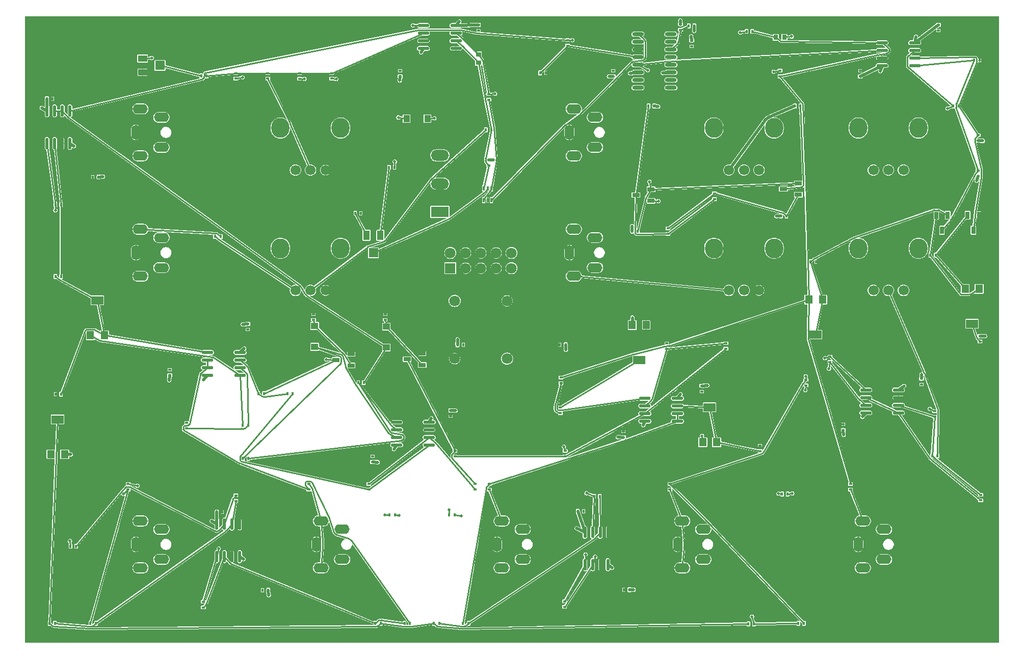
<source format=gbr>
%TF.GenerationSoftware,KiCad,Pcbnew,7.0.6+dfsg-1*%
%TF.CreationDate,2023-07-24T09:36:45-07:00*%
%TF.ProjectId,VCO,56434f2e-6b69-4636-9164-5f7063625858,rev?*%
%TF.SameCoordinates,Original*%
%TF.FileFunction,Copper,L1,Top*%
%TF.FilePolarity,Positive*%
%FSLAX46Y46*%
G04 Gerber Fmt 4.6, Leading zero omitted, Abs format (unit mm)*
G04 Created by KiCad (PCBNEW 7.0.6+dfsg-1) date 2023-07-24 09:36:45*
%MOMM*%
%LPD*%
G01*
G04 APERTURE LIST*
%TA.AperFunction,SMDPad,CuDef*%
%ADD10R,0.600000X0.380278*%
%TD*%
%TA.AperFunction,SMDPad,CuDef*%
%ADD11R,0.600000X0.367778*%
%TD*%
%TA.AperFunction,SMDPad,CuDef*%
%ADD12R,0.380278X0.600000*%
%TD*%
%TA.AperFunction,SMDPad,CuDef*%
%ADD13R,0.600000X0.417778*%
%TD*%
%TA.AperFunction,ComponentPad*%
%ADD14C,1.800000*%
%TD*%
%TA.AperFunction,ComponentPad*%
%ADD15R,1.800000X1.800000*%
%TD*%
%TA.AperFunction,SMDPad,CuDef*%
%ADD16R,0.417778X0.600000*%
%TD*%
%TA.AperFunction,SMDPad,CuDef*%
%ADD17R,0.700000X1.250000*%
%TD*%
%TA.AperFunction,SMDPad,CuDef*%
%ADD18R,0.900000X0.800000*%
%TD*%
%TA.AperFunction,SMDPad,CuDef*%
%ADD19R,1.250000X0.700000*%
%TD*%
%TA.AperFunction,SMDPad,CuDef*%
%ADD20O,1.950000X0.568000*%
%TD*%
%TA.AperFunction,SMDPad,CuDef*%
%ADD21R,1.100000X1.600000*%
%TD*%
%TA.AperFunction,SMDPad,CuDef*%
%ADD22R,1.600000X1.600000*%
%TD*%
%TA.AperFunction,SMDPad,CuDef*%
%ADD23R,1.100000X1.200000*%
%TD*%
%TA.AperFunction,SMDPad,CuDef*%
%ADD24R,0.367778X0.600000*%
%TD*%
%TA.AperFunction,SMDPad,CuDef*%
%ADD25R,1.300000X1.400000*%
%TD*%
%TA.AperFunction,SMDPad,CuDef*%
%ADD26R,2.000000X1.400000*%
%TD*%
%TA.AperFunction,SMDPad,CuDef*%
%ADD27R,1.200000X1.100000*%
%TD*%
%TA.AperFunction,SMDPad,CuDef*%
%ADD28O,1.971000X0.602000*%
%TD*%
%TA.AperFunction,SMDPad,CuDef*%
%ADD29O,0.568000X1.950000*%
%TD*%
%TA.AperFunction,SMDPad,CuDef*%
%ADD30R,1.600000X1.100000*%
%TD*%
%TA.AperFunction,SMDPad,CuDef*%
%ADD31R,0.350000X0.780000*%
%TD*%
%TA.AperFunction,SMDPad,CuDef*%
%ADD32R,0.800000X0.900000*%
%TD*%
%TA.AperFunction,ComponentPad*%
%ADD33C,1.700000*%
%TD*%
%TA.AperFunction,ComponentPad*%
%ADD34O,3.000000X3.300000*%
%TD*%
%TA.AperFunction,ComponentPad*%
%ADD35O,1.600000X2.500000*%
%TD*%
%TA.AperFunction,ComponentPad*%
%ADD36O,2.500000X1.600000*%
%TD*%
%TA.AperFunction,ComponentPad*%
%ADD37R,3.000000X1.800000*%
%TD*%
%TA.AperFunction,ComponentPad*%
%ADD38O,3.000000X1.800000*%
%TD*%
%TA.AperFunction,ViaPad*%
%ADD39C,0.460000*%
%TD*%
%TA.AperFunction,Conductor*%
%ADD40C,0.250000*%
%TD*%
%TA.AperFunction,Conductor*%
%ADD41C,0.500000*%
%TD*%
G04 APERTURE END LIST*
D10*
%TO.P,R304,1,1*%
%TO.N,/2: TL072-8_tl072/Net-R304-Pad1*%
X214800000Y-101059861D03*
%TO.P,R304,2,2*%
%TO.N,Net-12V*%
X214800000Y-100140139D03*
%TD*%
D11*
%TO.P,R204,1,1*%
%TO.N,/3: TL072-9_tl072/Net-J203-PadT*%
X91200000Y-57353611D03*
%TO.P,R204,2,2*%
%TO.N,Net-R203-Pad2*%
X91200000Y-56446389D03*
%TD*%
D12*
%TO.P,R518,1,1*%
%TO.N,/5: TL072-4_tl072/Net-R518-Pad1*%
X62159861Y-90240000D03*
%TO.P,R518,2,2*%
%TO.N,/5: TL072-4_tl072/Net-R517-Pad2*%
X61240139Y-90240000D03*
%TD*%
D13*
%TO.P,C102,1,1*%
%TO.N,Net-12V*%
X118500000Y-56978611D03*
%TO.P,C102,2,2*%
%TO.N,GND*%
X118500000Y-56021389D03*
%TD*%
D14*
%TO.P,J101,10,10*%
%TO.N,Net-12V*%
X136980000Y-86316500D03*
%TO.P,J101,9,9*%
X136980000Y-88856500D03*
%TO.P,J101,8,8*%
%TO.N,GND*%
X134440000Y-86316500D03*
%TO.P,J101,7,7*%
X134440000Y-88856500D03*
%TO.P,J101,6,6*%
X131900000Y-86316500D03*
%TO.P,J101,5,5*%
X131900000Y-88856500D03*
%TO.P,J101,4,4*%
X129360000Y-86316500D03*
%TO.P,J101,3,3*%
X129360000Y-88856500D03*
%TO.P,J101,2,2*%
%TO.N,Net+12V*%
X126820000Y-86316500D03*
D15*
%TO.P,J101,1,1*%
X126820000Y-88856500D03*
%TD*%
D12*
%TO.P,R614,1,1*%
%TO.N,/3: TL072-9_tl072/Net-D602-Pad1*%
X126640139Y-129900000D03*
%TO.P,R614,2,2*%
%TO.N,/3: TL072-9_tl072/Net-R610-Pad1*%
X127559861Y-129900000D03*
%TD*%
D16*
%TO.P,C113,1,1*%
%TO.N,Net+12V*%
X59821389Y-60700000D03*
%TO.P,C113,2,2*%
%TO.N,GND*%
X60778611Y-60700000D03*
%TD*%
D17*
%TO.P,Q302,1,E*%
%TO.N,/2: TL072-8_tl072/Net-Q302-Pad1*%
X212750000Y-80050500D03*
%TO.P,Q302,2,B*%
%TO.N,GND*%
X214650000Y-80050500D03*
%TO.P,Q302,3,C*%
%TO.N,/2: TL072-8_tl072/Net-Q302-Pad3*%
X213700000Y-82549500D03*
%TD*%
D12*
%TO.P,R218,1,1*%
%TO.N,Net+12V*%
X160659861Y-61900000D03*
%TO.P,R218,2,2*%
%TO.N,/4: TL072-7_tl072/Net-C207-Pad1*%
X159740139Y-61900000D03*
%TD*%
D10*
%TO.P,R201,1,1*%
%TO.N,Net-12V*%
X133200000Y-70840139D03*
%TO.P,R201,2,2*%
%TO.N,Net-C202-Pad1*%
X133200000Y-71759861D03*
%TD*%
D18*
%TO.P,C202,1,1*%
%TO.N,Net-C202-Pad1*%
X131503000Y-54692500D03*
%TO.P,C202,2,2*%
%TO.N,Net-C202-Pad2*%
X131503000Y-53292500D03*
%TD*%
D12*
%TO.P,R307,1,1*%
%TO.N,/2: TL072-8_tl072/Net-Q302-Pad3*%
X211259861Y-61900000D03*
%TO.P,R307,2,2*%
%TO.N,LEDSine*%
X210340139Y-61900000D03*
%TD*%
D19*
%TO.P,Q502,1,E*%
%TO.N,GND*%
X110349500Y-103150000D03*
%TO.P,Q502,2,B*%
%TO.N,/5: TL072-4_tl072/Net-D502-Pad1*%
X110349500Y-105050000D03*
%TO.P,Q502,3,C*%
%TO.N,/5: TL072-4_tl072/Net-Q502-Pad3*%
X107850500Y-104100000D03*
%TD*%
D12*
%TO.P,R513,1,1*%
%TO.N,/5: TL072-4_tl072/Net-R510-Pad2*%
X100659861Y-109700000D03*
%TO.P,R513,2,2*%
%TO.N,/5: TL072-4_tl072/Net-R513-Pad2*%
X99740139Y-109700000D03*
%TD*%
%TO.P,R603,1,1*%
%TO.N,/3: TL072-9_tl072/Net-R603-Pad1*%
X124993193Y-147900000D03*
%TO.P,R603,2,2*%
%TO.N,Net-R601-Pad2*%
X124073471Y-147900000D03*
%TD*%
D10*
%TO.P,R521,1,1*%
%TO.N,/4: TL072-7_tl072/Net-J502-PadT*%
X103300000Y-124740139D03*
%TO.P,R521,2,2*%
%TO.N,LEDSaw*%
X103300000Y-125659861D03*
%TD*%
D20*
%TO.P,U5,1,P_1OUT*%
%TO.N,/5: TL072-4_tl072/Net-R516-Pad2*%
X91896179Y-106674409D03*
%TO.P,U5,2,P_1IN-*%
%TO.N,/5: TL072-4_tl072/Net-R515-Pad2*%
X91896179Y-105404409D03*
%TO.P,U5,3,P_1IN+*%
%TO.N,/5: TL072-4_tl072/Net-R513-Pad2*%
X91896179Y-104134409D03*
%TO.P,U5,4,VCC-*%
%TO.N,Net-12V*%
X91896179Y-102864409D03*
%TO.P,U5,5,P_2IN+*%
%TO.N,/5: TL072-4_tl072/Net-R517-Pad2*%
X86485179Y-102864409D03*
%TO.P,U5,6,P_2IN-*%
%TO.N,LEDSaw*%
X86485179Y-104134409D03*
%TO.P,U5,7,P_2OUT*%
X86485179Y-105404409D03*
%TO.P,U5,8,VCC+*%
%TO.N,Net+12V*%
X86485179Y-106674409D03*
%TD*%
D16*
%TO.P,C117,1,1*%
%TO.N,Net+12V*%
X148021389Y-129300000D03*
%TO.P,C117,2,2*%
%TO.N,GND*%
X148978611Y-129300000D03*
%TD*%
D12*
%TO.P,R402,1,1*%
%TO.N,/4: TL072-7_tl072/Net-R402-Pad1*%
X207759861Y-120050000D03*
%TO.P,R402,2,2*%
%TO.N,Net-R401-Pad2*%
X206840139Y-120050000D03*
%TD*%
D10*
%TO.P,R520,1,1*%
%TO.N,/5: TL072-4_tl072/Net-J501-PadT*%
X73300000Y-124740139D03*
%TO.P,R520,2,2*%
%TO.N,LEDInvertedSaw*%
X73300000Y-125659861D03*
%TD*%
D12*
%TO.P,R514,1,1*%
%TO.N,/5: TL072-4_tl072/Net-Q502-Pad3*%
X95859861Y-109700000D03*
%TO.P,R514,2,2*%
%TO.N,/5: TL072-4_tl072/Net-R513-Pad2*%
X94940139Y-109700000D03*
%TD*%
D13*
%TO.P,C112,1,1*%
%TO.N,Net-12V*%
X93200000Y-98121389D03*
%TO.P,C112,2,2*%
%TO.N,GND*%
X93200000Y-99078611D03*
%TD*%
D10*
%TO.P,R612,1,1*%
%TO.N,/4: TL072-7_tl072/Net-R612-Pad1*%
X91200000Y-126640139D03*
%TO.P,R612,2,2*%
%TO.N,/4: TL072-7_tl072/Net-R607-Pad1*%
X91200000Y-127559861D03*
%TD*%
D12*
%TO.P,R1,1,1*%
%TO.N,Net+12V*%
X167360132Y-48574371D03*
%TO.P,R1,2,2*%
%TO.N,Net-(U1-Input+1)*%
X166440410Y-48574371D03*
%TD*%
D11*
%TO.P,R210,1,1*%
%TO.N,BaseSquare*%
X146300000Y-50946389D03*
%TO.P,R210,2,2*%
%TO.N,/6: CA3080_lm13700/Net-R210-Pad2*%
X146300000Y-51853611D03*
%TD*%
D10*
%TO.P,R207,1,1*%
%TO.N,/3: TL072-9_tl072/Net-R207-Pad1*%
X101800000Y-57359861D03*
%TO.P,R207,2,2*%
%TO.N,Net-R203-Pad2*%
X101800000Y-56440139D03*
%TD*%
D13*
%TO.P,C103,1,1*%
%TO.N,Net+12V*%
X207900000Y-48421389D03*
%TO.P,C103,2,2*%
%TO.N,GND*%
X207900000Y-49378611D03*
%TD*%
D21*
%TO.P,RV206,1,1*%
%TO.N,/7: R_Potentiometer_Trim-7/Net-R214-Pad1*%
X112900000Y-83400000D03*
D22*
%TO.P,RV206,2,2*%
%TO.N,Net-Q202-Pad2*%
X114050000Y-86300000D03*
D21*
%TO.P,RV206,3,3*%
%TO.N,/7: R_Potentiometer_Trim-7/Net-R215-Pad2*%
X115200000Y-83400000D03*
%TD*%
D10*
%TO.P,R308,1,1*%
%TO.N,LEDSine*%
X163300000Y-124740139D03*
%TO.P,R308,2,2*%
%TO.N,/2: TL072-8_tl072/Net-J301-PadT*%
X163300000Y-125659861D03*
%TD*%
D12*
%TO.P,R214,1,1*%
%TO.N,/7: R_Potentiometer_Trim-7/Net-R214-Pad1*%
X111040139Y-79720000D03*
%TO.P,R214,2,2*%
%TO.N,GND*%
X111959861Y-79720000D03*
%TD*%
D23*
%TO.P,D201,1,K*%
%TO.N,/3: TL072-9_tl072/Net-D201-Pad1*%
X119563500Y-64000500D03*
%TO.P,D201,2,A*%
%TO.N,Net-C202-Pad2*%
X123033500Y-64000500D03*
%TD*%
D13*
%TO.P,C108,1,1*%
%TO.N,Net-12V*%
X168600000Y-108421389D03*
%TO.P,C108,2,2*%
%TO.N,GND*%
X168600000Y-109378611D03*
%TD*%
D24*
%TO.P,R222,1,1*%
%TO.N,Net+12V*%
X184046389Y-61900000D03*
%TO.P,R222,2,2*%
%TO.N,/4: TL072-7_tl072/Net-Q204-Pad3*%
X184953611Y-61900000D03*
%TD*%
D10*
%TO.P,R510,1,1*%
%TO.N,/5: TL072-4_tl072/Net-R509-Pad2*%
X113300000Y-124740139D03*
%TO.P,R510,2,2*%
%TO.N,/5: TL072-4_tl072/Net-R510-Pad2*%
X113300000Y-125659861D03*
%TD*%
D20*
%TO.P,U6,1,P_1OUT*%
%TO.N,/5: TL072-4_tl072/Net-R510-Pad2*%
X123319436Y-118265538D03*
%TO.P,U6,2,P_1IN-*%
%TO.N,/5: TL072-4_tl072/Net-R509-Pad2*%
X123319436Y-116995538D03*
%TO.P,U6,3,P_1IN+*%
%TO.N,GND*%
X123319436Y-115725538D03*
%TO.P,U6,4,VCC-*%
%TO.N,Net-12V*%
X123319436Y-114455538D03*
%TO.P,U6,5,P_2IN+*%
%TO.N,GND*%
X117908436Y-114455538D03*
%TO.P,U6,6,P_2IN-*%
%TO.N,/5: TL072-4_tl072/Net-R506-Pad2*%
X117908436Y-115725538D03*
%TO.P,U6,7,P_2OUT*%
%TO.N,/5: TL072-4_tl072/Net-D502-Pad2*%
X117908436Y-116995538D03*
%TO.P,U6,8,VCC+*%
%TO.N,Net+12V*%
X117908436Y-118265538D03*
%TD*%
D12*
%TO.P,R219,1,1*%
%TO.N,BaseSquare*%
X157959861Y-82700000D03*
%TO.P,R219,2,2*%
%TO.N,Net-12V*%
X157040139Y-82700000D03*
%TD*%
D16*
%TO.P,C118,1,1*%
%TO.N,Net-12V*%
X156578611Y-142300000D03*
%TO.P,C118,2,2*%
%TO.N,GND*%
X155621389Y-142300000D03*
%TD*%
D19*
%TO.P,Q203,1,E*%
%TO.N,BaseSquare*%
X160149500Y-75750000D03*
%TO.P,Q203,2,B*%
%TO.N,/4: TL072-7_tl072/Net-Q203-Pad2*%
X160149500Y-77650000D03*
%TO.P,Q203,3,C*%
%TO.N,/4: TL072-7_tl072/Net-C207-Pad1*%
X157650500Y-76700000D03*
%TD*%
D14*
%TO.P,D102,1,A*%
%TO.N,Net-12V*%
X127550000Y-94300000D03*
%TO.P,D102,2,K*%
%TO.N,GND*%
X136250000Y-94300000D03*
%TD*%
D12*
%TO.P,R221,1,1*%
%TO.N,/4: TL072-7_tl072/Net-C207-Pad2*%
X182659861Y-80180000D03*
%TO.P,R221,2,2*%
%TO.N,Net-12V*%
X181740139Y-80180000D03*
%TD*%
D25*
%TO.P,RV403,1,1*%
%TO.N,Net-R406-Pad2*%
X171050000Y-117800000D03*
D26*
%TO.P,RV403,2,2*%
X169900000Y-112000000D03*
D25*
%TO.P,RV403,3,3*%
%TO.N,/4: TL072-7_tl072/Net-R405-Pad2*%
X168750000Y-117800000D03*
%TD*%
D10*
%TO.P,R407,1,1*%
%TO.N,/3: TL072-9_tl072/Net-J402-PadT*%
X133300000Y-125659861D03*
%TO.P,R407,2,2*%
%TO.N,/3: TL072-9_tl072/LEDPulse*%
X133300000Y-124740139D03*
%TD*%
D12*
%TO.P,R604,1,1*%
%TO.N,/3: TL072-9_tl072/Net-R603-Pad1*%
X129859861Y-147900000D03*
%TO.P,R604,2,2*%
%TO.N,/3: TL072-9_tl072/LEDPulse*%
X128940139Y-147900000D03*
%TD*%
D11*
%TO.P,R504,1,1*%
%TO.N,GND*%
X116000000Y-96546389D03*
%TO.P,R504,2,2*%
%TO.N,/4: TL072-7_tl072/Net-D501-Pad1*%
X116000000Y-97453611D03*
%TD*%
%TO.P,R511,1,1*%
%TO.N,GND*%
X104100000Y-96546389D03*
%TO.P,R511,2,2*%
%TO.N,/5: TL072-4_tl072/Net-D502-Pad1*%
X104100000Y-97453611D03*
%TD*%
D20*
%TO.P,U8,1,P_1OUT*%
%TO.N,/4: TL072-7_tl072/Net-R403-Pad2*%
X201253578Y-112904366D03*
%TO.P,U8,2,P_1IN-*%
%TO.N,Net-R401-Pad2*%
X201253578Y-111634366D03*
%TO.P,U8,3,P_1IN+*%
%TO.N,GND*%
X201253578Y-110364366D03*
%TO.P,U8,4,VCC-*%
%TO.N,Net-12V*%
X201253578Y-109094366D03*
%TO.P,U8,5,P_2IN+*%
%TO.N,Net-R404-Pad1*%
X195842578Y-109094366D03*
%TO.P,U8,6,P_2IN-*%
%TO.N,/4: TL072-7_tl072/Net-R403-Pad2*%
X195842578Y-110364366D03*
%TO.P,U8,7,P_2OUT*%
%TO.N,/4: TL072-7_tl072/Net-R405-Pad2*%
X195842578Y-111634366D03*
%TO.P,U8,8,VCC+*%
%TO.N,Net+12V*%
X195842578Y-112904366D03*
%TD*%
D11*
%TO.P,R205,1,1*%
%TO.N,/6: CA3080_lm13700/Net-R205-Pad1*%
X96500000Y-57353611D03*
%TO.P,R205,2,2*%
%TO.N,Net-R203-Pad2*%
X96500000Y-56446389D03*
%TD*%
D12*
%TO.P,R517,1,1*%
%TO.N,GND*%
X61240139Y-109800000D03*
%TO.P,R517,2,2*%
%TO.N,/5: TL072-4_tl072/Net-R517-Pad2*%
X62159861Y-109800000D03*
%TD*%
%TO.P,R615,1,1*%
%TO.N,/4: TL072-7_tl072/Net-D603-Pad1*%
X117659861Y-129900000D03*
%TO.P,R615,2,2*%
%TO.N,/4: TL072-7_tl072/Net-R611-Pad1*%
X116740139Y-129900000D03*
%TD*%
%TO.P,R610,1,1*%
%TO.N,/3: TL072-9_tl072/Net-R610-Pad1*%
X150740139Y-126800000D03*
%TO.P,R610,2,2*%
%TO.N,/3: TL072-9_tl072/Net-R603-Pad1*%
X151659861Y-126800000D03*
%TD*%
D24*
%TO.P,R203,1,1*%
%TO.N,/3: TL072-9_tl072/Net-R203-Pad1*%
X85446389Y-56900000D03*
%TO.P,R203,2,2*%
%TO.N,Net-R203-Pad2*%
X86353611Y-56900000D03*
%TD*%
D13*
%TO.P,C207,1,1*%
%TO.N,/4: TL072-7_tl072/Net-C207-Pad1*%
X170700000Y-77378611D03*
%TO.P,C207,2,2*%
%TO.N,/4: TL072-7_tl072/Net-C207-Pad2*%
X170700000Y-76421389D03*
%TD*%
D10*
%TO.P,R220,1,1*%
%TO.N,/4: TL072-7_tl072/Net-C207-Pad1*%
X163000000Y-83159861D03*
%TO.P,R220,2,2*%
%TO.N,/4: TL072-7_tl072/Net-C207-Pad2*%
X163000000Y-82240139D03*
%TD*%
D12*
%TO.P,R519,1,1*%
%TO.N,LEDInvertedSaw*%
X61240139Y-78300000D03*
%TO.P,R519,2,2*%
%TO.N,/5: TL072-4_tl072/Net-R518-Pad1*%
X62159861Y-78300000D03*
%TD*%
%TO.P,R301,1,1*%
%TO.N,Net-Q301-Pad2*%
X186640139Y-87800000D03*
%TO.P,R301,2,2*%
%TO.N,GND*%
X187559861Y-87800000D03*
%TD*%
D10*
%TO.P,R208,1,1*%
%TO.N,Net-Q201-Pad1*%
X133200000Y-60859861D03*
%TO.P,R208,2,2*%
%TO.N,Net-C202-Pad2*%
X133200000Y-59940139D03*
%TD*%
D12*
%TO.P,R306,1,1*%
%TO.N,GND*%
X214759861Y-54300000D03*
%TO.P,R306,2,2*%
%TO.N,/2: TL072-8_tl072/Net-Q301-Pad3*%
X213840139Y-54300000D03*
%TD*%
D27*
%TO.P,D501,1,K*%
%TO.N,/4: TL072-7_tl072/Net-D501-Pad1*%
X116199500Y-98563500D03*
%TO.P,D501,2,A*%
%TO.N,Net-D501-Pad2*%
X116199500Y-102033500D03*
%TD*%
D19*
%TO.P,Q204,1,E*%
%TO.N,BaseSquare*%
X184649500Y-74750000D03*
%TO.P,Q204,2,B*%
%TO.N,/4: TL072-7_tl072/Net-C207-Pad2*%
X184649500Y-76650000D03*
%TO.P,Q204,3,C*%
%TO.N,/4: TL072-7_tl072/Net-Q204-Pad3*%
X182150500Y-75700000D03*
%TD*%
D16*
%TO.P,C115,1,1*%
%TO.N,Net+12V*%
X88021389Y-129400000D03*
%TO.P,C115,2,2*%
%TO.N,GND*%
X88978611Y-129400000D03*
%TD*%
%TO.P,C201,1,1*%
%TO.N,/6: CA3080_lm13700/Net-C201-Pad1*%
X88678611Y-83600000D03*
%TO.P,C201,2,2*%
%TO.N,/6: CA3080_lm13700/Net-C201-Pad2*%
X87721389Y-83600000D03*
%TD*%
D28*
%TO.P,U1,1,Amp_bias_input0*%
%TO.N,Net-Q202-Pad3*%
X157990491Y-49950638D03*
%TO.P,U1,2,Diode_bias0*%
%TO.N,unconnected-(U1-Diode_bias0-Pad2)*%
X157990491Y-51220638D03*
%TO.P,U1,3,Input+0*%
%TO.N,GND*%
X157990491Y-52490638D03*
%TO.P,U1,4,Input-0*%
%TO.N,/6: CA3080_lm13700/Net-R210-Pad2*%
X157990491Y-53760638D03*
%TO.P,U1,5,Output0*%
%TO.N,Net-SW201-Pad2*%
X157990491Y-55030638D03*
%TO.P,U1,6,V-*%
%TO.N,Net-12V*%
X157990491Y-56300638D03*
%TO.P,U1,7,Buffer_input0*%
%TO.N,unconnected-(U1-Buffer_input0-Pad7)*%
X157990491Y-57570638D03*
%TO.P,U1,8,Buffer_output0*%
%TO.N,unconnected-(U1-Buffer_output0-Pad8)*%
X157990491Y-58840638D03*
%TO.P,U1,9,Buffer_output1*%
%TO.N,unconnected-(U1-Buffer_output1-Pad9)*%
X163461491Y-58840638D03*
%TO.P,U1,10,Buffer_input1*%
%TO.N,unconnected-(U1-Buffer_input1-Pad10)*%
X163461491Y-57570638D03*
%TO.P,U1,11,V+*%
%TO.N,Net+12V*%
X163461491Y-56300638D03*
%TO.P,U1,12,Output1*%
%TO.N,unconnected-(U1-Output1-Pad12)*%
X163461491Y-55030638D03*
%TO.P,U1,13,Input-1*%
%TO.N,unconnected-(U1-Input-1-Pad13)*%
X163461491Y-53760638D03*
%TO.P,U1,14,Input+1*%
%TO.N,Net-(U1-Input+1)*%
X163461491Y-52490638D03*
%TO.P,U1,15,Diode_bias1*%
%TO.N,unconnected-(U1-Diode_bias1-Pad15)*%
X163461491Y-51220638D03*
%TO.P,U1,16,Amp_bias_input1*%
%TO.N,unconnected-(U1-Amp_bias_input1-Pad16)*%
X163461491Y-49950638D03*
%TD*%
D11*
%TO.P,R406,1,1*%
%TO.N,GND*%
X178280000Y-118346389D03*
%TO.P,R406,2,2*%
%TO.N,Net-R406-Pad2*%
X178280000Y-119253611D03*
%TD*%
D12*
%TO.P,R506,1,1*%
%TO.N,Net-D501-Pad2*%
X112459861Y-107900000D03*
%TO.P,R506,2,2*%
%TO.N,/5: TL072-4_tl072/Net-R506-Pad2*%
X111540139Y-107900000D03*
%TD*%
D25*
%TO.P,RV502,1,1*%
%TO.N,/5: TL072-4_tl072/Net-R517-Pad2*%
X69350000Y-100000000D03*
D26*
%TO.P,RV502,2,2*%
X68200000Y-94200000D03*
D25*
%TO.P,RV502,3,3*%
%TO.N,/5: TL072-4_tl072/Net-R516-Pad2*%
X67050000Y-100000000D03*
%TD*%
D10*
%TO.P,R502,1,1*%
%TO.N,/3: TL072-9_tl072/Net-R502-Pad1*%
X145100000Y-112040139D03*
%TO.P,R502,2,2*%
%TO.N,Net-R501-Pad2*%
X145100000Y-112959861D03*
%TD*%
D13*
%TO.P,C104,1,1*%
%TO.N,Net-12V*%
X194900000Y-56978611D03*
%TO.P,C104,2,2*%
%TO.N,GND*%
X194900000Y-56021389D03*
%TD*%
%TO.P,C106,1,1*%
%TO.N,Net-12V*%
X205100000Y-107221389D03*
%TO.P,C106,2,2*%
%TO.N,GND*%
X205100000Y-108178611D03*
%TD*%
%TO.P,C105,1,1*%
%TO.N,Net+12V*%
X192100000Y-115778611D03*
%TO.P,C105,2,2*%
%TO.N,GND*%
X192100000Y-114821389D03*
%TD*%
D12*
%TO.P,R202,1,1*%
%TO.N,/6: CA3080_lm13700/Net-R202-Pad1*%
X132740139Y-65850000D03*
%TO.P,R202,2,2*%
%TO.N,Net-C202-Pad1*%
X133659861Y-65850000D03*
%TD*%
D10*
%TO.P,R505,1,1*%
%TO.N,Net-R503-Pad2*%
X172600000Y-101340139D03*
%TO.P,R505,2,2*%
%TO.N,Net-R505-Pad2*%
X172600000Y-102259861D03*
%TD*%
D13*
%TO.P,C206,1,1*%
%TO.N,/6: CA3080_lm13700/Net-C206-Pad1*%
X181600000Y-56021389D03*
%TO.P,C206,2,2*%
%TO.N,BaseTriangle*%
X181600000Y-56978611D03*
%TD*%
D11*
%TO.P,R507,1,1*%
%TO.N,Net-Q501-Pad3*%
X127600000Y-119246389D03*
%TO.P,R507,2,2*%
%TO.N,Net-R505-Pad2*%
X127600000Y-120153611D03*
%TD*%
D10*
%TO.P,R609,1,1*%
%TO.N,/3: TL072-9_tl072/Net-R609-Pad1*%
X145800000Y-144240139D03*
%TO.P,R609,2,2*%
%TO.N,/3: TL072-9_tl072/Net-R601-Pad1*%
X145800000Y-145159861D03*
%TD*%
D16*
%TO.P,C114,1,1*%
%TO.N,Net-12V*%
X68378611Y-73700000D03*
%TO.P,C114,2,2*%
%TO.N,GND*%
X67421389Y-73700000D03*
%TD*%
D13*
%TO.P,C109,1,1*%
%TO.N,Net+12V*%
X113900000Y-121078611D03*
%TO.P,C109,2,2*%
%TO.N,GND*%
X113900000Y-120121389D03*
%TD*%
D10*
%TO.P,R401,1,1*%
%TO.N,/5: TL072-4_tl072/Net-R401-Pad1*%
X207300000Y-112640139D03*
%TO.P,R401,2,2*%
%TO.N,Net-R401-Pad2*%
X207300000Y-113559861D03*
%TD*%
D12*
%TO.P,R602,1,1*%
%TO.N,/3: TL072-9_tl072/Net-R601-Pad1*%
X184640139Y-147900000D03*
%TO.P,R602,2,2*%
%TO.N,LEDSine*%
X185559861Y-147900000D03*
%TD*%
%TO.P,R601,1,1*%
%TO.N,/3: TL072-9_tl072/Net-R601-Pad1*%
X177259861Y-148000000D03*
%TO.P,R601,2,2*%
%TO.N,Net-R601-Pad2*%
X176340139Y-148000000D03*
%TD*%
%TO.P,R516,1,1*%
%TO.N,/5: TL072-4_tl072/Net-R515-Pad2*%
X93259861Y-115000000D03*
%TO.P,R516,2,2*%
%TO.N,/5: TL072-4_tl072/Net-R516-Pad2*%
X92340139Y-115000000D03*
%TD*%
D20*
%TO.P,U9,1,P_1OUT*%
%TO.N,BaseTriangle*%
X198553596Y-51364088D03*
%TO.P,U9,2,P_1IN-*%
%TO.N,Net-SW201-Pad2*%
X198553596Y-52634088D03*
%TO.P,U9,3,P_1IN+*%
%TO.N,GND*%
X198553596Y-53904088D03*
%TO.P,U9,4,VCC-*%
%TO.N,Net-12V*%
X198553596Y-55174088D03*
%TO.P,U9,5,P_2IN+*%
%TO.N,/2: TL072-8_tl072/Net-Q301-Pad3*%
X203964596Y-55174088D03*
%TO.P,U9,6,P_2IN-*%
%TO.N,/2: TL072-8_tl072/Net-Q302-Pad3*%
X203964596Y-53904088D03*
%TO.P,U9,7,P_2OUT*%
%TO.N,LEDSine*%
X203964596Y-52634088D03*
%TO.P,U9,8,VCC+*%
%TO.N,Net+12V*%
X203964596Y-51364088D03*
%TD*%
D10*
%TO.P,R503,1,1*%
%TO.N,GND*%
X162800000Y-101340139D03*
%TO.P,R503,2,2*%
%TO.N,Net-R503-Pad2*%
X162800000Y-102259861D03*
%TD*%
D13*
%TO.P,C203,1,1*%
%TO.N,Net+12V*%
X166900000Y-51021389D03*
%TO.P,C203,2,2*%
%TO.N,GND*%
X166900000Y-51978611D03*
%TD*%
D10*
%TO.P,R302,1,1*%
%TO.N,Net+12V*%
X214500000Y-73559861D03*
%TO.P,R302,2,2*%
%TO.N,/2: TL072-8_tl072/Net-Q301-Pad3*%
X214500000Y-72640139D03*
%TD*%
%TO.P,R509,1,1*%
%TO.N,Net-Q501-Pad3*%
X130920000Y-124740139D03*
%TO.P,R509,2,2*%
%TO.N,/5: TL072-4_tl072/Net-R509-Pad2*%
X130920000Y-125659861D03*
%TD*%
D12*
%TO.P,R508,1,1*%
%TO.N,/5: TL072-4_tl072/Net-R506-Pad2*%
X93259861Y-120500000D03*
%TO.P,R508,2,2*%
%TO.N,/5: TL072-4_tl072/Net-D502-Pad2*%
X92340139Y-120500000D03*
%TD*%
D27*
%TO.P,D502,1,K*%
%TO.N,/5: TL072-4_tl072/Net-D502-Pad1*%
X104299500Y-98463500D03*
%TO.P,D502,2,A*%
%TO.N,/5: TL072-4_tl072/Net-D502-Pad2*%
X104299500Y-101933500D03*
%TD*%
D10*
%TO.P,R515,1,1*%
%TO.N,GND*%
X83000000Y-114540139D03*
%TO.P,R515,2,2*%
%TO.N,/5: TL072-4_tl072/Net-R515-Pad2*%
X83000000Y-115459861D03*
%TD*%
%TO.P,R405,1,1*%
%TO.N,Net-R404-Pad1*%
X189900000Y-103540139D03*
%TO.P,R405,2,2*%
%TO.N,/4: TL072-7_tl072/Net-R405-Pad2*%
X189900000Y-104459861D03*
%TD*%
D25*
%TO.P,RV301,1,1*%
%TO.N,BaseTriangle*%
X186350000Y-94100000D03*
D26*
%TO.P,RV301,2,2*%
%TO.N,Net-Q301-Pad2*%
X187500000Y-99900000D03*
D25*
%TO.P,RV301,3,3*%
X188650000Y-94100000D03*
%TD*%
D24*
%TO.P,R215,1,1*%
%TO.N,Net-R209-Pad2*%
X117553611Y-72100000D03*
%TO.P,R215,2,2*%
%TO.N,/7: R_Potentiometer_Trim-7/Net-R215-Pad2*%
X116646389Y-72100000D03*
%TD*%
D16*
%TO.P,C116,1,1*%
%TO.N,Net-12V*%
X96578611Y-142400000D03*
%TO.P,C116,2,2*%
%TO.N,GND*%
X95621389Y-142400000D03*
%TD*%
D20*
%TO.P,U10,1,P_1OUT*%
%TO.N,Net-R209-Pad2*%
X122358387Y-48509985D03*
%TO.P,U10,2,P_1IN-*%
%TO.N,Net-R203-Pad2*%
X122358387Y-49779985D03*
%TO.P,U10,3,P_1IN+*%
%TO.N,GND*%
X122358387Y-51049985D03*
%TO.P,U10,4,VCC-*%
%TO.N,Net-12V*%
X122358387Y-52319985D03*
%TO.P,U10,5,P_2IN+*%
%TO.N,GND*%
X127769387Y-52319985D03*
%TO.P,U10,6,P_2IN-*%
%TO.N,Net-C202-Pad1*%
X127769387Y-51049985D03*
%TO.P,U10,7,P_2OUT*%
%TO.N,Net-C202-Pad2*%
X127769387Y-49779985D03*
%TO.P,U10,8,VCC+*%
%TO.N,Net+12V*%
X127769387Y-48509985D03*
%TD*%
D10*
%TO.P,R2,1,1*%
%TO.N,Net-(U1-Input+1)*%
X165071324Y-49236481D03*
%TO.P,R2,2,2*%
%TO.N,Net-12V*%
X165071324Y-48316759D03*
%TD*%
D11*
%TO.P,R512,1,1*%
%TO.N,/5: TL072-4_tl072/Net-Q502-Pad3*%
X145900000Y-119246389D03*
%TO.P,R512,2,2*%
%TO.N,Net-R505-Pad2*%
X145900000Y-120153611D03*
%TD*%
D12*
%TO.P,R217,1,1*%
%TO.N,BaseTriangle*%
X176959861Y-49500000D03*
%TO.P,R217,2,2*%
%TO.N,/4: TL072-7_tl072/Net-Q203-Pad2*%
X176040139Y-49500000D03*
%TD*%
%TO.P,R605,1,1*%
%TO.N,/4: TL072-7_tl072/Net-R605-Pad1*%
X114340139Y-147900000D03*
%TO.P,R605,2,2*%
%TO.N,Net-R601-Pad2*%
X115259861Y-147900000D03*
%TD*%
%TO.P,R303,1,1*%
%TO.N,/2: TL072-8_tl072/Net-Q301-Pad1*%
X206540139Y-86700000D03*
%TO.P,R303,2,2*%
%TO.N,/2: TL072-8_tl072/Net-Q302-Pad1*%
X207459861Y-86700000D03*
%TD*%
D25*
%TO.P,RV501,1,1*%
%TO.N,Net+12V*%
X157050000Y-98300000D03*
D26*
%TO.P,RV501,2,2*%
%TO.N,/3: TL072-9_tl072/Net-R502-Pad1*%
X158200000Y-104100000D03*
D25*
%TO.P,RV501,3,3*%
%TO.N,GND*%
X159350000Y-98300000D03*
%TD*%
D14*
%TO.P,D101,1,A*%
%TO.N,GND*%
X127550000Y-103900000D03*
%TO.P,D101,2,K*%
%TO.N,Net+12V*%
X136250000Y-103900000D03*
%TD*%
D17*
%TO.P,Q301,1,E*%
%TO.N,/2: TL072-8_tl072/Net-Q301-Pad1*%
X207550000Y-80050500D03*
%TO.P,Q301,2,B*%
%TO.N,Net-Q301-Pad2*%
X209450000Y-80050500D03*
%TO.P,Q301,3,C*%
%TO.N,/2: TL072-8_tl072/Net-Q301-Pad3*%
X208500000Y-82549500D03*
%TD*%
D13*
%TO.P,C107,1,1*%
%TO.N,Net+12V*%
X155600000Y-116978611D03*
%TO.P,C107,2,2*%
%TO.N,GND*%
X155600000Y-116021389D03*
%TD*%
D25*
%TO.P,RV302,1,1*%
%TO.N,/2: TL072-8_tl072/Net-Q302-Pad1*%
X212350000Y-92300000D03*
D26*
%TO.P,RV302,2,2*%
%TO.N,/2: TL072-8_tl072/Net-R304-Pad1*%
X213500000Y-98100000D03*
D25*
%TO.P,RV302,3,3*%
%TO.N,/2: TL072-8_tl072/Net-Q301-Pad1*%
X214650000Y-92300000D03*
%TD*%
D10*
%TO.P,R403,1,1*%
%TO.N,Net-R401-Pad2*%
X214920000Y-126540139D03*
%TO.P,R403,2,2*%
%TO.N,/4: TL072-7_tl072/Net-R403-Pad2*%
X214920000Y-127459861D03*
%TD*%
D13*
%TO.P,C111,1,1*%
%TO.N,Net+12V*%
X80200000Y-106678611D03*
%TO.P,C111,2,2*%
%TO.N,GND*%
X80200000Y-105721389D03*
%TD*%
D20*
%TO.P,U7,1,P_1OUT*%
%TO.N,/3: TL072-9_tl072/LEDPulse*%
X164544161Y-114299947D03*
%TO.P,U7,2,P_1IN-*%
X164544161Y-113029947D03*
%TO.P,U7,3,P_1IN+*%
%TO.N,Net-R406-Pad2*%
X164544161Y-111759947D03*
%TO.P,U7,4,VCC-*%
%TO.N,Net-12V*%
X164544161Y-110489947D03*
%TO.P,U7,5,P_2IN+*%
%TO.N,Net-R501-Pad2*%
X159133161Y-110489947D03*
%TO.P,U7,6,P_2IN-*%
%TO.N,Net-R503-Pad2*%
X159133161Y-111759947D03*
%TO.P,U7,7,P_2OUT*%
%TO.N,Net-R505-Pad2*%
X159133161Y-113029947D03*
%TO.P,U7,8,VCC+*%
%TO.N,Net+12V*%
X159133161Y-114299947D03*
%TD*%
D12*
%TO.P,R607,1,1*%
%TO.N,/4: TL072-7_tl072/Net-R607-Pad1*%
X61159861Y-147900000D03*
%TO.P,R607,2,2*%
%TO.N,Net-R601-Pad2*%
X60240139Y-147900000D03*
%TD*%
D29*
%TO.P,U3,1,P_1OUT*%
%TO.N,/3: TL072-9_tl072/Net-R609-Pad1*%
X149186631Y-138156016D03*
%TO.P,U3,2,P_1IN-*%
%TO.N,/3: TL072-9_tl072/Net-R601-Pad1*%
X150456631Y-138156016D03*
%TO.P,U3,3,P_1IN+*%
%TO.N,GND*%
X151726631Y-138156016D03*
%TO.P,U3,4,VCC-*%
%TO.N,Net-12V*%
X152996631Y-138156016D03*
%TO.P,U3,5,P_2IN+*%
%TO.N,GND*%
X152996631Y-132745016D03*
%TO.P,U3,6,P_2IN-*%
%TO.N,/3: TL072-9_tl072/Net-R603-Pad1*%
X151726631Y-132745016D03*
%TO.P,U3,7,P_2OUT*%
%TO.N,/3: TL072-9_tl072/Net-R610-Pad1*%
X150456631Y-132745016D03*
%TO.P,U3,8,VCC+*%
%TO.N,Net+12V*%
X149186631Y-132745016D03*
%TD*%
D12*
%TO.P,R606,1,1*%
%TO.N,/4: TL072-7_tl072/Net-R605-Pad1*%
X119206805Y-147900000D03*
%TO.P,R606,2,2*%
%TO.N,LEDSaw*%
X120126527Y-147900000D03*
%TD*%
D11*
%TO.P,R206,1,1*%
%TO.N,/4: TL072-7_tl072/Net-R206-Pad1*%
X107100000Y-57353611D03*
%TO.P,R206,2,2*%
%TO.N,Net-R203-Pad2*%
X107100000Y-56446389D03*
%TD*%
D29*
%TO.P,U2,1,P_1OUT*%
%TO.N,/4: TL072-7_tl072/Net-R611-Pad1*%
X88027572Y-136816323D03*
%TO.P,U2,2,P_1IN-*%
%TO.N,/4: TL072-7_tl072/Net-R605-Pad1*%
X89297572Y-136816323D03*
%TO.P,U2,3,P_1IN+*%
%TO.N,GND*%
X90567572Y-136816323D03*
%TO.P,U2,4,VCC-*%
%TO.N,Net-12V*%
X91837572Y-136816323D03*
%TO.P,U2,5,P_2IN+*%
%TO.N,GND*%
X91837572Y-131405323D03*
%TO.P,U2,6,P_2IN-*%
%TO.N,/4: TL072-7_tl072/Net-R607-Pad1*%
X90567572Y-131405323D03*
%TO.P,U2,7,P_2OUT*%
%TO.N,/4: TL072-7_tl072/Net-R612-Pad1*%
X89297572Y-131405323D03*
%TO.P,U2,8,VCC+*%
%TO.N,Net+12V*%
X88027572Y-131405323D03*
%TD*%
D16*
%TO.P,C119,1,1*%
%TO.N,Net+12V*%
X128021389Y-101600000D03*
%TO.P,C119,2,2*%
%TO.N,GND*%
X128978611Y-101600000D03*
%TD*%
D10*
%TO.P,R611,1,1*%
%TO.N,/4: TL072-7_tl072/Net-R611-Pad1*%
X85800000Y-144340139D03*
%TO.P,R611,2,2*%
%TO.N,/4: TL072-7_tl072/Net-R605-Pad1*%
X85800000Y-145259861D03*
%TD*%
D30*
%TO.P,RV205,1,1*%
%TO.N,GND*%
X75700000Y-56300000D03*
D22*
%TO.P,RV205,2,2*%
%TO.N,/3: TL072-9_tl072/Net-R203-Pad1*%
X78600000Y-55150000D03*
D30*
%TO.P,RV205,3,3*%
%TO.N,/3: TL072-9_tl072/Net-D201-Pad1*%
X75700000Y-54000000D03*
%TD*%
D16*
%TO.P,C120,1,1*%
%TO.N,GND*%
X145021389Y-101600000D03*
%TO.P,C120,2,2*%
%TO.N,Net-12V*%
X145978611Y-101600000D03*
%TD*%
D12*
%TO.P,R616,1,1*%
%TO.N,/4: TL072-7_tl072/Net-D604-Pad1*%
X63740139Y-135100000D03*
%TO.P,R616,2,2*%
%TO.N,/4: TL072-7_tl072/Net-R612-Pad1*%
X64659861Y-135100000D03*
%TD*%
%TO.P,R211,1,1*%
%TO.N,/6: CA3080_lm13700/Net-R210-Pad2*%
X141740139Y-56400000D03*
%TO.P,R211,2,2*%
%TO.N,GND*%
X142659861Y-56400000D03*
%TD*%
%TO.P,R608,1,1*%
%TO.N,/4: TL072-7_tl072/Net-R607-Pad1*%
X67959861Y-147900000D03*
%TO.P,R608,2,2*%
%TO.N,LEDInvertedSaw*%
X67040139Y-147900000D03*
%TD*%
D10*
%TO.P,R501,1,1*%
%TO.N,BaseTriangle*%
X145200000Y-107040139D03*
%TO.P,R501,2,2*%
%TO.N,Net-R501-Pad2*%
X145200000Y-107959861D03*
%TD*%
%TO.P,R216,1,1*%
%TO.N,BaseTriangle*%
X193300000Y-124740139D03*
%TO.P,R216,2,2*%
%TO.N,/2: TL072-8_tl072/Net-J204-PadT*%
X193300000Y-125659861D03*
%TD*%
D12*
%TO.P,R613,1,1*%
%TO.N,/3: TL072-9_tl072/Net-D601-Pad1*%
X182859861Y-126400000D03*
%TO.P,R613,2,2*%
%TO.N,/3: TL072-9_tl072/Net-R609-Pad1*%
X181940139Y-126400000D03*
%TD*%
D19*
%TO.P,Q501,1,E*%
%TO.N,GND*%
X122149500Y-103050000D03*
%TO.P,Q501,2,B*%
%TO.N,/4: TL072-7_tl072/Net-D501-Pad1*%
X122149500Y-104950000D03*
%TO.P,Q501,3,C*%
%TO.N,Net-Q501-Pad3*%
X119650500Y-104000000D03*
%TD*%
D29*
%TO.P,U4,1,P_1OUT*%
%TO.N,LEDInvertedSaw*%
X59849547Y-68115629D03*
%TO.P,U4,2,P_1IN-*%
%TO.N,/5: TL072-4_tl072/Net-R518-Pad1*%
X61119547Y-68115629D03*
%TO.P,U4,3,P_1IN+*%
%TO.N,GND*%
X62389547Y-68115629D03*
%TO.P,U4,4,VCC-*%
%TO.N,Net-12V*%
X63659547Y-68115629D03*
%TO.P,U4,5,P_2IN+*%
%TO.N,BaseSquare*%
X63659547Y-62704629D03*
%TO.P,U4,6,P_2IN-*%
%TO.N,Net-D501-Pad2*%
X62389547Y-62704629D03*
%TO.P,U4,7,P_2OUT*%
X61119547Y-62704629D03*
%TO.P,U4,8,VCC+*%
%TO.N,Net+12V*%
X59849547Y-62704629D03*
%TD*%
D25*
%TO.P,RV601,1,1*%
%TO.N,Net+12V*%
X62750000Y-119800000D03*
D26*
%TO.P,RV601,2,2*%
%TO.N,Net-R601-Pad2*%
X61600000Y-114000000D03*
D25*
%TO.P,RV601,3,3*%
%TO.N,GND*%
X60450000Y-119800000D03*
%TD*%
D13*
%TO.P,C204,1,1*%
%TO.N,Net-12V*%
X153900000Y-56978611D03*
%TO.P,C204,2,2*%
%TO.N,GND*%
X153900000Y-56021389D03*
%TD*%
D31*
%TO.P,Q1,1,E1*%
%TO.N,Net-Q201-Pad1*%
X133662406Y-75580659D03*
%TO.P,Q1,2,B1*%
%TO.N,Net-Q202-Pad2*%
X133012406Y-75580659D03*
%TO.P,Q1,3,C2*%
%TO.N,Net-C202-Pad1*%
X132362406Y-75580659D03*
%TO.P,Q1,4,E2*%
%TO.N,Net-Q201-Pad1*%
X132362406Y-77560659D03*
%TO.P,Q1,5,B2*%
%TO.N,GND*%
X133012406Y-77560659D03*
%TO.P,Q1,6,C1*%
%TO.N,Net-Q202-Pad3*%
X133662406Y-77560659D03*
%TD*%
D13*
%TO.P,C101,1,1*%
%TO.N,Net+12V*%
X131500000Y-48421389D03*
%TO.P,C101,2,2*%
%TO.N,GND*%
X131500000Y-49378611D03*
%TD*%
D32*
%TO.P,C205,1,1*%
%TO.N,/6: CA3080_lm13700/Net-C205-Pad1*%
X182292500Y-50497000D03*
%TO.P,C205,2,2*%
%TO.N,BaseTriangle*%
X180892500Y-50497000D03*
%TD*%
D13*
%TO.P,C110,1,1*%
%TO.N,Net-12V*%
X126900000Y-112521389D03*
%TO.P,C110,2,2*%
%TO.N,GND*%
X126900000Y-113478611D03*
%TD*%
D11*
%TO.P,R404,1,1*%
%TO.N,Net-R404-Pad1*%
X185900000Y-108353611D03*
%TO.P,R404,2,2*%
%TO.N,LEDSine*%
X185900000Y-107446389D03*
%TD*%
D10*
%TO.P,R305,1,1*%
%TO.N,Net+12V*%
X214500000Y-67659861D03*
%TO.P,R305,2,2*%
%TO.N,/2: TL072-8_tl072/Net-Q302-Pad3*%
X214500000Y-66740139D03*
%TD*%
D33*
%TO.P,RV202,1,1*%
%TO.N,GND*%
X106100000Y-72550500D03*
%TO.P,RV202,2,2*%
%TO.N,/6: CA3080_lm13700/Net-R205-Pad1*%
X103600000Y-72550500D03*
%TO.P,RV202,3,3*%
%TO.N,/6: CA3080_lm13700/Net-J202-PadT*%
X101100000Y-72550500D03*
D34*
%TO.P,RV202,4,4*%
%TO.N,unconnected-(RV202-Pad4)*%
X98600000Y-65550500D03*
%TO.P,RV202,5,5*%
%TO.N,unconnected-(RV202-Pad5)*%
X108600000Y-65550500D03*
%TD*%
D35*
%TO.P,J201,2,2*%
%TO.N,GND*%
X74600000Y-86280000D03*
D36*
%TO.P,J201,3,3*%
%TO.N,/6: CA3080_lm13700/Net-C201-Pad1*%
X75349000Y-82380000D03*
%TO.P,J201,4,4*%
%TO.N,unconnected-(J201-Pad4)*%
X78850000Y-83780000D03*
%TO.P,J201,5,5*%
%TO.N,unconnected-(J201-Pad5)*%
X78850000Y-88780000D03*
%TO.P,J201,6,6*%
%TO.N,/6: CA3080_lm13700/Net-C201-Pad1*%
X75349000Y-90180000D03*
%TD*%
D35*
%TO.P,J203,2,2*%
%TO.N,GND*%
X146600000Y-66280000D03*
D36*
%TO.P,J203,3,3*%
%TO.N,/3: TL072-9_tl072/Net-J203-PadT*%
X147349000Y-62380000D03*
%TO.P,J203,4,4*%
%TO.N,unconnected-(J203-Pad4)*%
X150850000Y-63780000D03*
%TO.P,J203,5,5*%
%TO.N,unconnected-(J203-Pad5)*%
X150850000Y-68780000D03*
%TO.P,J203,6,6*%
%TO.N,/3: TL072-9_tl072/Net-J203-PadT*%
X147349000Y-70180000D03*
%TD*%
D33*
%TO.P,RV402,1,1*%
%TO.N,Net-12V*%
X202100000Y-92550500D03*
%TO.P,RV402,2,2*%
%TO.N,/4: TL072-7_tl072/Net-R402-Pad1*%
X199600000Y-92550500D03*
%TO.P,RV402,3,3*%
%TO.N,Net+12V*%
X197100000Y-92550500D03*
D34*
%TO.P,RV402,4,4*%
%TO.N,unconnected-(RV402-Pad4)*%
X194600000Y-85550500D03*
%TO.P,RV402,5,5*%
%TO.N,unconnected-(RV402-Pad5)*%
X204600000Y-85550500D03*
%TD*%
D35*
%TO.P,J204,2,2*%
%TO.N,GND*%
X194600000Y-134780000D03*
D36*
%TO.P,J204,3,3*%
%TO.N,/2: TL072-8_tl072/Net-J204-PadT*%
X195349000Y-130880000D03*
%TO.P,J204,4,4*%
%TO.N,unconnected-(J204-Pad4)*%
X198850000Y-132280000D03*
%TO.P,J204,5,5*%
%TO.N,unconnected-(J204-Pad5)*%
X198850000Y-137280000D03*
%TO.P,J204,6,6*%
%TO.N,/2: TL072-8_tl072/Net-J204-PadT*%
X195349000Y-138680000D03*
%TD*%
D35*
%TO.P,J401,2,2*%
%TO.N,GND*%
X146600000Y-86280000D03*
D36*
%TO.P,J401,3,3*%
%TO.N,/5: TL072-4_tl072/Net-J401-PadT*%
X147349000Y-82380000D03*
%TO.P,J401,4,4*%
%TO.N,unconnected-(J401-Pad4)*%
X150850000Y-83780000D03*
%TO.P,J401,5,5*%
%TO.N,unconnected-(J401-Pad5)*%
X150850000Y-88780000D03*
%TO.P,J401,6,6*%
%TO.N,/5: TL072-4_tl072/Net-J401-PadT*%
X147349000Y-90180000D03*
%TD*%
D33*
%TO.P,RV204,1,1*%
%TO.N,Net-12V*%
X178100000Y-72550500D03*
%TO.P,RV204,2,2*%
%TO.N,/3: TL072-9_tl072/Net-R207-Pad1*%
X175600000Y-72550500D03*
%TO.P,RV204,3,3*%
%TO.N,Net+12V*%
X173100000Y-72550500D03*
D34*
%TO.P,RV204,4,4*%
%TO.N,unconnected-(RV204-Pad4)*%
X170600000Y-65550500D03*
%TO.P,RV204,5,5*%
%TO.N,unconnected-(RV204-Pad5)*%
X180600000Y-65550500D03*
%TD*%
D37*
%TO.P,SW201,1,1*%
%TO.N,/6: CA3080_lm13700/Net-C205-Pad1*%
X125100000Y-79511500D03*
D38*
%TO.P,SW201,2,2*%
%TO.N,Net-SW201-Pad2*%
X125100000Y-74811500D03*
%TO.P,SW201,3,3*%
%TO.N,/6: CA3080_lm13700/Net-C206-Pad1*%
X125100000Y-70111500D03*
%TD*%
D33*
%TO.P,RV203,1,1*%
%TO.N,Net-12V*%
X202100000Y-72550500D03*
%TO.P,RV203,2,2*%
%TO.N,/4: TL072-7_tl072/Net-R206-Pad1*%
X199600000Y-72550500D03*
%TO.P,RV203,3,3*%
%TO.N,Net+12V*%
X197100000Y-72550500D03*
D34*
%TO.P,RV203,4,4*%
%TO.N,unconnected-(RV203-Pad4)*%
X194600000Y-65550500D03*
%TO.P,RV203,5,5*%
%TO.N,unconnected-(RV203-Pad5)*%
X204600000Y-65550500D03*
%TD*%
D33*
%TO.P,RV401,1,1*%
%TO.N,GND*%
X178100000Y-92550500D03*
%TO.P,RV401,2,2*%
%TO.N,/5: TL072-4_tl072/Net-R401-Pad1*%
X175600000Y-92550500D03*
%TO.P,RV401,3,3*%
%TO.N,/5: TL072-4_tl072/Net-J401-PadT*%
X173100000Y-92550500D03*
D34*
%TO.P,RV401,4,4*%
%TO.N,unconnected-(RV401-Pad4)*%
X170600000Y-85550500D03*
%TO.P,RV401,5,5*%
%TO.N,unconnected-(RV401-Pad5)*%
X180600000Y-85550500D03*
%TD*%
D35*
%TO.P,J402,2,2*%
%TO.N,GND*%
X134600000Y-134780000D03*
D36*
%TO.P,J402,3,3*%
%TO.N,/3: TL072-9_tl072/Net-J402-PadT*%
X135349000Y-130880000D03*
%TO.P,J402,4,4*%
%TO.N,unconnected-(J402-Pad4)*%
X138850000Y-132280000D03*
%TO.P,J402,5,5*%
%TO.N,unconnected-(J402-Pad5)*%
X138850000Y-137280000D03*
%TO.P,J402,6,6*%
%TO.N,/3: TL072-9_tl072/Net-J402-PadT*%
X135349000Y-138680000D03*
%TD*%
D35*
%TO.P,J301,2,2*%
%TO.N,GND*%
X164600000Y-134780000D03*
D36*
%TO.P,J301,3,3*%
%TO.N,/2: TL072-8_tl072/Net-J301-PadT*%
X165349000Y-130880000D03*
%TO.P,J301,4,4*%
%TO.N,unconnected-(J301-Pad4)*%
X168850000Y-132280000D03*
%TO.P,J301,5,5*%
%TO.N,unconnected-(J301-Pad5)*%
X168850000Y-137280000D03*
%TO.P,J301,6,6*%
%TO.N,/2: TL072-8_tl072/Net-J301-PadT*%
X165349000Y-138680000D03*
%TD*%
D35*
%TO.P,J202,2,2*%
%TO.N,GND*%
X74600000Y-66280000D03*
D36*
%TO.P,J202,3,3*%
%TO.N,/6: CA3080_lm13700/Net-J202-PadT*%
X75349000Y-62380000D03*
%TO.P,J202,4,4*%
%TO.N,unconnected-(J202-Pad4)*%
X78850000Y-63780000D03*
%TO.P,J202,5,5*%
%TO.N,unconnected-(J202-Pad5)*%
X78850000Y-68780000D03*
%TO.P,J202,6,6*%
%TO.N,/6: CA3080_lm13700/Net-J202-PadT*%
X75349000Y-70180000D03*
%TD*%
D35*
%TO.P,J501,2,2*%
%TO.N,GND*%
X74600000Y-134780000D03*
D36*
%TO.P,J501,3,3*%
%TO.N,/5: TL072-4_tl072/Net-J501-PadT*%
X75349000Y-130880000D03*
%TO.P,J501,4,4*%
%TO.N,unconnected-(J501-Pad4)*%
X78850000Y-132280000D03*
%TO.P,J501,5,5*%
%TO.N,unconnected-(J501-Pad5)*%
X78850000Y-137280000D03*
%TO.P,J501,6,6*%
%TO.N,/5: TL072-4_tl072/Net-J501-PadT*%
X75349000Y-138680000D03*
%TD*%
D35*
%TO.P,J502,2,2*%
%TO.N,GND*%
X104600000Y-134780000D03*
D36*
%TO.P,J502,3,3*%
%TO.N,/4: TL072-7_tl072/Net-J502-PadT*%
X105349000Y-130880000D03*
%TO.P,J502,4,4*%
%TO.N,unconnected-(J502-Pad4)*%
X108850000Y-132280000D03*
%TO.P,J502,5,5*%
%TO.N,unconnected-(J502-Pad5)*%
X108850000Y-137280000D03*
%TO.P,J502,6,6*%
%TO.N,/4: TL072-7_tl072/Net-J502-PadT*%
X105349000Y-138680000D03*
%TD*%
D33*
%TO.P,RV201,1,1*%
%TO.N,GND*%
X106100000Y-92550500D03*
%TO.P,RV201,2,2*%
%TO.N,/6: CA3080_lm13700/Net-R202-Pad1*%
X103600000Y-92550500D03*
%TO.P,RV201,3,3*%
%TO.N,/6: CA3080_lm13700/Net-C201-Pad2*%
X101100000Y-92550500D03*
D34*
%TO.P,RV201,4,4*%
%TO.N,unconnected-(RV201-Pad4)*%
X98600000Y-85550500D03*
%TO.P,RV201,5,5*%
%TO.N,unconnected-(RV201-Pad5)*%
X108600000Y-85550500D03*
%TD*%
D39*
%TO.N,/6: CA3080_lm13700/Net-C205-Pad1*%
X183549749Y-50326664D03*
%TO.N,/6: CA3080_lm13700/Net-C206-Pad1*%
X180534011Y-56194965D03*
%TO.N,Net-12V*%
X127680189Y-112537983D03*
X92359334Y-98191528D03*
X198281457Y-56092014D03*
X157027010Y-81862869D03*
X92590983Y-102202019D03*
X156663516Y-56472248D03*
X180971608Y-80208081D03*
X121964355Y-52994663D03*
X146034933Y-102415937D03*
X96673552Y-143233785D03*
X153164102Y-56971278D03*
X215678635Y-100159616D03*
X165023800Y-47682049D03*
X69128261Y-73632966D03*
X157286069Y-142306600D03*
X169510987Y-108335527D03*
X64307547Y-68571536D03*
X118423330Y-57659526D03*
X165075738Y-109841947D03*
X133976541Y-70885594D03*
X202221207Y-108423240D03*
X123664532Y-113807537D03*
X153672162Y-138669227D03*
X205108497Y-106514974D03*
X92485572Y-137214518D03*
%TO.N,/3: TL072-9_tl072/Net-D201-Pad1*%
X77232170Y-53917069D03*
X118206237Y-63791992D03*
%TO.N,/3: TL072-9_tl072/Net-D601-Pad1*%
X183626064Y-126308834D03*
%TO.N,LEDSine*%
X185875318Y-106809175D03*
X209405969Y-62310824D03*
%TO.N,Net-R404-Pad1*%
X185794017Y-109144948D03*
X189033915Y-103804487D03*
%TO.N,/3: TL072-9_tl072/Net-D602-Pad1*%
X126631923Y-129006599D03*
%TO.N,/4: TL072-7_tl072/Net-D603-Pad1*%
X118307007Y-129938830D03*
%TO.N,/4: TL072-7_tl072/Net-D604-Pad1*%
X63661744Y-134228755D03*
%TO.N,BaseSquare*%
X147103962Y-50940770D03*
X159900697Y-74479016D03*
%TO.N,/3: TL072-9_tl072/Net-J203-PadT*%
X92311040Y-57143476D03*
%TO.N,Net+12V*%
X192165471Y-116570709D03*
X167341368Y-49425482D03*
X58956370Y-62216553D03*
X158880470Y-114976667D03*
X87191795Y-130890175D03*
X157065523Y-97065275D03*
X117458517Y-118913538D03*
X128328690Y-47861985D03*
X63764000Y-119821705D03*
X128037029Y-100683243D03*
X80133235Y-107504248D03*
X166820416Y-50301324D03*
X147781963Y-132075020D03*
X215294979Y-67684676D03*
X161361114Y-61983234D03*
X195285072Y-113567263D03*
X204148189Y-50389551D03*
X85769989Y-107433334D03*
X114770350Y-121116886D03*
X162120249Y-56405112D03*
X214242766Y-74332842D03*
X154656423Y-116947889D03*
%TO.N,/5: TL072-4_tl072/Net-J501-PadT*%
X74865314Y-125026075D03*
%TO.N,Net-R209-Pad2*%
X120631446Y-48474253D03*
X117597333Y-71150058D03*
%TO.N,/4: TL072-7_tl072/Net-Q203-Pad2*%
X161378384Y-77708035D03*
X174984310Y-49661014D03*
%TO.N,Net-C202-Pad2*%
X124176982Y-63931554D03*
X134274507Y-59854233D03*
%TO.N,LEDInvertedSaw*%
X61220757Y-79221084D03*
X72550805Y-126398441D03*
%TO.N,/5: TL072-4_tl072/Net-Q502-Pad3*%
X106233490Y-104028575D03*
X145699666Y-118528747D03*
%TO.N,Net-SW201-Pad2*%
X159619678Y-55951830D03*
%TO.N,/4: TL072-7_tl072/Net-R206-Pad1*%
X107878542Y-57411771D03*
%TO.N,/3: TL072-9_tl072/Net-R207-Pad1*%
X102601164Y-57383606D03*
%TO.N,/5: TL072-4_tl072/Net-R401-Pad1*%
X206464717Y-112223174D03*
%TO.N,/4: TL072-7_tl072/Net-R405-Pad2*%
X189722948Y-105541739D03*
X168631807Y-116736000D03*
%TO.N,/3: TL072-9_tl072/Net-R601-Pad1*%
X150872292Y-136852135D03*
X176936298Y-146778516D03*
%TO.N,/3: TL072-9_tl072/Net-R609-Pad1*%
X149276626Y-136463757D03*
X181319680Y-126324529D03*
%TO.N,/3: TL072-9_tl072/Net-R610-Pad1*%
X149446386Y-126254677D03*
X128626141Y-130047212D03*
%TO.N,/4: TL072-7_tl072/Net-R611-Pad1*%
X88349563Y-135466230D03*
X115984171Y-129901597D03*
%TD*%
D40*
%TO.N,/6: CA3080_lm13700/Net-C201-Pad1*%
X88068958Y-83122820D02*
X88678611Y-83600000D01*
X75349000Y-82380000D02*
X87942682Y-83075342D01*
X88068965Y-83122811D02*
G75*
G03*
X87942682Y-83075343I-138665J-177189D01*
G01*
%TO.N,/6: CA3080_lm13700/Net-C201-Pad2*%
X88345323Y-84087483D02*
X101100000Y-92550500D01*
X87721389Y-83600000D02*
X88331042Y-84077180D01*
X88331042Y-84077180D02*
G75*
G03*
X88345324Y-84087482I138958J177580D01*
G01*
%TO.N,/6: CA3080_lm13700/Net-C205-Pad1*%
X182292500Y-50497000D02*
X183549749Y-50326664D01*
%TO.N,/6: CA3080_lm13700/Net-C206-Pad1*%
X180534011Y-56194965D02*
X181600000Y-56021389D01*
%TO.N,LEDSaw*%
X107962752Y-133215678D02*
X108203764Y-133293988D01*
X103000000Y-124325000D02*
X103600000Y-124325000D01*
X107386012Y-132476236D02*
X107464322Y-132717248D01*
X102775000Y-124930278D02*
X102775000Y-124550000D01*
X86485179Y-105404409D02*
X86485179Y-104134409D01*
X85283516Y-106624342D02*
X85312365Y-106497950D01*
X83519914Y-114777845D02*
X85282961Y-106626842D01*
X82475000Y-115650000D02*
X82475000Y-115269722D01*
X103802059Y-124451019D02*
X106722749Y-130413300D01*
X103300000Y-125659861D02*
X102824955Y-125071644D01*
X106813315Y-130684780D02*
X107385685Y-132475220D01*
X107695012Y-133034766D02*
X107900029Y-133183719D01*
X106734678Y-130442752D02*
X106812988Y-130683764D01*
X82668456Y-115046945D02*
X83331544Y-114953055D01*
X110449017Y-134181092D02*
X120126527Y-147900000D01*
X103300000Y-125659861D02*
X91945429Y-121337379D01*
X85466325Y-106275656D02*
X86485179Y-105404409D01*
X107496281Y-132779971D02*
X107645234Y-132984988D01*
X85355811Y-106407732D02*
X85436642Y-106306374D01*
X108210722Y-133296125D02*
X109888935Y-133781983D01*
X91858573Y-121295677D02*
X82585963Y-115843960D01*
X107900033Y-133183713D02*
G75*
G03*
X107962752Y-133215677I132267J182013D01*
G01*
X85355810Y-106407732D02*
G75*
G03*
X85312366Y-106497950I175890J-140268D01*
G01*
X103000000Y-124325000D02*
G75*
G03*
X102775000Y-124550000I0J-225000D01*
G01*
X106813315Y-130684780D02*
G75*
G03*
X106812988Y-130683764I-284915J-91120D01*
G01*
X85466325Y-106275656D02*
G75*
G03*
X85436642Y-106306374I146275J-171044D01*
G01*
X110449017Y-134181092D02*
G75*
G03*
X109888935Y-133781983I-849017J-598908D01*
G01*
X91858570Y-121295683D02*
G75*
G03*
X91945429Y-121337378I291430J495783D01*
G01*
X107645234Y-132984988D02*
G75*
G03*
X107695012Y-133034766I182066J132288D01*
G01*
X107385685Y-132475220D02*
G75*
G03*
X107386012Y-132476236I284915J91120D01*
G01*
X108203764Y-133293989D02*
G75*
G03*
X108210722Y-133296125I70636J217789D01*
G01*
X82668453Y-115046923D02*
G75*
G03*
X82475000Y-115269722I31547J-222777D01*
G01*
X106734680Y-130442751D02*
G75*
G03*
X106722749Y-130413300I-213980J-69549D01*
G01*
X82475001Y-115650000D02*
G75*
G03*
X82585963Y-115843959I224999J0D01*
G01*
X103802059Y-124451019D02*
G75*
G03*
X103600000Y-124325000I-202059J-98981D01*
G01*
X85283517Y-106624342D02*
G75*
G03*
X85282962Y-106626842I219983J-50158D01*
G01*
X102775014Y-124930278D02*
G75*
G03*
X102824955Y-125071644I224986J-22D01*
G01*
X83331546Y-114953071D02*
G75*
G03*
X83519913Y-114777845I-31546J222771D01*
G01*
X107464316Y-132717250D02*
G75*
G03*
X107496281Y-132779971I213984J69550D01*
G01*
%TO.N,/4: TL072-7_tl072/Net-C207-Pad1*%
X158153023Y-83224980D02*
X163000000Y-83159861D01*
X157650500Y-76700000D02*
X159740139Y-61900000D01*
X157544722Y-82400000D02*
X157544722Y-83000000D01*
X157769722Y-83225000D02*
X158150000Y-83225000D01*
X157650500Y-76700000D02*
X157544761Y-82395824D01*
X163000000Y-83159861D02*
X170700000Y-77378611D01*
X158150000Y-83224999D02*
G75*
G03*
X158153023Y-83224979I0J228599D01*
G01*
X157544700Y-83000000D02*
G75*
G03*
X157769722Y-83225000I225000J0D01*
G01*
X157544762Y-82395824D02*
G75*
G03*
X157544722Y-82400000I229438J-4276D01*
G01*
D41*
%TO.N,Net-12V*%
X156663516Y-56472248D02*
X157990491Y-56300638D01*
X127680189Y-112537983D02*
X126900000Y-112521389D01*
X121964355Y-52994663D02*
X122358387Y-52319985D01*
X153900000Y-56978611D02*
X153164102Y-56971278D01*
X69128261Y-73632966D02*
X68378611Y-73700000D01*
X198553596Y-55174088D02*
X194900000Y-56978611D01*
X157286069Y-142306600D02*
X156578611Y-142300000D01*
X214800000Y-100140139D02*
X215678635Y-100159616D01*
X202221207Y-108423240D02*
X201253578Y-109094366D01*
X165023800Y-47682049D02*
X165071324Y-48316759D01*
X91896179Y-102864409D02*
X92590983Y-102202019D01*
X198281457Y-56092014D02*
X198553596Y-55174088D01*
X123319436Y-114455538D02*
X123664532Y-113807537D01*
X133976541Y-70885594D02*
X133200000Y-70840139D01*
X63659547Y-68115629D02*
X64307547Y-68571536D01*
X153672162Y-138669227D02*
X152996631Y-138156016D01*
X165075738Y-109841947D02*
X164544161Y-110489947D01*
X180971608Y-80208081D02*
X181740139Y-80180000D01*
X205100000Y-107221389D02*
X205108497Y-106514974D01*
X118500000Y-56978611D02*
X118423330Y-57659526D01*
X96673552Y-143233785D02*
X96578611Y-142400000D01*
X92359334Y-98191528D02*
X93200000Y-98121389D01*
X168600000Y-108421389D02*
X169510987Y-108335527D01*
X92485572Y-137214518D02*
X91837572Y-136816323D01*
X157040139Y-82700000D02*
X157027010Y-81862869D01*
X146034933Y-102415937D02*
X145978611Y-101600000D01*
D40*
%TO.N,Net-R401-Pad2*%
X207300000Y-113559861D02*
X201253578Y-111634366D01*
X207428855Y-120525446D02*
X214920000Y-126540139D01*
X207300000Y-113559861D02*
X206840139Y-120050000D01*
X206840139Y-120050000D02*
X207428356Y-120525045D01*
X207428356Y-120525045D02*
G75*
G03*
X207428855Y-120525446I419444J521445D01*
G01*
%TO.N,Net-Q501-Pad3*%
X127125697Y-119827443D02*
X127600000Y-119246389D01*
X127600000Y-119246389D02*
X119650500Y-104000000D01*
X127075000Y-120337500D02*
X127075000Y-119969722D01*
X130920000Y-124740139D02*
X127131982Y-120487149D01*
X127075001Y-120337500D02*
G75*
G03*
X127131983Y-120487149I224999J0D01*
G01*
X127125686Y-119827434D02*
G75*
G03*
X127075000Y-119969722I174314J-142266D01*
G01*
%TO.N,/4: TL072-7_tl072/Net-C207-Pad2*%
X182659861Y-80180000D02*
X182071644Y-79704955D01*
X163000000Y-82240139D02*
X170700000Y-76421389D01*
X181992372Y-79663738D02*
X170700000Y-76421389D01*
X184649500Y-76650000D02*
X182659861Y-80180000D01*
X182071648Y-79704950D02*
G75*
G03*
X181992372Y-79663739I-141348J-175050D01*
G01*
%TO.N,Net-Q201-Pad1*%
X134458416Y-70968765D02*
X133662406Y-75580659D01*
X132640879Y-77061106D02*
X132362406Y-77560659D01*
X133662406Y-75580659D02*
X133383934Y-76080212D01*
X133200000Y-60859861D02*
X134071150Y-65508557D01*
X134074398Y-65533545D02*
X134464231Y-70849832D01*
X133366244Y-76107195D02*
X132658569Y-77034123D01*
X134074395Y-65533545D02*
G75*
G03*
X134071149Y-65508557I-224495J-16455D01*
G01*
X132658567Y-77034121D02*
G75*
G03*
X132640879Y-77061106I178633J-136379D01*
G01*
X134458417Y-70968765D02*
G75*
G03*
X134464230Y-70849832I-481917J83165D01*
G01*
X133366245Y-76107195D02*
G75*
G03*
X133383934Y-76080212I-178945J136595D01*
G01*
%TO.N,/3: TL072-9_tl072/Net-D201-Pad1*%
X75700000Y-54000000D02*
X77232170Y-53917069D01*
X118206237Y-63791992D02*
X119563500Y-64000500D01*
%TO.N,/4: TL072-7_tl072/Net-D501-Pad1*%
X116199500Y-98563500D02*
X116000000Y-97453611D01*
X116199500Y-98563500D02*
X122149500Y-104950000D01*
%TO.N,/5: TL072-4_tl072/Net-D502-Pad2*%
X117908436Y-116995538D02*
X116909990Y-116530842D01*
X108700500Y-104450000D02*
X108700500Y-103750000D01*
X116586259Y-116311794D02*
X116505428Y-116210436D01*
X108636446Y-103197984D02*
X104299500Y-101933500D01*
X109506552Y-105455889D02*
X109032479Y-103607172D01*
X108554945Y-103539492D02*
X104299500Y-101933500D01*
X116478890Y-116174362D02*
X111163704Y-108326169D01*
X116903132Y-116527595D02*
X116786328Y-116471345D01*
X92340139Y-120500000D02*
X108632592Y-104611081D01*
X111155413Y-108312965D02*
X109529913Y-105512965D01*
X116478892Y-116174360D02*
G75*
G03*
X116505428Y-116210436I476708J322860D01*
G01*
X108700500Y-103750000D02*
G75*
G03*
X108554945Y-103539492I-225000J0D01*
G01*
X108632592Y-104611081D02*
G75*
G03*
X108700500Y-104450000I-157092J161081D01*
G01*
X109032479Y-103607172D02*
G75*
G03*
X108636446Y-103197984I-556979J-142828D01*
G01*
X111155413Y-108312965D02*
G75*
G03*
X111163705Y-108326168I194387J112865D01*
G01*
X109506552Y-105455889D02*
G75*
G03*
X109529913Y-105512965I217948J55889D01*
G01*
X116903132Y-116527594D02*
G75*
G03*
X116909990Y-116530841I249168J517394D01*
G01*
X116586258Y-116311795D02*
G75*
G03*
X116786328Y-116471345I449542J358495D01*
G01*
%TO.N,/5: TL072-4_tl072/Net-D502-Pad1*%
X109115752Y-103082391D02*
X104299500Y-98463500D01*
X110349500Y-105050000D02*
X109265671Y-103269111D01*
X104299500Y-98463500D02*
X104100000Y-97453611D01*
X109265670Y-103269111D02*
G75*
G03*
X109115752Y-103082391I-790170J-480889D01*
G01*
%TO.N,/3: TL072-9_tl072/Net-D601-Pad1*%
X183626064Y-126308834D02*
X182859861Y-126400000D01*
%TO.N,LEDSine*%
X202791781Y-53727629D02*
X202762933Y-53854021D01*
X202916059Y-53536052D02*
X202835228Y-53637411D01*
X178650802Y-119651070D02*
X163300000Y-124740139D01*
X202762933Y-55224155D02*
X202791781Y-55350547D01*
X185900000Y-107446389D02*
X185425697Y-108027443D01*
X185405107Y-108057287D02*
X178774893Y-119549936D01*
X202835228Y-55440765D02*
X202916059Y-55542124D01*
X203964596Y-52634088D02*
X202945742Y-53505335D01*
X170032728Y-131549062D02*
X163300000Y-124740139D01*
X209405969Y-62310824D02*
X210340139Y-61900000D01*
X185559861Y-147900000D02*
X170035893Y-131552328D01*
X202945688Y-55572795D02*
X210340139Y-61900000D01*
X185875318Y-106809175D02*
X185900000Y-107446389D01*
X202757292Y-53904088D02*
X202757292Y-55174088D01*
X170035893Y-131552328D02*
G75*
G03*
X170032728Y-131549062I-160693J-152572D01*
G01*
X202835235Y-53637417D02*
G75*
G03*
X202791781Y-53727629I175865J-140283D01*
G01*
X202791782Y-55350547D02*
G75*
G03*
X202835228Y-55440765I219318J50047D01*
G01*
X202757295Y-55174088D02*
G75*
G03*
X202762933Y-55224155I225005J-12D01*
G01*
X202762936Y-53854022D02*
G75*
G03*
X202757292Y-53904088I219364J-50078D01*
G01*
X202916059Y-55542124D02*
G75*
G03*
X202945688Y-55572794I175841J140224D01*
G01*
X178650802Y-119651070D02*
G75*
G03*
X178774893Y-119549936I-70802J213570D01*
G01*
X185425702Y-108027447D02*
G75*
G03*
X185405107Y-108057287I174198J-142253D01*
G01*
X202945745Y-53505338D02*
G75*
G03*
X202916059Y-53536052I146155J-170962D01*
G01*
%TO.N,Net-R404-Pad1*%
X189900000Y-103540139D02*
X195842578Y-109094366D01*
X189033915Y-103804487D02*
X189900000Y-103540139D01*
X185900000Y-108353611D02*
X185794017Y-109144948D01*
%TO.N,/3: TL072-9_tl072/Net-D602-Pad1*%
X126640139Y-129900000D02*
X126631923Y-129006599D01*
%TO.N,/4: TL072-7_tl072/Net-D603-Pad1*%
X118307007Y-129938830D02*
X117659861Y-129900000D01*
%TO.N,Net-Q202-Pad2*%
X133012406Y-75580659D02*
X132733934Y-76080212D01*
X132672169Y-76150837D02*
X126734763Y-80591678D01*
X126692255Y-80616717D02*
X114050000Y-86300000D01*
X132672177Y-76150848D02*
G75*
G03*
X132733934Y-76080212I-134777J180148D01*
G01*
X126692255Y-80616717D02*
G75*
G03*
X126734763Y-80591678I-92255J205217D01*
G01*
%TO.N,/4: TL072-7_tl072/Net-D604-Pad1*%
X63740139Y-135100000D02*
X63661744Y-134228755D01*
%TO.N,Net-R406-Pad2*%
X171050000Y-117800000D02*
X169900000Y-112000000D01*
X178280000Y-119253611D02*
X171050000Y-117800000D01*
X169900000Y-112000000D02*
X164544161Y-111759947D01*
%TO.N,Net-D501-Pad2*%
X62389547Y-62704629D02*
X61119547Y-62704629D01*
X62389547Y-62704629D02*
X63260793Y-63723483D01*
X63400929Y-63840132D02*
X101731745Y-91680716D01*
X112459861Y-107900000D02*
X116199500Y-102033500D01*
X63291511Y-63753166D02*
X63392870Y-63833996D01*
X102024500Y-92001934D02*
X102675500Y-93099066D01*
X103013600Y-93451477D02*
X116199500Y-102033500D01*
X63260788Y-63723487D02*
G75*
G03*
X63291511Y-63753166I171012J146287D01*
G01*
X102024500Y-92001934D02*
G75*
G03*
X101731745Y-91680716I-924500J-548566D01*
G01*
X63392870Y-63833996D02*
G75*
G03*
X63400929Y-63840132I139130J174396D01*
G01*
X102675501Y-93099066D02*
G75*
G03*
X103013600Y-93451476I924499J548566D01*
G01*
%TO.N,BaseSquare*%
X85682789Y-57418787D02*
X63659547Y-62704629D01*
X160149500Y-75750000D02*
X184649500Y-74750000D01*
X121558335Y-49275375D02*
X86125492Y-56379390D01*
X128525208Y-49270985D02*
X121602566Y-49270985D01*
X131154607Y-49807873D02*
X128570601Y-49275611D01*
X85946945Y-56568456D02*
X85853055Y-57231544D01*
X146300000Y-50946389D02*
X131183161Y-49811869D01*
X159900697Y-74479016D02*
X160149500Y-75750000D01*
X160149500Y-75750000D02*
X159329053Y-77188530D01*
X159306056Y-77246081D02*
X157959861Y-82700000D01*
X147103962Y-50940770D02*
X146300000Y-50946389D01*
X131154607Y-49807871D02*
G75*
G03*
X131183161Y-49811869I45393J220271D01*
G01*
X85682785Y-57418769D02*
G75*
G03*
X85853055Y-57231544I-52485J218769D01*
G01*
X128570600Y-49275615D02*
G75*
G03*
X128525208Y-49270985I-45400J-220285D01*
G01*
X121602566Y-49270979D02*
G75*
G03*
X121558335Y-49275376I34J-225021D01*
G01*
X159329044Y-77188525D02*
G75*
G03*
X159306056Y-77246081I195556J-111475D01*
G01*
X86125496Y-56379408D02*
G75*
G03*
X85946945Y-56568456I44204J-220592D01*
G01*
%TO.N,/3: TL072-9_tl072/Net-J203-PadT*%
X91200000Y-57353611D02*
X92311040Y-57143476D01*
%TO.N,/2: TL072-8_tl072/Net-J204-PadT*%
X193300000Y-125659861D02*
X195349000Y-130880000D01*
D41*
%TO.N,Net+12V*%
X59821389Y-60700000D02*
X59849547Y-62704629D01*
X179949587Y-63660377D02*
X179645043Y-63807038D01*
X192165471Y-116570709D02*
X192100000Y-115778611D01*
X85769989Y-107433334D02*
X86485179Y-106674409D01*
X131500000Y-48421389D02*
X127769387Y-48509985D01*
X204148189Y-50389551D02*
X203964596Y-51364088D01*
X127769387Y-48509985D02*
X128328690Y-47861985D01*
X88027572Y-131405323D02*
X87191795Y-130890175D01*
X149186631Y-132745016D02*
X148021389Y-129300000D01*
X163461491Y-56300638D02*
X162120249Y-56405112D01*
X179578681Y-63848736D02*
X179314407Y-64059487D01*
X88027572Y-131405323D02*
X88021389Y-129400000D01*
X157065523Y-97065275D02*
X157050000Y-98300000D01*
X166820416Y-50301324D02*
X166900000Y-51021389D01*
X215294979Y-67684676D02*
X214500000Y-67659861D01*
X147781963Y-132075020D02*
X149186631Y-132745016D01*
X179038903Y-64391428D02*
X173100000Y-72550500D01*
X195285072Y-113567263D02*
X195842578Y-112904366D01*
X154656423Y-116947889D02*
X155600000Y-116978611D01*
X167341368Y-49425482D02*
X167360132Y-48574371D01*
X80133235Y-107504248D02*
X80200000Y-106678611D01*
X161361114Y-61983234D02*
X160659861Y-61900000D01*
X63764000Y-119821705D02*
X62750000Y-119800000D01*
X117908436Y-118265538D02*
X117458517Y-118913538D01*
X114770350Y-121116886D02*
X113900000Y-121078611D01*
X207900000Y-48421389D02*
X203964596Y-51364088D01*
X179258987Y-64114907D02*
X179048236Y-64379181D01*
X59849547Y-62704629D02*
X58956370Y-62216553D01*
X184046389Y-61900000D02*
X179963293Y-63654136D01*
X128037029Y-100683243D02*
X128021389Y-101600000D01*
X158880470Y-114976667D02*
X159133161Y-114299947D01*
X214500000Y-73559861D02*
X214242766Y-74332842D01*
X179963294Y-63654138D02*
G75*
G03*
X179949587Y-63660377I138906J-323362D01*
G01*
X179645045Y-63807041D02*
G75*
G03*
X179578681Y-63848736I151855J-315359D01*
G01*
X179314408Y-64059488D02*
G75*
G03*
X179258988Y-64114908I218292J-273712D01*
G01*
X179048237Y-64379182D02*
G75*
G03*
X179038903Y-64391428I272963J-217718D01*
G01*
D40*
%TO.N,/2: TL072-8_tl072/Net-J301-PadT*%
X165349000Y-130880000D02*
X163300000Y-125659861D01*
X165349000Y-138680000D02*
X165624224Y-135375382D01*
X165624224Y-134184618D02*
X165349000Y-130880000D01*
X165625000Y-135356708D02*
X165625000Y-134203292D01*
X165624223Y-135375382D02*
G75*
G03*
X165625000Y-135356708I-224223J18682D01*
G01*
X165625000Y-134203292D02*
G75*
G03*
X165624223Y-134184618I-225000J-8D01*
G01*
%TO.N,Net-R501-Pad2*%
X159133161Y-110489947D02*
X145431911Y-112453003D01*
X145200000Y-107959861D02*
X144242880Y-111707724D01*
X144225000Y-111850000D02*
X144225000Y-112230278D01*
X144595314Y-112767612D02*
X145100000Y-112959861D01*
X144577875Y-111814147D02*
X145200000Y-107959861D01*
X144575000Y-112230278D02*
X144575000Y-111850000D01*
X145400000Y-112455278D02*
X144800000Y-112455278D01*
X144225022Y-112230278D02*
G75*
G03*
X144595314Y-112767611I574978J-22D01*
G01*
X145400000Y-112455275D02*
G75*
G03*
X145431911Y-112453002I0J225175D01*
G01*
X144575022Y-112230278D02*
G75*
G03*
X144800000Y-112455278I224978J-22D01*
G01*
X144577875Y-111814147D02*
G75*
G03*
X144575000Y-111850000I222125J-35853D01*
G01*
X144242877Y-111707723D02*
G75*
G03*
X144225000Y-111850000I557223J-142277D01*
G01*
%TO.N,/5: TL072-4_tl072/Net-J401-PadT*%
X147349000Y-90180000D02*
X173100000Y-92550500D01*
%TO.N,/3: TL072-9_tl072/Net-J402-PadT*%
X133300000Y-125659861D02*
X135349000Y-130880000D01*
%TO.N,BaseTriangle*%
X186350000Y-94100000D02*
X186275024Y-99196690D01*
X185310744Y-61456433D02*
X181600000Y-56978611D01*
X199572449Y-52235335D02*
X198553596Y-51364088D01*
X198553596Y-51364088D02*
X181889906Y-51171985D01*
X199602133Y-53002124D02*
X199682963Y-52900765D01*
X186350000Y-94100000D02*
X163170466Y-101743959D01*
X180892500Y-50497000D02*
X176959861Y-49500000D01*
X199682963Y-52367411D02*
X199602133Y-52266052D01*
X157130834Y-103185895D02*
X145200000Y-107040139D01*
X186275000Y-99200000D02*
X186275000Y-100600000D01*
X163131544Y-101753055D02*
X162468456Y-101846945D01*
X181600000Y-56978611D02*
X197749101Y-53400416D01*
X185849084Y-74378128D02*
X185362337Y-61591441D01*
X199407041Y-53120806D02*
X199523844Y-53064556D01*
X186283984Y-100662946D02*
X193300000Y-124740139D01*
X162445225Y-101851492D02*
X157145225Y-103181769D01*
X181760033Y-51128872D02*
X180892500Y-50497000D01*
X199726410Y-52810547D02*
X199755258Y-52684155D01*
X199755258Y-52584021D02*
X199726410Y-52457629D01*
X197761623Y-53398011D02*
X199345568Y-53140165D01*
X186350000Y-94100000D02*
X185849315Y-74385402D01*
X186275000Y-100600000D02*
G75*
G03*
X186283984Y-100662946I225000J0D01*
G01*
X199523843Y-53064553D02*
G75*
G03*
X199602133Y-53002124I-97643J202753D01*
G01*
X199602125Y-52266058D02*
G75*
G03*
X199572449Y-52235335I-175825J-140142D01*
G01*
X185362336Y-61591441D02*
G75*
G03*
X185310743Y-61456434I-224836J-8559D01*
G01*
X199726419Y-52457627D02*
G75*
G03*
X199682962Y-52367412I-219319J-50073D01*
G01*
X185849314Y-74385402D02*
G75*
G03*
X185849083Y-74378128I-574214J-14598D01*
G01*
X197761623Y-53398011D02*
G75*
G03*
X197749101Y-53400417I36277J-222589D01*
G01*
X163131544Y-101753057D02*
G75*
G03*
X163170466Y-101743959I-31544J222757D01*
G01*
X181760033Y-51128871D02*
G75*
G03*
X181889906Y-51171984I132467J181871D01*
G01*
X199682961Y-52900764D02*
G75*
G03*
X199726409Y-52810547I-175861J140264D01*
G01*
X199345569Y-53140170D02*
G75*
G03*
X199407041Y-53120805I-36169J222070D01*
G01*
X186275024Y-99196690D02*
G75*
G03*
X186275000Y-99200000I228276J-3310D01*
G01*
X157145224Y-103181767D02*
G75*
G03*
X157130834Y-103185895I54676J-217733D01*
G01*
X162468456Y-101846945D02*
G75*
G03*
X162445225Y-101851493I31444J-222255D01*
G01*
X199755262Y-52684156D02*
G75*
G03*
X199755257Y-52584021I-219362J50056D01*
G01*
%TO.N,Net-R503-Pad2*%
X160181697Y-110857982D02*
X160262528Y-110756624D01*
X159133161Y-111759947D02*
X160152014Y-110888700D01*
X160302327Y-110680323D02*
X162800000Y-102259861D01*
X162800000Y-102259861D02*
X172600000Y-101340139D01*
X160152013Y-110888699D02*
G75*
G03*
X160181696Y-110857982I-146113J170899D01*
G01*
X160262520Y-110756617D02*
G75*
G03*
X160302326Y-110680323I-175920J140317D01*
G01*
%TO.N,Net-R601-Pad2*%
X128750000Y-148775000D02*
X129130278Y-148775000D01*
X129139716Y-148774923D02*
X176340139Y-148000000D01*
X118985397Y-148422817D02*
X115259861Y-147900000D01*
X124783102Y-148424114D02*
X128699011Y-148772735D01*
X124073471Y-147900000D02*
X120347935Y-148422817D01*
X60240139Y-147900000D02*
X61600000Y-114000000D01*
X120316666Y-148425000D02*
X119016666Y-148425000D01*
X60956330Y-148424601D02*
X66815775Y-148773981D01*
X67234532Y-148774984D02*
X114531942Y-148424994D01*
X66850000Y-148775000D02*
X67230278Y-148775000D01*
X114671644Y-148375045D02*
X115259861Y-147900000D01*
X124073471Y-147900000D02*
X124661688Y-148375045D01*
X60240139Y-147900000D02*
X60828356Y-148375045D01*
X66815775Y-148773982D02*
G75*
G03*
X66850000Y-148775000I34225J574682D01*
G01*
X67230278Y-148774999D02*
G75*
G03*
X67234532Y-148774983I22J565499D01*
G01*
X129130278Y-148775000D02*
G75*
G03*
X129139716Y-148774922I22J571100D01*
G01*
X60828349Y-148375054D02*
G75*
G03*
X60956330Y-148424600I141351J175054D01*
G01*
X124661704Y-148375025D02*
G75*
G03*
X124783102Y-148424114I141396J175025D01*
G01*
X114531942Y-148424980D02*
G75*
G03*
X114671644Y-148375045I-1642J224980D01*
G01*
X128699011Y-148772737D02*
G75*
G03*
X128750000Y-148775000I50989J573237D01*
G01*
X118985398Y-148422811D02*
G75*
G03*
X119016666Y-148425000I31302J222711D01*
G01*
X120316666Y-148424996D02*
G75*
G03*
X120347935Y-148422816I34J224896D01*
G01*
%TO.N,/5: TL072-4_tl072/Net-J501-PadT*%
X73300000Y-124740139D02*
X74865314Y-125026075D01*
%TO.N,Net-R505-Pad2*%
X145900000Y-120153611D02*
X127600000Y-120153611D01*
X159133161Y-113029947D02*
X145900000Y-120153611D01*
X172600000Y-102259861D02*
X159133161Y-113029947D01*
%TO.N,Net-Q301-Pad2*%
X187500000Y-99900000D02*
X188650000Y-94100000D01*
X186640139Y-87800000D02*
X188650000Y-94100000D01*
X193699278Y-83919659D02*
X194003823Y-83772998D01*
X207200000Y-79200500D02*
X207900000Y-79200500D01*
X186640139Y-87800000D02*
X187228356Y-87324955D01*
X194027613Y-83763175D02*
X207126167Y-79212959D01*
X187265053Y-87300828D02*
X193692233Y-83923205D01*
X208011470Y-79230053D02*
X209450000Y-80050500D01*
X194027613Y-83763174D02*
G75*
G03*
X194003823Y-83772999I73887J-212626D01*
G01*
X193699279Y-83919660D02*
G75*
G03*
X193692233Y-83923206I97321J-202140D01*
G01*
X207200000Y-79200501D02*
G75*
G03*
X207126167Y-79212960I0J-224999D01*
G01*
X187265052Y-87300826D02*
G75*
G03*
X187228356Y-87324955I104748J-199274D01*
G01*
X208011470Y-79230053D02*
G75*
G03*
X207900000Y-79200500I-111470J-195447D01*
G01*
%TO.N,Net-R203-Pad2*%
X101800000Y-56440139D02*
X107100000Y-56446389D01*
X101800000Y-56440139D02*
X96500000Y-56446389D01*
X96500000Y-56446389D02*
X91200000Y-56446389D01*
X122358387Y-49779985D02*
X107100000Y-56446389D01*
X86353611Y-56900000D02*
X91200000Y-56446389D01*
%TO.N,Net-Q202-Pad3*%
X145866517Y-65099829D02*
X133662406Y-77560659D01*
X159203091Y-53810705D02*
X159172516Y-53944663D01*
X159043400Y-50838969D02*
X159129069Y-50946395D01*
X159208732Y-51220638D02*
X159208732Y-53760638D01*
X148506014Y-63133277D02*
X145892986Y-65076723D01*
X158775266Y-54284411D02*
X157205716Y-54506864D01*
X154358232Y-57347462D02*
X148529969Y-63112698D01*
X156950804Y-54633830D02*
X154362690Y-57342925D01*
X157990491Y-49950638D02*
X159012018Y-50806812D01*
X158965112Y-54204739D02*
X158841317Y-54264356D01*
X159172516Y-51036613D02*
X159203091Y-51170571D01*
X157139666Y-54526920D02*
X157015871Y-54586537D01*
X159129069Y-54034881D02*
X159043400Y-54142306D01*
X158775267Y-54284415D02*
G75*
G03*
X158841317Y-54264356I-31567J222715D01*
G01*
X159172531Y-51036610D02*
G75*
G03*
X159129068Y-50946395I-219331J-50090D01*
G01*
X159208722Y-51220638D02*
G75*
G03*
X159203090Y-51170571I-225022J38D01*
G01*
X159043396Y-50838972D02*
G75*
G03*
X159012018Y-50806812I-175996J-140328D01*
G01*
X145892985Y-65076722D02*
G75*
G03*
X145866517Y-65099829I134415J-180678D01*
G01*
X148506014Y-63133277D02*
G75*
G03*
X148529969Y-63112698I-134314J180577D01*
G01*
X157015874Y-54586544D02*
G75*
G03*
X156950804Y-54633830I97626J-202756D01*
G01*
X158965107Y-54204729D02*
G75*
G03*
X159043400Y-54142306I-97607J202729D01*
G01*
X159129078Y-54034889D02*
G75*
G03*
X159172515Y-53944663I-175978J140289D01*
G01*
X157205716Y-54506867D02*
G75*
G03*
X157139666Y-54526920I31584J-222833D01*
G01*
X154358232Y-57347462D02*
G75*
G03*
X154362690Y-57342925I-159732J161362D01*
G01*
X159203083Y-53810703D02*
G75*
G03*
X159208732Y-53760638I-219383J50103D01*
G01*
%TO.N,Net-R209-Pad2*%
X120631446Y-48474253D02*
X122358387Y-48509985D01*
X117597333Y-71150058D02*
X117553611Y-72100000D01*
%TO.N,Net-C202-Pad1*%
X132362406Y-75580659D02*
X133200000Y-71759861D01*
X132675000Y-70650000D02*
X132675000Y-71030278D01*
X132724955Y-71171644D02*
X133200000Y-71759861D01*
X133659861Y-65850000D02*
X132679634Y-70604568D01*
X127769387Y-51049985D02*
X128788241Y-51921231D01*
X132678705Y-61090664D02*
X131503000Y-54692500D01*
X133659861Y-65850000D02*
X132679634Y-61095432D01*
X128802777Y-51934819D02*
X131503000Y-54692500D01*
X128802775Y-51934821D02*
G75*
G03*
X128788240Y-51921232I-160775J-157379D01*
G01*
X132679633Y-70604568D02*
G75*
G03*
X132675000Y-70650000I220467J-45432D01*
G01*
X132675014Y-71030278D02*
G75*
G03*
X132724955Y-71171644I224986J-22D01*
G01*
X132678705Y-61090664D02*
G75*
G03*
X132679635Y-61095432I225895J41564D01*
G01*
%TO.N,/4: TL072-7_tl072/Net-J502-PadT*%
X105349000Y-130880000D02*
X105624224Y-134184618D01*
X105625000Y-134203292D02*
X105625000Y-135356708D01*
X105624224Y-135375382D02*
X105349000Y-138680000D01*
X103300000Y-124740139D02*
X103775045Y-125328356D01*
X103816662Y-125409038D02*
X105349000Y-130880000D01*
X103816654Y-125409040D02*
G75*
G03*
X103775045Y-125328356I-216654J-60660D01*
G01*
X105625000Y-134203292D02*
G75*
G03*
X105624223Y-134184618I-225000J-8D01*
G01*
X105624223Y-135375382D02*
G75*
G03*
X105625000Y-135356708I-224223J18682D01*
G01*
%TO.N,/4: TL072-7_tl072/Net-Q203-Pad2*%
X174984310Y-49661014D02*
X176040139Y-49500000D01*
X160149500Y-77650000D02*
X161378384Y-77708035D01*
%TO.N,/4: TL072-7_tl072/Net-Q204-Pad3*%
X182150500Y-75700000D02*
X185301203Y-75323410D01*
X185499286Y-74390180D02*
X184953611Y-61900000D01*
X185499500Y-75100000D02*
X185499500Y-74400000D01*
X185499498Y-74400000D02*
G75*
G03*
X185499286Y-74390180I-227498J0D01*
G01*
X185301203Y-75323410D02*
G75*
G03*
X185499500Y-75100000I-26703J223410D01*
G01*
%TO.N,Net-C202-Pad2*%
X124176982Y-63931554D02*
X123033500Y-64000500D01*
X128788241Y-50651231D02*
X127769387Y-49779985D01*
X134274507Y-59854233D02*
X133200000Y-59940139D01*
X132174429Y-54252572D02*
X133200000Y-59940139D01*
X131503000Y-53292500D02*
X132134872Y-54160033D01*
X131503000Y-53292500D02*
X128798933Y-50660987D01*
X132174428Y-54252572D02*
G75*
G03*
X132134871Y-54160033I-221428J-39928D01*
G01*
X128798933Y-50660987D02*
G75*
G03*
X128788240Y-50651232I-157333J-161713D01*
G01*
%TO.N,LEDInvertedSaw*%
X61240139Y-78300000D02*
X61220757Y-79221084D01*
X59849547Y-68115629D02*
X61240139Y-78300000D01*
X73300000Y-125659861D02*
X72550805Y-126398441D01*
X73300000Y-125659861D02*
X67040139Y-147900000D01*
%TO.N,/2: TL072-8_tl072/Net-Q301-Pad3*%
X214001400Y-73263972D02*
X209998600Y-80781250D01*
X209971319Y-80821359D02*
X208500000Y-82549500D01*
X210844722Y-62200000D02*
X210844722Y-61600000D01*
X214500000Y-72640139D02*
X214024955Y-73228356D01*
X203964596Y-55174088D02*
X213840139Y-54300000D01*
X210861750Y-61514138D02*
X213840139Y-54300000D01*
X214500000Y-72640139D02*
X210857448Y-62274595D01*
X210861751Y-61514138D02*
G75*
G03*
X210844722Y-61600000I207949J-85862D01*
G01*
X214024957Y-73228358D02*
G75*
G03*
X214001401Y-73263972I175143J-141442D01*
G01*
X209971328Y-80821367D02*
G75*
G03*
X209998600Y-80781250I-171428J145867D01*
G01*
X210844722Y-62200000D02*
G75*
G03*
X210857448Y-62274595I224978J0D01*
G01*
%TO.N,/2: TL072-8_tl072/Net-Q301-Pad1*%
X211522059Y-93137703D02*
X206540139Y-86700000D01*
X213000000Y-93225000D02*
X211700000Y-93225000D01*
X214650000Y-92300000D02*
X213113181Y-93194461D01*
X207550000Y-80050500D02*
X206540139Y-86700000D01*
X213000000Y-93225000D02*
G75*
G03*
X213113181Y-93194461I0J225000D01*
G01*
X211522059Y-93137703D02*
G75*
G03*
X211700000Y-93225000I177941J137703D01*
G01*
%TO.N,/2: TL072-8_tl072/Net-Q302-Pad3*%
X211259861Y-61900000D02*
X214500000Y-66740139D01*
X213700000Y-82549500D02*
X214076590Y-79398797D01*
X215019235Y-72399393D02*
X213980765Y-67900607D01*
X214255278Y-54000000D02*
X214255278Y-54600000D01*
X214024955Y-67328356D02*
X214500000Y-66740139D01*
X213975000Y-67850000D02*
X213975000Y-67469722D01*
X214238250Y-54685862D02*
X211259861Y-61900000D01*
X213650000Y-53775000D02*
X214030278Y-53775000D01*
X203964596Y-53904088D02*
X213647001Y-53775020D01*
X215025000Y-73750000D02*
X215025000Y-72450000D01*
X214078128Y-79388114D02*
X215021872Y-73787386D01*
X213975000Y-67850000D02*
G75*
G03*
X213980765Y-67900607I225000J0D01*
G01*
X215025000Y-72450000D02*
G75*
G03*
X215019235Y-72399393I-225000J0D01*
G01*
X214024944Y-67328347D02*
G75*
G03*
X213975000Y-67469722I175056J-141353D01*
G01*
X214238249Y-54685862D02*
G75*
G03*
X214255278Y-54600000I-207949J85862D01*
G01*
X215021871Y-73787386D02*
G75*
G03*
X215025000Y-73750000I-221771J37386D01*
G01*
X214078127Y-79388114D02*
G75*
G03*
X214076590Y-79398797I221973J-37386D01*
G01*
X214255300Y-54000000D02*
G75*
G03*
X214030278Y-53775000I-225000J0D01*
G01*
X213650000Y-53775000D02*
G75*
G03*
X213647001Y-53775020I0J-224700D01*
G01*
%TO.N,/2: TL072-8_tl072/Net-Q302-Pad1*%
X212350000Y-92300000D02*
X207459861Y-86700000D01*
X207459861Y-86700000D02*
X212750000Y-80050500D01*
%TO.N,/5: TL072-4_tl072/Net-Q502-Pad3*%
X107850500Y-104100000D02*
X95859861Y-109700000D01*
X107850500Y-104100000D02*
X106233490Y-104028575D01*
X145900000Y-119246389D02*
X145699666Y-118528747D01*
%TO.N,Net-(U1-Input+1)*%
X165071324Y-49236481D02*
X166440409Y-48574371D01*
X164483018Y-51634463D02*
X163461491Y-52490638D01*
X164674091Y-51270705D02*
X164643516Y-51404663D01*
X165071324Y-49236481D02*
X164675564Y-51263748D01*
X164600069Y-51494881D02*
X164514400Y-51602306D01*
X164674089Y-51270705D02*
G75*
G03*
X164675563Y-51263748I-219789J50205D01*
G01*
X164600078Y-51494889D02*
G75*
G03*
X164643515Y-51404663I-175978J140289D01*
G01*
X164483024Y-51634470D02*
G75*
G03*
X164514400Y-51602306I-144524J172370D01*
G01*
%TO.N,/6: CA3080_lm13700/Net-R202-Pad1*%
X113113867Y-85320855D02*
X103600000Y-92550500D01*
X123734521Y-73976987D02*
X123565042Y-74172576D01*
X115820592Y-84413639D02*
X113179408Y-85286361D01*
X123555193Y-74184778D02*
X115929893Y-84335142D01*
X132740139Y-65850000D02*
X123753846Y-73957271D01*
X123565044Y-74172577D02*
G75*
G03*
X123555194Y-74184779I169756J-147123D01*
G01*
X115820592Y-84413638D02*
G75*
G03*
X115929892Y-84335142I-70592J213638D01*
G01*
X123753848Y-73957274D02*
G75*
G03*
X123734521Y-73976987I150952J-167326D01*
G01*
X113179408Y-85286361D02*
G75*
G03*
X113113867Y-85320855I70592J-213639D01*
G01*
%TO.N,/3: TL072-9_tl072/Net-R203-Pad1*%
X85446389Y-56900000D02*
X78600000Y-55150000D01*
%TO.N,Net-SW201-Pad2*%
X157990491Y-55030638D02*
X159619678Y-55951830D01*
X162683293Y-54506031D02*
X157990491Y-55030638D01*
X198553596Y-52634088D02*
X162696567Y-54504943D01*
X162696567Y-54504946D02*
G75*
G03*
X162683293Y-54506032I11733J-225254D01*
G01*
%TO.N,/6: CA3080_lm13700/Net-R205-Pad1*%
X103600000Y-72550500D02*
X100231081Y-64812134D01*
X100227502Y-64804323D02*
X100080841Y-64499778D01*
X100079281Y-64496604D02*
X96500000Y-57353611D01*
X100080841Y-64499778D02*
G75*
G03*
X100079281Y-64496604I-209941J-101222D01*
G01*
X100231081Y-64812134D02*
G75*
G03*
X100227502Y-64804323I-204481J-88966D01*
G01*
%TO.N,/4: TL072-7_tl072/Net-R206-Pad1*%
X107878542Y-57411771D02*
X107100000Y-57353611D01*
%TO.N,/3: TL072-9_tl072/Net-R207-Pad1*%
X102601164Y-57383606D02*
X101800000Y-57359861D01*
%TO.N,/6: CA3080_lm13700/Net-R210-Pad2*%
X157990491Y-53760638D02*
X146300000Y-51853611D01*
X146300000Y-51853611D02*
X141740139Y-56400000D01*
%TO.N,/7: R_Potentiometer_Trim-7/Net-R214-Pad1*%
X111040139Y-79720000D02*
X112900000Y-83400000D01*
%TO.N,/7: R_Potentiometer_Trim-7/Net-R215-Pad2*%
X115200000Y-83400000D02*
X116646389Y-72100000D01*
%TO.N,/2: TL072-8_tl072/Net-R304-Pad1*%
X214324955Y-100471644D02*
X214800000Y-101059861D01*
X213500000Y-98100000D02*
X214287091Y-100403042D01*
X214287097Y-100403040D02*
G75*
G03*
X214324955Y-100471644I212903J72740D01*
G01*
%TO.N,/5: TL072-4_tl072/Net-R401-Pad1*%
X206464717Y-112223174D02*
X207300000Y-112640139D01*
%TO.N,/4: TL072-7_tl072/Net-R402-Pad1*%
X207825000Y-113750000D02*
X207825000Y-112450000D01*
X207759861Y-120050000D02*
X207824988Y-113752327D01*
X207810858Y-112371491D02*
X205566763Y-106344347D01*
X205557299Y-106320813D02*
X199600000Y-92550500D01*
X205566764Y-106344347D02*
G75*
G03*
X205557298Y-106320813I-460264J-171453D01*
G01*
X207824999Y-112450000D02*
G75*
G03*
X207810858Y-112371491I-224999J0D01*
G01*
X207824988Y-113752327D02*
G75*
G03*
X207825000Y-113750000I-225788J2327D01*
G01*
%TO.N,/4: TL072-7_tl072/Net-R403-Pad2*%
X201253578Y-112904366D02*
X206464642Y-120477544D01*
X206506870Y-120523605D02*
X214920000Y-127459861D01*
X201253578Y-112904366D02*
X195842578Y-110364366D01*
X206464643Y-120477543D02*
G75*
G03*
X206506870Y-120523604I185357J127543D01*
G01*
%TO.N,/4: TL072-7_tl072/Net-R405-Pad2*%
X194713211Y-110631043D02*
X194794041Y-110732401D01*
X168750000Y-117800000D02*
X168631807Y-116736000D01*
X189722948Y-105541739D02*
X189900000Y-104459861D01*
X189900000Y-104459861D02*
X194711705Y-110629134D01*
X194823724Y-110763119D02*
X195842578Y-111634366D01*
X194711706Y-110629134D02*
G75*
G03*
X194713212Y-110631042I177394J138434D01*
G01*
X194794045Y-110732398D02*
G75*
G03*
X194823724Y-110763119I175955J140298D01*
G01*
%TO.N,/3: TL072-9_tl072/LEDPulse*%
X146269149Y-120551611D02*
X133300000Y-124740139D01*
X164544161Y-114299947D02*
X155976535Y-117399083D01*
X132824955Y-125328356D02*
X133300000Y-124740139D01*
X155969494Y-117401499D02*
X146269494Y-120551499D01*
X128940139Y-147900000D02*
X132778213Y-125431836D01*
X164544161Y-113029947D02*
X164544161Y-114299947D01*
X146269149Y-120551610D02*
G75*
G03*
X146269494Y-120551498I-32749J101410D01*
G01*
X155969494Y-117401499D02*
G75*
G03*
X155976535Y-117399082I-69394J213599D01*
G01*
X132824948Y-125328351D02*
G75*
G03*
X132778214Y-125431836I175052J-141349D01*
G01*
%TO.N,/3: TL072-9_tl072/Net-R502-Pad1*%
X145100000Y-112040139D02*
X158200000Y-104100000D01*
%TO.N,/5: TL072-4_tl072/Net-R506-Pad2*%
X119081251Y-117171997D02*
X119110099Y-117045605D01*
X119110099Y-116945470D02*
X119081251Y-116819078D01*
X118700409Y-116489461D02*
X117116464Y-116231614D01*
X118956973Y-117363573D02*
X119037804Y-117262215D01*
X117054991Y-116212256D02*
X116938188Y-116156006D01*
X118761881Y-117482256D02*
X118878685Y-117426006D01*
X119037804Y-116728860D02*
X118956973Y-116627502D01*
X118878685Y-116565069D02*
X118761881Y-116508820D01*
X116889583Y-114854291D02*
X117908436Y-115725538D01*
X116859900Y-116093573D02*
X116779069Y-115992215D01*
X116766093Y-115974185D02*
X111540139Y-107900000D01*
X116779069Y-114722215D02*
X116859900Y-114823573D01*
X111540139Y-107900000D02*
X116776527Y-114718967D01*
X93259861Y-120500000D02*
X118690592Y-117502991D01*
X119110082Y-117045601D02*
G75*
G03*
X119110098Y-116945470I-219382J50101D01*
G01*
X118878680Y-117425996D02*
G75*
G03*
X118956972Y-117363572I-97580J202696D01*
G01*
X118690590Y-117502974D02*
G75*
G03*
X118761881Y-117482255I-26290J223474D01*
G01*
X116859899Y-116093574D02*
G75*
G03*
X116938188Y-116156006I175901J140274D01*
G01*
X116859901Y-114823572D02*
G75*
G03*
X116889584Y-114854290I175799J140172D01*
G01*
X118956986Y-116627492D02*
G75*
G03*
X118878685Y-116565070I-175886J-140308D01*
G01*
X118761884Y-116508813D02*
G75*
G03*
X118700409Y-116489462I-97584J-202687D01*
G01*
X116766091Y-115974186D02*
G75*
G03*
X116779069Y-115992215I189309J122586D01*
G01*
X119037794Y-117262207D02*
G75*
G03*
X119081251Y-117171997I-175894J140307D01*
G01*
X117054988Y-116212262D02*
G75*
G03*
X117116464Y-116231614I97612J202762D01*
G01*
X116776527Y-114718967D02*
G75*
G03*
X116779069Y-114722215I183073J140667D01*
G01*
X119081273Y-116819073D02*
G75*
G03*
X119037803Y-116728861I-219373J-50127D01*
G01*
%TO.N,/5: TL072-4_tl072/Net-R509-Pad2*%
X123319436Y-116995538D02*
X113300000Y-124740139D01*
X124364000Y-117892660D02*
X130920000Y-125659861D01*
X123319436Y-116995538D02*
X124338290Y-117866784D01*
X124364004Y-117892656D02*
G75*
G03*
X124338290Y-117866784I-171804J-145044D01*
G01*
%TO.N,/5: TL072-4_tl072/Net-R510-Pad2*%
X91925000Y-120800000D02*
X91925000Y-120200000D01*
X113300000Y-125659861D02*
X92101889Y-121019796D01*
X91977583Y-120055441D02*
X100659861Y-109700000D01*
X113300000Y-125659861D02*
X123319436Y-118265538D01*
X91925001Y-120800000D02*
G75*
G03*
X92101889Y-121019795I224999J0D01*
G01*
X91977583Y-120055441D02*
G75*
G03*
X91925000Y-120200000I172417J-144559D01*
G01*
%TO.N,/5: TL072-4_tl072/Net-R513-Pad2*%
X92915033Y-105005656D02*
X91896179Y-104134409D01*
X94940139Y-109700000D02*
X95528356Y-110175045D01*
X93025546Y-105137732D02*
X92944716Y-105036374D01*
X96081827Y-110222738D02*
X99740139Y-109700000D01*
X95669722Y-110225000D02*
X96050000Y-110225000D01*
X94940139Y-109700000D02*
X93057257Y-105191312D01*
X93057248Y-105191316D02*
G75*
G03*
X93025545Y-105137732I-207648J-86684D01*
G01*
X92944720Y-105036371D02*
G75*
G03*
X92915033Y-105005656I-175920J-140329D01*
G01*
X95528347Y-110175056D02*
G75*
G03*
X95669722Y-110225000I141353J175056D01*
G01*
X96050000Y-110225001D02*
G75*
G03*
X96081827Y-110222738I0J224901D01*
G01*
%TO.N,/5: TL072-4_tl072/Net-R515-Pad2*%
X93068993Y-106497950D02*
X93097841Y-106624342D01*
X92944716Y-106306374D02*
X93025546Y-106407732D01*
X91896179Y-105404409D02*
X92915033Y-106275656D01*
X92148398Y-115524994D02*
X83000000Y-115459861D01*
X93103443Y-106670185D02*
X93259861Y-115000000D01*
X92530278Y-115525000D02*
X92150000Y-115525000D01*
X93259861Y-115000000D02*
X92671644Y-115475045D01*
X92530278Y-115524986D02*
G75*
G03*
X92671644Y-115475045I22J224986D01*
G01*
X93068979Y-106497953D02*
G75*
G03*
X93025545Y-106407732I-219379J-50047D01*
G01*
X93103439Y-106670185D02*
G75*
G03*
X93097841Y-106624342I-225039J-4215D01*
G01*
X92944720Y-106306371D02*
G75*
G03*
X92915033Y-106275656I-175920J-140329D01*
G01*
X92148398Y-115524994D02*
G75*
G03*
X92150000Y-115525000I1402J160394D01*
G01*
%TO.N,/5: TL072-4_tl072/Net-R516-Pad2*%
X87338624Y-103647691D02*
X87455427Y-103703941D01*
X68667628Y-100922659D02*
X87273372Y-103627750D01*
X67050000Y-100000000D02*
X68586819Y-100894461D01*
X87482980Y-103719694D02*
X91896179Y-106674409D01*
X91896179Y-106674409D02*
X92340139Y-115000000D01*
X87338624Y-103647692D02*
G75*
G03*
X87273372Y-103627750I-97624J-202708D01*
G01*
X68586820Y-100894460D02*
G75*
G03*
X68667628Y-100922658I113180J194460D01*
G01*
X87482984Y-103719689D02*
G75*
G03*
X87455427Y-103703942I-125084J-186911D01*
G01*
%TO.N,/5: TL072-4_tl072/Net-R517-Pad2*%
X69350000Y-100000000D02*
X68200000Y-94200000D01*
X61240139Y-90240000D02*
X61828356Y-90715045D01*
X69350000Y-100000000D02*
X67813181Y-99105539D01*
X66189736Y-99219912D02*
X62159861Y-109800000D01*
X86485179Y-102864409D02*
X69350000Y-100000000D01*
X61861852Y-90737456D02*
X68200000Y-94200000D01*
X67700000Y-99075000D02*
X66400000Y-99075000D01*
X66400000Y-99075000D02*
G75*
G03*
X66189736Y-99219912I0J-225000D01*
G01*
X61828354Y-90715047D02*
G75*
G03*
X61861852Y-90737456I141346J175047D01*
G01*
X67813181Y-99105539D02*
G75*
G03*
X67700000Y-99075000I-113181J-194461D01*
G01*
%TO.N,/5: TL072-4_tl072/Net-R518-Pad1*%
X62159861Y-90240000D02*
X62159861Y-78300000D01*
X61119547Y-68115629D02*
X62159861Y-78300000D01*
%TO.N,/3: TL072-9_tl072/Net-R601-Pad1*%
X150456631Y-138156016D02*
X146288515Y-144553107D01*
X176936298Y-146778516D02*
X177259861Y-148000000D01*
X150456631Y-138156016D02*
X150872292Y-136852135D01*
X177259861Y-148000000D02*
X184640139Y-147900000D01*
X146275045Y-144571644D02*
X145800000Y-145159861D01*
X146275044Y-144571643D02*
G75*
G03*
X146288515Y-144553107I-175144J141443D01*
G01*
%TO.N,/3: TL072-9_tl072/Net-R603-Pad1*%
X128718731Y-148422817D02*
X124993193Y-147900000D01*
X129859861Y-147900000D02*
X129271644Y-148375045D01*
X150855384Y-133763870D02*
X151726631Y-132745016D01*
X129130278Y-148425000D02*
X128750000Y-148425000D01*
X150723308Y-133874383D02*
X150824666Y-133793553D01*
X151726631Y-132745016D02*
X151659861Y-126800000D01*
X129859861Y-147900000D02*
X150708547Y-133885203D01*
X129130278Y-148424986D02*
G75*
G03*
X129271644Y-148375045I22J224986D01*
G01*
X150824661Y-133793547D02*
G75*
G03*
X150855384Y-133763870I-140261J175947D01*
G01*
X150708546Y-133885201D02*
G75*
G03*
X150723308Y-133874383I-125846J187201D01*
G01*
X128718731Y-148422816D02*
G75*
G03*
X128750000Y-148425000I31269J222716D01*
G01*
%TO.N,/4: TL072-7_tl072/Net-R605-Pad1*%
X115481269Y-147377183D02*
X119206805Y-147900000D01*
X114340139Y-147900000D02*
X90355170Y-137977690D01*
X115069722Y-147375000D02*
X115450000Y-147375000D01*
X90300895Y-137945691D02*
X90199537Y-137864860D01*
X90168819Y-137835177D02*
X89297572Y-136816323D01*
X114340139Y-147900000D02*
X114928356Y-147424955D01*
X85800000Y-145259861D02*
X86275045Y-144671644D01*
X86310097Y-144610804D02*
X89297572Y-136816323D01*
X86275040Y-144671640D02*
G75*
G03*
X86310096Y-144610804I-175140J141440D01*
G01*
X90300901Y-137945684D02*
G75*
G03*
X90355170Y-137977689I140299J175884D01*
G01*
X115069722Y-147375014D02*
G75*
G03*
X114928356Y-147424955I-22J-224986D01*
G01*
X115481269Y-147377184D02*
G75*
G03*
X115450000Y-147375000I-31269J-222716D01*
G01*
X90168812Y-137835183D02*
G75*
G03*
X90199537Y-137864860I170988J146283D01*
G01*
%TO.N,/4: TL072-7_tl072/Net-R607-Pad1*%
X66850000Y-148425000D02*
X67230278Y-148425000D01*
X89554367Y-132542136D02*
X67959861Y-147900000D01*
X90567572Y-131405323D02*
X89696326Y-132424177D01*
X89665608Y-132453860D02*
X89564249Y-132534691D01*
X61159861Y-147900000D02*
X66829291Y-148424045D01*
X67371644Y-148375045D02*
X67959861Y-147900000D01*
X90567572Y-131405323D02*
X91200000Y-127559861D01*
X66829291Y-148424045D02*
G75*
G03*
X66850000Y-148425000I20709J224145D01*
G01*
X89665606Y-132453857D02*
G75*
G03*
X89696326Y-132424177I-140306J175957D01*
G01*
X89554367Y-132542136D02*
G75*
G03*
X89564248Y-132534690I-129867J182636D01*
G01*
X67230278Y-148424986D02*
G75*
G03*
X67371644Y-148375045I22J224986D01*
G01*
%TO.N,/3: TL072-9_tl072/Net-R609-Pad1*%
X145800000Y-144240139D02*
X149186631Y-138156016D01*
X181940139Y-126400000D02*
X181319680Y-126324529D01*
X149276626Y-136463757D02*
X149186631Y-138156016D01*
%TO.N,/3: TL072-9_tl072/Net-R610-Pad1*%
X150740139Y-126800000D02*
X150456631Y-132745016D01*
X127559861Y-129900000D02*
X128626141Y-130047212D01*
X149446386Y-126254677D02*
X150740139Y-126800000D01*
%TO.N,/4: TL072-7_tl072/Net-R611-Pad1*%
X88349563Y-135466230D02*
X88027572Y-136816323D01*
X85800000Y-144340139D02*
X88027572Y-136816323D01*
X115984171Y-129901597D02*
X116740139Y-129900000D01*
%TO.N,/4: TL072-7_tl072/Net-R612-Pad1*%
X89297572Y-131405323D02*
X90686861Y-127297635D01*
X88426326Y-132424177D02*
X89297572Y-131405323D01*
X72179737Y-126079961D02*
X72829263Y-125323183D01*
X88294249Y-132534691D02*
X88395608Y-132453860D01*
X88077640Y-132606986D02*
X88204031Y-132578137D01*
X64659861Y-135100000D02*
X72175209Y-126085314D01*
X90724955Y-127228356D02*
X91200000Y-126640139D01*
X87851113Y-132578137D02*
X87977505Y-132606986D01*
X73000000Y-125244722D02*
X73600000Y-125244722D01*
X73703354Y-125269865D02*
X87797827Y-132558636D01*
X87797830Y-132558630D02*
G75*
G03*
X87851113Y-132578137I103370J199830D01*
G01*
X73703353Y-125269867D02*
G75*
G03*
X73600000Y-125244722I-103353J-199833D01*
G01*
X73000000Y-125244715D02*
G75*
G03*
X72829263Y-125323183I0J-224985D01*
G01*
X72179738Y-126079962D02*
G75*
G03*
X72175209Y-126085314I355162J-305038D01*
G01*
X87977505Y-132606985D02*
G75*
G03*
X88077640Y-132606985I50068J219369D01*
G01*
X90724951Y-127228352D02*
G75*
G03*
X90686861Y-127297635I175049J-141348D01*
G01*
X88395606Y-132453857D02*
G75*
G03*
X88426326Y-132424177I-140306J175957D01*
G01*
X88204029Y-132578127D02*
G75*
G03*
X88294248Y-132534690I-50029J219327D01*
G01*
%TD*%
%TA.AperFunction,Conductor*%
%TO.N,GND*%
G36*
X73720927Y-125532820D02*
G01*
X87715297Y-132769825D01*
X87717397Y-132770400D01*
X87718013Y-132770570D01*
X87718844Y-132770855D01*
X87742546Y-132780683D01*
X87744463Y-132781478D01*
X87746200Y-132782198D01*
X87746483Y-132782302D01*
X87746455Y-132782377D01*
X87750131Y-132784264D01*
X87754203Y-132787317D01*
X87754205Y-132787317D01*
X87754206Y-132787318D01*
X87792949Y-132796160D01*
X87800871Y-132797968D01*
X87800911Y-132797978D01*
X87844640Y-132807964D01*
X87844641Y-132807963D01*
X87846228Y-132808326D01*
X87846267Y-132808329D01*
X87881668Y-132816410D01*
X87881676Y-132816413D01*
X87883597Y-132816851D01*
X87883598Y-132816852D01*
X87927328Y-132826833D01*
X87927328Y-132826832D01*
X87927332Y-132826833D01*
X87950433Y-132832106D01*
X87950434Y-132832106D01*
X87951187Y-132832278D01*
X87951204Y-132832280D01*
X87960242Y-132834343D01*
X87960241Y-132834343D01*
X87965286Y-132834721D01*
X88027572Y-132839389D01*
X88071409Y-132836103D01*
X88075151Y-132836327D01*
X88081090Y-132837498D01*
X88127816Y-132826832D01*
X88127816Y-132826833D01*
X88171546Y-132816852D01*
X88171546Y-132816850D01*
X88174604Y-132816153D01*
X88174606Y-132816151D01*
X88251446Y-132798613D01*
X88254180Y-132797990D01*
X88254179Y-132797989D01*
X88262208Y-132796160D01*
X88262228Y-132796151D01*
X88269106Y-132794582D01*
X88277619Y-132792640D01*
X88277744Y-132792602D01*
X88287094Y-132790471D01*
X88349954Y-132765808D01*
X88388034Y-132743825D01*
X88391510Y-132742402D01*
X88397371Y-132740879D01*
X88434834Y-132711003D01*
X88434870Y-132710975D01*
X88436103Y-132709992D01*
X88440140Y-132706773D01*
X88451717Y-132697540D01*
X88469905Y-132683039D01*
X88469905Y-132683037D01*
X88471244Y-132681970D01*
X88471260Y-132681953D01*
X88528579Y-132636244D01*
X88536196Y-132630171D01*
X88536195Y-132630170D01*
X88541074Y-132626280D01*
X88541093Y-132626264D01*
X88554736Y-132615385D01*
X88556261Y-132613529D01*
X88561056Y-132609779D01*
X88566558Y-132607160D01*
X88601361Y-132566461D01*
X88626850Y-132536660D01*
X88626850Y-132536656D01*
X88627889Y-132535443D01*
X88627909Y-132535412D01*
X88903861Y-132212708D01*
X88913410Y-132207850D01*
X88923599Y-132211168D01*
X88928309Y-132219501D01*
X88928876Y-132222896D01*
X88989952Y-132335754D01*
X89084362Y-132422665D01*
X89201878Y-132474212D01*
X89216472Y-132475421D01*
X89225999Y-132480325D01*
X89229268Y-132490529D01*
X89224364Y-132500056D01*
X89223430Y-132500782D01*
X68137559Y-147496909D01*
X68129445Y-147499500D01*
X67759825Y-147499500D01*
X67730509Y-147505331D01*
X67697265Y-147527543D01*
X67675052Y-147560788D01*
X67669222Y-147590101D01*
X67669222Y-147838175D01*
X67665121Y-147848074D01*
X67664018Y-147849067D01*
X67353573Y-148099782D01*
X67343295Y-148102811D01*
X67333885Y-148097686D01*
X67330777Y-148088890D01*
X67330777Y-147701638D01*
X67331301Y-147697845D01*
X67331487Y-147697186D01*
X69842884Y-138774650D01*
X73998500Y-138774650D01*
X74037854Y-138959796D01*
X74037855Y-138959800D01*
X74037856Y-138959803D01*
X74089321Y-139075394D01*
X74114850Y-139132732D01*
X74226109Y-139285868D01*
X74366783Y-139412533D01*
X74366786Y-139412535D01*
X74530710Y-139507176D01*
X74530711Y-139507176D01*
X74530716Y-139507179D01*
X74710744Y-139565674D01*
X74710745Y-139565674D01*
X74710747Y-139565675D01*
X74825191Y-139577702D01*
X74851800Y-139580499D01*
X74851801Y-139580500D01*
X74851808Y-139580500D01*
X75846199Y-139580500D01*
X75846199Y-139580499D01*
X75890374Y-139575856D01*
X75987252Y-139565675D01*
X75987253Y-139565674D01*
X75987256Y-139565674D01*
X76167284Y-139507179D01*
X76331216Y-139412533D01*
X76471888Y-139285871D01*
X76583151Y-139132730D01*
X76660144Y-138959803D01*
X76699500Y-138774646D01*
X76699500Y-138585354D01*
X76660144Y-138400197D01*
X76583151Y-138227270D01*
X76566127Y-138203838D01*
X76471890Y-138074131D01*
X76331216Y-137947466D01*
X76331213Y-137947464D01*
X76167289Y-137852823D01*
X76167285Y-137852821D01*
X76167284Y-137852821D01*
X76065703Y-137819815D01*
X75987254Y-137794325D01*
X75987252Y-137794324D01*
X75846199Y-137779500D01*
X75846192Y-137779500D01*
X74851808Y-137779500D01*
X74851801Y-137779500D01*
X74710747Y-137794324D01*
X74710745Y-137794325D01*
X74530716Y-137852821D01*
X74530710Y-137852823D01*
X74366786Y-137947464D01*
X74366783Y-137947466D01*
X74226109Y-138074131D01*
X74114850Y-138227267D01*
X74037856Y-138400197D01*
X74037854Y-138400203D01*
X73998500Y-138585349D01*
X73998500Y-138774650D01*
X69842884Y-138774650D01*
X70236938Y-137374650D01*
X77499500Y-137374650D01*
X77538854Y-137559796D01*
X77538855Y-137559800D01*
X77538856Y-137559803D01*
X77597859Y-137692324D01*
X77615850Y-137732732D01*
X77727109Y-137885868D01*
X77727111Y-137885870D01*
X77727112Y-137885871D01*
X77738148Y-137895808D01*
X77867783Y-138012533D01*
X77867786Y-138012535D01*
X78031710Y-138107176D01*
X78031711Y-138107176D01*
X78031716Y-138107179D01*
X78211744Y-138165674D01*
X78211745Y-138165674D01*
X78211747Y-138165675D01*
X78326191Y-138177702D01*
X78352800Y-138180499D01*
X78352801Y-138180500D01*
X78352808Y-138180500D01*
X79347199Y-138180500D01*
X79347199Y-138180499D01*
X79391374Y-138175856D01*
X79488252Y-138165675D01*
X79488253Y-138165674D01*
X79488256Y-138165674D01*
X79668284Y-138107179D01*
X79779155Y-138043168D01*
X79832213Y-138012535D01*
X79832216Y-138012533D01*
X79866376Y-137981775D01*
X79972888Y-137885871D01*
X80084151Y-137732730D01*
X80161144Y-137559803D01*
X80200500Y-137374646D01*
X80200500Y-137185354D01*
X80161144Y-137000197D01*
X80084151Y-136827270D01*
X80031236Y-136754438D01*
X79972890Y-136674131D01*
X79832216Y-136547466D01*
X79832213Y-136547464D01*
X79668289Y-136452823D01*
X79668285Y-136452821D01*
X79668284Y-136452821D01*
X79581633Y-136424666D01*
X79488254Y-136394325D01*
X79488252Y-136394324D01*
X79347199Y-136379500D01*
X79347192Y-136379500D01*
X78352808Y-136379500D01*
X78352801Y-136379500D01*
X78211747Y-136394324D01*
X78211745Y-136394325D01*
X78031716Y-136452821D01*
X78031710Y-136452823D01*
X77867786Y-136547464D01*
X77867783Y-136547466D01*
X77727109Y-136674131D01*
X77615850Y-136827267D01*
X77538856Y-137000197D01*
X77538854Y-137000203D01*
X77499500Y-137185349D01*
X77499500Y-137374650D01*
X70236938Y-137374650D01*
X70827917Y-135275008D01*
X73770000Y-135275008D01*
X73784624Y-135409475D01*
X73784627Y-135409486D01*
X73842267Y-135580554D01*
X73842270Y-135580561D01*
X73935346Y-135735254D01*
X73935347Y-135735257D01*
X74059500Y-135866324D01*
X74208930Y-135967639D01*
X74376640Y-136034461D01*
X74554807Y-136063669D01*
X74582499Y-136062168D01*
X74582500Y-136062167D01*
X74582500Y-135632214D01*
X74600000Y-135634986D01*
X74617500Y-135632214D01*
X74617500Y-136060269D01*
X74735070Y-136053896D01*
X74909025Y-136005597D01*
X74909026Y-136005597D01*
X75068530Y-135921033D01*
X75068537Y-135921028D01*
X75206129Y-135804156D01*
X75315381Y-135660438D01*
X75391189Y-135496583D01*
X75430000Y-135320266D01*
X75430000Y-134875071D01*
X78695500Y-134875071D01*
X78735029Y-135061038D01*
X78735030Y-135061042D01*
X78735031Y-135061045D01*
X78755630Y-135107311D01*
X78812364Y-135234739D01*
X78924120Y-135388559D01*
X78924122Y-135388561D01*
X78924123Y-135388562D01*
X78947349Y-135409475D01*
X79065417Y-135515784D01*
X79065419Y-135515785D01*
X79065420Y-135515786D01*
X79230080Y-135610853D01*
X79410908Y-135669608D01*
X79410909Y-135669608D01*
X79410911Y-135669609D01*
X79525865Y-135681690D01*
X79552591Y-135684499D01*
X79552592Y-135684500D01*
X79552599Y-135684500D01*
X79647408Y-135684500D01*
X79647408Y-135684499D01*
X79691779Y-135679835D01*
X79789088Y-135669609D01*
X79789089Y-135669608D01*
X79789092Y-135669608D01*
X79969920Y-135610853D01*
X80134580Y-135515786D01*
X80275877Y-135388562D01*
X80387635Y-135234741D01*
X80464969Y-135061045D01*
X80504500Y-134875067D01*
X80504500Y-134684933D01*
X80464969Y-134498955D01*
X80387635Y-134325259D01*
X80281803Y-134179594D01*
X80275879Y-134171440D01*
X80261665Y-134158642D01*
X80216354Y-134117843D01*
X80134582Y-134044215D01*
X79969924Y-133949149D01*
X79969922Y-133949148D01*
X79969920Y-133949147D01*
X79882884Y-133920867D01*
X79789090Y-133890391D01*
X79789088Y-133890390D01*
X79647408Y-133875500D01*
X79647401Y-133875500D01*
X79552599Y-133875500D01*
X79552592Y-133875500D01*
X79410911Y-133890390D01*
X79410909Y-133890391D01*
X79230080Y-133949147D01*
X79230075Y-133949149D01*
X79065417Y-134044215D01*
X78924120Y-134171440D01*
X78812364Y-134325260D01*
X78735031Y-134498955D01*
X78735029Y-134498961D01*
X78695500Y-134684928D01*
X78695500Y-134875071D01*
X75430000Y-134875071D01*
X75430000Y-134797500D01*
X75000000Y-134797500D01*
X75000000Y-134762500D01*
X75430000Y-134762500D01*
X75430000Y-134285006D01*
X75429999Y-134284991D01*
X75415375Y-134150524D01*
X75415372Y-134150513D01*
X75357732Y-133979445D01*
X75357729Y-133979438D01*
X75264653Y-133824745D01*
X75264652Y-133824742D01*
X75140499Y-133693675D01*
X74991069Y-133592360D01*
X74823359Y-133525538D01*
X74645191Y-133496329D01*
X74617500Y-133497830D01*
X74617500Y-133927785D01*
X74600000Y-133925014D01*
X74582500Y-133927785D01*
X74582500Y-133499728D01*
X74582499Y-133499728D01*
X74464929Y-133506103D01*
X74290974Y-133554402D01*
X74290973Y-133554402D01*
X74131469Y-133638966D01*
X74131462Y-133638971D01*
X73993870Y-133755843D01*
X73884618Y-133899561D01*
X73808810Y-134063416D01*
X73770000Y-134239733D01*
X73770000Y-134762500D01*
X74200000Y-134762500D01*
X74200000Y-134797500D01*
X73770000Y-134797500D01*
X73770000Y-135275008D01*
X70827917Y-135275008D01*
X71644271Y-132374650D01*
X77499500Y-132374650D01*
X77538854Y-132559796D01*
X77538855Y-132559800D01*
X77538856Y-132559803D01*
X77609609Y-132718714D01*
X77615850Y-132732732D01*
X77727109Y-132885868D01*
X77727111Y-132885870D01*
X77727112Y-132885871D01*
X77735512Y-132893434D01*
X77867783Y-133012533D01*
X77867786Y-133012535D01*
X78031710Y-133107176D01*
X78031711Y-133107176D01*
X78031716Y-133107179D01*
X78211744Y-133165674D01*
X78211745Y-133165674D01*
X78211747Y-133165675D01*
X78326191Y-133177702D01*
X78352800Y-133180499D01*
X78352801Y-133180500D01*
X78352808Y-133180500D01*
X79347199Y-133180500D01*
X79347199Y-133180499D01*
X79391374Y-133175856D01*
X79488252Y-133165675D01*
X79488253Y-133165674D01*
X79488256Y-133165674D01*
X79668284Y-133107179D01*
X79832216Y-133012533D01*
X79972888Y-132885871D01*
X80084151Y-132732730D01*
X80161144Y-132559803D01*
X80200500Y-132374646D01*
X80200500Y-132185354D01*
X80161144Y-132000197D01*
X80084151Y-131827270D01*
X80054132Y-131785952D01*
X79972890Y-131674131D01*
X79832216Y-131547466D01*
X79832213Y-131547464D01*
X79668289Y-131452823D01*
X79668285Y-131452821D01*
X79668284Y-131452821D01*
X79532664Y-131408755D01*
X79488254Y-131394325D01*
X79488252Y-131394324D01*
X79347199Y-131379500D01*
X79347192Y-131379500D01*
X78352808Y-131379500D01*
X78352801Y-131379500D01*
X78211747Y-131394324D01*
X78211745Y-131394325D01*
X78031716Y-131452821D01*
X78031710Y-131452823D01*
X77867786Y-131547464D01*
X77867783Y-131547466D01*
X77727109Y-131674131D01*
X77615850Y-131827267D01*
X77538856Y-132000197D01*
X77538854Y-132000203D01*
X77499500Y-132185349D01*
X77499500Y-132374650D01*
X71644271Y-132374650D01*
X72038325Y-130974650D01*
X73998500Y-130974650D01*
X74037854Y-131159796D01*
X74037856Y-131159802D01*
X74114850Y-131332732D01*
X74226109Y-131485868D01*
X74366783Y-131612533D01*
X74366786Y-131612535D01*
X74530710Y-131707176D01*
X74530711Y-131707176D01*
X74530716Y-131707179D01*
X74710744Y-131765674D01*
X74710745Y-131765674D01*
X74710747Y-131765675D01*
X74825191Y-131777702D01*
X74851800Y-131780499D01*
X74851801Y-131780500D01*
X74851808Y-131780500D01*
X75846199Y-131780500D01*
X75846199Y-131780499D01*
X75890374Y-131775856D01*
X75987252Y-131765675D01*
X75987253Y-131765674D01*
X75987256Y-131765674D01*
X76167284Y-131707179D01*
X76331216Y-131612533D01*
X76471888Y-131485871D01*
X76583151Y-131332730D01*
X76660144Y-131159803D01*
X76699500Y-130974646D01*
X76699500Y-130785354D01*
X76698204Y-130779259D01*
X76673136Y-130661320D01*
X76660144Y-130600197D01*
X76583151Y-130427270D01*
X76574757Y-130415717D01*
X76471890Y-130274131D01*
X76331216Y-130147466D01*
X76331213Y-130147464D01*
X76167289Y-130052823D01*
X76167285Y-130052821D01*
X76167284Y-130052821D01*
X76080633Y-130024666D01*
X75987254Y-129994325D01*
X75987252Y-129994324D01*
X75846199Y-129979500D01*
X75846192Y-129979500D01*
X74851808Y-129979500D01*
X74851801Y-129979500D01*
X74710747Y-129994324D01*
X74710745Y-129994325D01*
X74530716Y-130052821D01*
X74530710Y-130052823D01*
X74366786Y-130147464D01*
X74366783Y-130147466D01*
X74226109Y-130274131D01*
X74114850Y-130427267D01*
X74037856Y-130600197D01*
X74037854Y-130600203D01*
X73998500Y-130785349D01*
X73998500Y-130974650D01*
X72038325Y-130974650D01*
X73449583Y-125960705D01*
X73456212Y-125952288D01*
X73463059Y-125950499D01*
X73609897Y-125950499D01*
X73609898Y-125950499D01*
X73639213Y-125944669D01*
X73672457Y-125922457D01*
X73694669Y-125889213D01*
X73700500Y-125859899D01*
X73700499Y-125545256D01*
X73704599Y-125535358D01*
X73714499Y-125531257D01*
X73720927Y-125532820D01*
G37*
%TD.AperFunction*%
%TA.AperFunction,Conductor*%
G36*
X126794734Y-49500586D02*
G01*
X126798835Y-49510485D01*
X126795135Y-49519967D01*
X126752045Y-49566774D01*
X126700498Y-49684291D01*
X126690090Y-49809899D01*
X126689901Y-49812176D01*
X126710791Y-49894668D01*
X126721403Y-49936575D01*
X126786994Y-50036968D01*
X126791589Y-50044001D01*
X126892855Y-50122819D01*
X127014225Y-50164485D01*
X127866886Y-50164485D01*
X127875985Y-50167845D01*
X128429122Y-50640845D01*
X128433981Y-50650395D01*
X128430663Y-50660584D01*
X128421113Y-50665443D01*
X128420023Y-50665485D01*
X127046522Y-50665485D01*
X126951815Y-50681288D01*
X126951813Y-50681289D01*
X126838956Y-50742365D01*
X126752045Y-50836775D01*
X126700498Y-50954291D01*
X126690575Y-51074047D01*
X126689901Y-51082176D01*
X126707517Y-51151738D01*
X126721403Y-51206575D01*
X126791541Y-51313928D01*
X126791589Y-51314001D01*
X126892855Y-51392819D01*
X127014225Y-51434485D01*
X127866886Y-51434485D01*
X127875985Y-51437845D01*
X128515043Y-51984318D01*
X128519902Y-51993868D01*
X128516584Y-52004057D01*
X128507034Y-52008916D01*
X128503513Y-52008745D01*
X128487857Y-52005985D01*
X127786887Y-52005985D01*
X127786887Y-52302485D01*
X128774387Y-52302485D01*
X128774387Y-52263393D01*
X128774681Y-52263393D01*
X128776716Y-52254212D01*
X128785752Y-52248455D01*
X128796214Y-52250774D01*
X128798185Y-52252445D01*
X130948503Y-54448520D01*
X130952500Y-54458314D01*
X130952500Y-55102396D01*
X130952501Y-55102399D01*
X130958331Y-55131713D01*
X130980543Y-55164957D01*
X131013787Y-55187169D01*
X131043101Y-55193000D01*
X131354032Y-55192999D01*
X131363931Y-55197099D01*
X131367801Y-55204469D01*
X132360970Y-60609271D01*
X132437961Y-61028259D01*
X132448579Y-61086039D01*
X132448588Y-61086147D01*
X132449099Y-61088924D01*
X132449039Y-61092549D01*
X132449109Y-61092550D01*
X132449100Y-61094019D01*
X132457804Y-61136241D01*
X132461201Y-61154727D01*
X132461203Y-61154733D01*
X132461522Y-61155508D01*
X132462289Y-61158015D01*
X132468087Y-61186165D01*
X132468115Y-61186254D01*
X133368934Y-65555650D01*
X133369222Y-65558477D01*
X133369222Y-66141515D01*
X133368934Y-66144342D01*
X132467976Y-70514414D01*
X132467967Y-70514447D01*
X132459780Y-70554174D01*
X132459779Y-70554176D01*
X132456924Y-70568028D01*
X132453993Y-70582247D01*
X132454014Y-70585803D01*
X132453950Y-70586791D01*
X132453182Y-70592423D01*
X132452101Y-70596224D01*
X132449500Y-70602068D01*
X132449500Y-71054005D01*
X132449536Y-71054692D01*
X132449562Y-71081475D01*
X132449562Y-71081477D01*
X132472553Y-71181306D01*
X132472554Y-71181307D01*
X132517373Y-71273426D01*
X132518368Y-71274660D01*
X132518655Y-71275104D01*
X132547769Y-71311155D01*
X132578618Y-71349360D01*
X132578647Y-71349389D01*
X132698073Y-71497265D01*
X132792149Y-71613753D01*
X132796392Y-71619006D01*
X132799500Y-71627802D01*
X132799500Y-71959896D01*
X132799501Y-71959899D01*
X132805331Y-71989213D01*
X132827543Y-72022457D01*
X132860787Y-72044669D01*
X132890101Y-72050500D01*
X132890775Y-72050634D01*
X132890661Y-72051205D01*
X132898638Y-72055197D01*
X132902022Y-72065363D01*
X132901733Y-72067364D01*
X132241489Y-75079157D01*
X132235364Y-75087949D01*
X132227814Y-75090159D01*
X132177509Y-75090159D01*
X132148193Y-75095990D01*
X132114949Y-75118202D01*
X132092736Y-75151447D01*
X132086906Y-75180760D01*
X132086906Y-75980555D01*
X132086907Y-75980558D01*
X132092737Y-76009872D01*
X132114949Y-76043116D01*
X132148193Y-76065328D01*
X132177507Y-76071159D01*
X132360110Y-76071158D01*
X132370009Y-76075258D01*
X132374110Y-76085158D01*
X132370010Y-76095057D01*
X132368495Y-76096369D01*
X126722884Y-80318965D01*
X126712501Y-80321611D01*
X126703288Y-80316139D01*
X126700499Y-80307754D01*
X126700499Y-78601603D01*
X126700499Y-78601601D01*
X126694669Y-78572287D01*
X126672457Y-78539043D01*
X126639213Y-78516831D01*
X126639212Y-78516830D01*
X126639211Y-78516830D01*
X126617176Y-78512447D01*
X126609899Y-78511000D01*
X126609898Y-78511000D01*
X123590103Y-78511000D01*
X123560787Y-78516831D01*
X123527543Y-78539043D01*
X123505330Y-78572288D01*
X123499500Y-78601601D01*
X123499500Y-80421396D01*
X123501948Y-80433703D01*
X123505331Y-80450713D01*
X123527543Y-80483957D01*
X123560787Y-80506169D01*
X123590101Y-80512000D01*
X126309937Y-80511999D01*
X126319836Y-80516100D01*
X126323937Y-80525999D01*
X126319836Y-80535898D01*
X126315677Y-80538768D01*
X114970239Y-85639070D01*
X114959529Y-85639389D01*
X114951730Y-85632041D01*
X114950499Y-85626301D01*
X114950499Y-85490103D01*
X114948607Y-85480589D01*
X114944669Y-85460787D01*
X114922457Y-85427543D01*
X114889213Y-85405331D01*
X114889212Y-85405330D01*
X114889211Y-85405330D01*
X114859899Y-85399500D01*
X113642733Y-85399500D01*
X113632834Y-85395399D01*
X113628733Y-85385500D01*
X113632834Y-85375601D01*
X113638341Y-85372207D01*
X113843214Y-85304510D01*
X115846114Y-84642695D01*
X115846120Y-84642695D01*
X115848750Y-84641825D01*
X115848751Y-84641826D01*
X115891341Y-84627753D01*
X115891341Y-84627752D01*
X115895603Y-84626344D01*
X115895604Y-84626343D01*
X115896304Y-84626112D01*
X115934792Y-84613400D01*
X116014143Y-84567799D01*
X116078500Y-84510890D01*
X116080967Y-84509145D01*
X116081397Y-84508907D01*
X116082169Y-84507878D01*
X116082216Y-84507824D01*
X116103808Y-84479074D01*
X116112389Y-84467653D01*
X116121141Y-84456001D01*
X116220006Y-84324398D01*
X123480263Y-74659956D01*
X123489485Y-74654506D01*
X123499863Y-74657174D01*
X123505315Y-74666398D01*
X123505436Y-74669076D01*
X123499415Y-74787816D01*
X123495631Y-74862436D01*
X123526444Y-75063571D01*
X123597114Y-75254387D01*
X123704748Y-75427071D01*
X123844941Y-75574553D01*
X124011951Y-75690795D01*
X124198942Y-75771040D01*
X124198947Y-75771041D01*
X124198954Y-75771043D01*
X124398254Y-75811999D01*
X124398259Y-75812000D01*
X124398262Y-75812000D01*
X125750740Y-75812000D01*
X125750742Y-75812000D01*
X125902438Y-75796574D01*
X126096588Y-75735659D01*
X126274502Y-75636909D01*
X126428895Y-75504366D01*
X126553448Y-75343458D01*
X126570296Y-75309112D01*
X126623572Y-75200500D01*
X126643060Y-75160771D01*
X126694063Y-74963785D01*
X126704369Y-74760564D01*
X126673556Y-74559429D01*
X126602886Y-74368613D01*
X126495252Y-74195929D01*
X126355059Y-74048447D01*
X126188049Y-73932205D01*
X126102692Y-73895575D01*
X126001062Y-73851961D01*
X126001045Y-73851956D01*
X125801745Y-73811000D01*
X125801741Y-73811000D01*
X124449258Y-73811000D01*
X124449253Y-73811000D01*
X124297558Y-73826426D01*
X124263603Y-73837080D01*
X124252930Y-73836131D01*
X124246054Y-73827913D01*
X124247003Y-73817240D01*
X124250034Y-73813327D01*
X124252614Y-73811000D01*
X132628857Y-66254103D01*
X132638235Y-66250499D01*
X132940175Y-66250499D01*
X132940176Y-66250499D01*
X132969491Y-66244669D01*
X133002735Y-66222457D01*
X133024947Y-66189213D01*
X133030778Y-66159899D01*
X133030777Y-65540102D01*
X133024947Y-65510787D01*
X133002735Y-65477543D01*
X132969491Y-65455331D01*
X132969490Y-65455330D01*
X132969489Y-65455330D01*
X132947454Y-65450947D01*
X132940177Y-65449500D01*
X132940176Y-65449500D01*
X132540103Y-65449500D01*
X132510787Y-65455331D01*
X132477543Y-65477543D01*
X132455330Y-65510788D01*
X132449500Y-65540101D01*
X132449500Y-65802274D01*
X132445399Y-65812173D01*
X132444878Y-65812669D01*
X123604730Y-73788091D01*
X123601290Y-73790375D01*
X123595488Y-73793091D01*
X123585500Y-73804619D01*
X123564132Y-73829279D01*
X123552178Y-73843067D01*
X123533971Y-73864069D01*
X123533909Y-73864156D01*
X123411037Y-74005957D01*
X123407266Y-74009021D01*
X123403691Y-74011010D01*
X123403687Y-74011014D01*
X123384484Y-74036577D01*
X123384177Y-74036957D01*
X123379096Y-74042820D01*
X123377398Y-74045893D01*
X123376871Y-74046708D01*
X123374899Y-74049336D01*
X123372698Y-74052267D01*
X115875692Y-84031851D01*
X115866468Y-84037303D01*
X115856090Y-84034635D01*
X115850638Y-84025411D01*
X115850499Y-84023442D01*
X115850499Y-82590103D01*
X115850499Y-82590101D01*
X115844669Y-82560787D01*
X115822457Y-82527543D01*
X115789213Y-82505331D01*
X115789212Y-82505330D01*
X115789211Y-82505330D01*
X115759899Y-82499500D01*
X115558509Y-82499500D01*
X115548610Y-82495399D01*
X115544509Y-82485500D01*
X115544622Y-82483723D01*
X116820899Y-72512720D01*
X116826223Y-72503423D01*
X116834786Y-72500499D01*
X116840175Y-72500499D01*
X116840176Y-72500499D01*
X116869491Y-72494669D01*
X116902735Y-72472457D01*
X116924947Y-72439213D01*
X116930778Y-72409899D01*
X116930777Y-71790102D01*
X116924947Y-71760787D01*
X116902735Y-71727543D01*
X116869491Y-71705331D01*
X116869490Y-71705330D01*
X116869489Y-71705330D01*
X116847454Y-71700947D01*
X116840177Y-71699500D01*
X116840176Y-71699500D01*
X116452603Y-71699500D01*
X116423287Y-71705331D01*
X116390043Y-71727543D01*
X116367830Y-71760788D01*
X116362000Y-71790101D01*
X116362000Y-72409896D01*
X116367831Y-72439213D01*
X116367833Y-72439217D01*
X116371463Y-72444650D01*
X116373710Y-72454205D01*
X115089487Y-82487277D01*
X115084163Y-82496576D01*
X115075600Y-82499500D01*
X114640103Y-82499500D01*
X114610787Y-82505331D01*
X114577543Y-82527543D01*
X114555330Y-82560788D01*
X114549500Y-82590101D01*
X114549500Y-84209896D01*
X114549501Y-84209899D01*
X114555331Y-84239213D01*
X114577543Y-84272457D01*
X114610787Y-84294669D01*
X114640101Y-84300500D01*
X115357265Y-84300499D01*
X115367164Y-84304599D01*
X115371265Y-84314499D01*
X115367165Y-84324398D01*
X115361657Y-84327792D01*
X113089902Y-85078444D01*
X113085064Y-85080042D01*
X113085055Y-85080045D01*
X113039878Y-85100730D01*
X113039870Y-85100734D01*
X113039865Y-85100737D01*
X113025596Y-85109281D01*
X113021613Y-85110896D01*
X113015594Y-85112311D01*
X104207561Y-91805588D01*
X104197198Y-91808313D01*
X104190209Y-91805263D01*
X104130627Y-91756365D01*
X104130620Y-91756361D01*
X103965498Y-91668102D01*
X103786337Y-91613754D01*
X103786333Y-91613753D01*
X103600000Y-91595401D01*
X103413666Y-91613753D01*
X103413662Y-91613754D01*
X103234501Y-91668102D01*
X103069379Y-91756361D01*
X103069377Y-91756362D01*
X102924643Y-91875143D01*
X102805862Y-92019877D01*
X102805861Y-92019879D01*
X102717602Y-92185001D01*
X102663254Y-92364162D01*
X102663253Y-92364166D01*
X102663253Y-92364169D01*
X102644902Y-92550496D01*
X102644901Y-92550502D01*
X102645232Y-92553870D01*
X102642119Y-92564123D01*
X102632668Y-92569172D01*
X102622415Y-92566059D01*
X102619261Y-92562385D01*
X102218280Y-91886610D01*
X102173366Y-91810839D01*
X102063436Y-91672431D01*
X102063431Y-91672426D01*
X102063432Y-91672426D01*
X101935797Y-91550171D01*
X101935792Y-91550167D01*
X101865739Y-91499334D01*
X93968501Y-85763382D01*
X96999500Y-85763382D01*
X97002956Y-85807291D01*
X97014316Y-85951645D01*
X97014318Y-85951654D01*
X97073126Y-86196609D01*
X97153273Y-86390103D01*
X97169534Y-86429359D01*
X97169535Y-86429360D01*
X97301162Y-86644157D01*
X97301164Y-86644159D01*
X97464776Y-86835724D01*
X97612611Y-86961987D01*
X97656342Y-86999337D01*
X97721414Y-87039213D01*
X97871141Y-87130966D01*
X98103889Y-87227373D01*
X98348852Y-87286183D01*
X98600000Y-87305949D01*
X98851148Y-87286183D01*
X99096111Y-87227373D01*
X99328859Y-87130966D01*
X99543659Y-86999336D01*
X99735224Y-86835724D01*
X99898836Y-86644159D01*
X100030466Y-86429359D01*
X100126873Y-86196611D01*
X100185683Y-85951648D01*
X100200500Y-85763382D01*
X106999500Y-85763382D01*
X107002956Y-85807291D01*
X107014316Y-85951645D01*
X107014318Y-85951654D01*
X107073126Y-86196609D01*
X107153273Y-86390103D01*
X107169534Y-86429359D01*
X107169535Y-86429360D01*
X107301162Y-86644157D01*
X107301164Y-86644159D01*
X107464776Y-86835724D01*
X107612611Y-86961987D01*
X107656342Y-86999337D01*
X107721414Y-87039213D01*
X107871141Y-87130966D01*
X108103889Y-87227373D01*
X108348852Y-87286183D01*
X108600000Y-87305949D01*
X108851148Y-87286183D01*
X109096111Y-87227373D01*
X109328859Y-87130966D01*
X109543659Y-86999336D01*
X109735224Y-86835724D01*
X109898836Y-86644159D01*
X110030466Y-86429359D01*
X110126873Y-86196611D01*
X110185683Y-85951648D01*
X110200500Y-85763382D01*
X110200500Y-85337618D01*
X110185683Y-85149352D01*
X110126873Y-84904389D01*
X110030466Y-84671641D01*
X109942712Y-84528441D01*
X109898837Y-84456842D01*
X109838219Y-84385868D01*
X109735224Y-84265276D01*
X109543659Y-84101664D01*
X109543660Y-84101664D01*
X109543657Y-84101662D01*
X109400458Y-84013910D01*
X109328859Y-83970034D01*
X109328853Y-83970031D01*
X109328848Y-83970029D01*
X109096109Y-83873626D01*
X108851154Y-83814818D01*
X108851145Y-83814816D01*
X108623457Y-83796897D01*
X108600000Y-83795051D01*
X108599999Y-83795051D01*
X108348854Y-83814816D01*
X108348845Y-83814818D01*
X108103890Y-83873626D01*
X107871151Y-83970029D01*
X107871139Y-83970035D01*
X107656342Y-84101662D01*
X107464776Y-84265276D01*
X107301162Y-84456842D01*
X107169535Y-84671639D01*
X107169529Y-84671651D01*
X107073126Y-84904390D01*
X107014318Y-85149345D01*
X107014316Y-85149354D01*
X107005936Y-85255843D01*
X106999500Y-85337618D01*
X106999500Y-85763382D01*
X100200500Y-85763382D01*
X100200500Y-85337618D01*
X100185683Y-85149352D01*
X100126873Y-84904389D01*
X100030466Y-84671641D01*
X99942712Y-84528441D01*
X99898837Y-84456842D01*
X99838219Y-84385868D01*
X99735224Y-84265276D01*
X99543659Y-84101664D01*
X99543660Y-84101664D01*
X99543657Y-84101662D01*
X99400458Y-84013910D01*
X99328859Y-83970034D01*
X99328853Y-83970031D01*
X99328848Y-83970029D01*
X99096109Y-83873626D01*
X98851154Y-83814818D01*
X98851145Y-83814816D01*
X98600000Y-83795051D01*
X98348854Y-83814816D01*
X98348845Y-83814818D01*
X98103890Y-83873626D01*
X97871151Y-83970029D01*
X97871139Y-83970035D01*
X97656342Y-84101662D01*
X97464776Y-84265276D01*
X97301162Y-84456842D01*
X97169535Y-84671639D01*
X97169529Y-84671651D01*
X97073126Y-84904390D01*
X97014318Y-85149345D01*
X97014316Y-85149354D01*
X97005936Y-85255843D01*
X96999500Y-85337618D01*
X96999500Y-85763382D01*
X93968501Y-85763382D01*
X86074658Y-80029896D01*
X110749500Y-80029896D01*
X110753153Y-80048260D01*
X110755331Y-80059213D01*
X110777543Y-80092457D01*
X110810787Y-80114669D01*
X110840101Y-80120500D01*
X110981276Y-80120499D01*
X110991175Y-80124599D01*
X110993770Y-80128183D01*
X112186049Y-82487277D01*
X112247995Y-82609845D01*
X112249500Y-82616160D01*
X112249500Y-84209896D01*
X112249501Y-84209899D01*
X112255331Y-84239213D01*
X112277543Y-84272457D01*
X112310787Y-84294669D01*
X112340101Y-84300500D01*
X113459898Y-84300499D01*
X113489213Y-84294669D01*
X113522457Y-84272457D01*
X113544669Y-84239213D01*
X113550500Y-84209899D01*
X113550499Y-82590102D01*
X113544669Y-82560787D01*
X113522457Y-82527543D01*
X113489213Y-82505331D01*
X113489212Y-82505330D01*
X113489211Y-82505330D01*
X113459899Y-82499500D01*
X112706164Y-82499500D01*
X112696265Y-82495399D01*
X112693669Y-82491815D01*
X111332282Y-79798115D01*
X111330777Y-79791800D01*
X111330777Y-79737500D01*
X111739723Y-79737500D01*
X111739723Y-80022952D01*
X111741461Y-80031705D01*
X111748093Y-80041630D01*
X111758015Y-80048259D01*
X111766766Y-80049999D01*
X111942361Y-80049999D01*
X111942361Y-79737500D01*
X111977361Y-79737500D01*
X111977361Y-80049999D01*
X112152952Y-80049999D01*
X112161705Y-80048260D01*
X112171630Y-80041628D01*
X112178259Y-80031707D01*
X112178259Y-80031705D01*
X112180000Y-80022955D01*
X112180000Y-79737500D01*
X111977361Y-79737500D01*
X111942361Y-79737500D01*
X111739723Y-79737500D01*
X111330777Y-79737500D01*
X111330777Y-79702500D01*
X111739722Y-79702500D01*
X111942361Y-79702500D01*
X111942361Y-79390000D01*
X111977361Y-79390000D01*
X111977361Y-79702500D01*
X112179999Y-79702500D01*
X112179999Y-79417047D01*
X112178260Y-79408294D01*
X112171628Y-79398369D01*
X112161706Y-79391740D01*
X112152956Y-79390000D01*
X111977361Y-79390000D01*
X111942361Y-79390000D01*
X111766769Y-79390000D01*
X111758016Y-79391739D01*
X111748091Y-79398371D01*
X111741462Y-79408292D01*
X111741462Y-79408294D01*
X111739722Y-79417044D01*
X111739722Y-79702500D01*
X111330777Y-79702500D01*
X111330777Y-79410103D01*
X111329537Y-79403869D01*
X111324947Y-79380787D01*
X111302735Y-79347543D01*
X111269491Y-79325331D01*
X111269490Y-79325330D01*
X111269489Y-79325330D01*
X111247454Y-79320947D01*
X111240177Y-79319500D01*
X111240176Y-79319500D01*
X110840103Y-79319500D01*
X110810787Y-79325331D01*
X110777543Y-79347543D01*
X110755330Y-79380788D01*
X110749500Y-79410101D01*
X110749500Y-80029896D01*
X86074658Y-80029896D01*
X75777052Y-72550499D01*
X100144901Y-72550499D01*
X100163253Y-72736833D01*
X100163254Y-72736837D01*
X100217602Y-72915998D01*
X100305861Y-73081120D01*
X100305864Y-73081125D01*
X100424643Y-73225857D01*
X100569375Y-73344636D01*
X100734499Y-73432896D01*
X100734501Y-73432897D01*
X100913662Y-73487245D01*
X100913669Y-73487247D01*
X101100000Y-73505599D01*
X101286331Y-73487247D01*
X101465501Y-73432896D01*
X101630625Y-73344636D01*
X101775357Y-73225857D01*
X101894136Y-73081125D01*
X101982396Y-72916001D01*
X102036747Y-72736831D01*
X102055099Y-72550500D01*
X102036747Y-72364169D01*
X102031053Y-72345399D01*
X101982397Y-72185001D01*
X101909120Y-72047909D01*
X101894136Y-72019875D01*
X101775357Y-71875143D01*
X101630625Y-71756364D01*
X101630623Y-71756363D01*
X101630622Y-71756362D01*
X101630620Y-71756361D01*
X101465498Y-71668102D01*
X101286337Y-71613754D01*
X101286333Y-71613753D01*
X101100000Y-71595401D01*
X100913666Y-71613753D01*
X100913662Y-71613754D01*
X100734501Y-71668102D01*
X100569379Y-71756361D01*
X100569377Y-71756362D01*
X100424643Y-71875143D01*
X100305862Y-72019877D01*
X100305861Y-72019879D01*
X100217602Y-72185001D01*
X100163254Y-72364162D01*
X100163253Y-72364166D01*
X100144901Y-72550499D01*
X75777052Y-72550499D01*
X72643671Y-70274650D01*
X73998500Y-70274650D01*
X74037854Y-70459796D01*
X74037855Y-70459800D01*
X74037856Y-70459803D01*
X74096785Y-70592158D01*
X74114850Y-70632732D01*
X74226109Y-70785868D01*
X74366783Y-70912533D01*
X74366786Y-70912535D01*
X74530710Y-71007176D01*
X74530711Y-71007176D01*
X74530716Y-71007179D01*
X74710744Y-71065674D01*
X74710745Y-71065674D01*
X74710747Y-71065675D01*
X74825191Y-71077702D01*
X74851800Y-71080499D01*
X74851801Y-71080500D01*
X74851808Y-71080500D01*
X75846199Y-71080500D01*
X75846199Y-71080499D01*
X75890374Y-71075856D01*
X75987252Y-71065675D01*
X75987253Y-71065674D01*
X75987256Y-71065674D01*
X76167284Y-71007179D01*
X76285220Y-70939089D01*
X76331213Y-70912535D01*
X76331216Y-70912533D01*
X76331216Y-70912532D01*
X76471888Y-70785871D01*
X76583151Y-70632730D01*
X76660144Y-70459803D01*
X76699500Y-70274646D01*
X76699500Y-70085354D01*
X76660144Y-69900197D01*
X76583151Y-69727270D01*
X76549170Y-69680499D01*
X76471890Y-69574131D01*
X76331216Y-69447466D01*
X76331213Y-69447464D01*
X76167289Y-69352823D01*
X76167285Y-69352821D01*
X76167284Y-69352821D01*
X76080633Y-69324666D01*
X75987254Y-69294325D01*
X75987252Y-69294324D01*
X75846199Y-69279500D01*
X75846192Y-69279500D01*
X74851808Y-69279500D01*
X74851801Y-69279500D01*
X74710747Y-69294324D01*
X74710745Y-69294325D01*
X74530716Y-69352821D01*
X74530710Y-69352823D01*
X74366786Y-69447464D01*
X74366783Y-69447466D01*
X74226109Y-69574131D01*
X74114850Y-69727267D01*
X74037856Y-69900197D01*
X74037854Y-69900203D01*
X73998500Y-70085349D01*
X73998500Y-70274650D01*
X72643671Y-70274650D01*
X70716156Y-68874650D01*
X77499500Y-68874650D01*
X77538854Y-69059796D01*
X77538855Y-69059800D01*
X77538856Y-69059803D01*
X77595640Y-69187340D01*
X77615850Y-69232732D01*
X77727109Y-69385868D01*
X77867783Y-69512533D01*
X77867786Y-69512535D01*
X78031710Y-69607176D01*
X78031711Y-69607176D01*
X78031716Y-69607179D01*
X78211744Y-69665674D01*
X78211745Y-69665674D01*
X78211747Y-69665675D01*
X78326191Y-69677702D01*
X78352800Y-69680499D01*
X78352801Y-69680500D01*
X78352808Y-69680500D01*
X79347199Y-69680500D01*
X79347199Y-69680499D01*
X79391374Y-69675856D01*
X79488252Y-69665675D01*
X79488253Y-69665674D01*
X79488256Y-69665674D01*
X79668284Y-69607179D01*
X79832216Y-69512533D01*
X79972888Y-69385871D01*
X80084151Y-69232730D01*
X80161144Y-69059803D01*
X80200500Y-68874646D01*
X80200500Y-68685354D01*
X80161144Y-68500197D01*
X80084151Y-68327270D01*
X80080926Y-68322831D01*
X79972890Y-68174131D01*
X79832216Y-68047466D01*
X79832213Y-68047464D01*
X79668289Y-67952823D01*
X79668285Y-67952821D01*
X79668284Y-67952821D01*
X79519944Y-67904622D01*
X79488254Y-67894325D01*
X79488252Y-67894324D01*
X79347199Y-67879500D01*
X79347192Y-67879500D01*
X78352808Y-67879500D01*
X78352801Y-67879500D01*
X78211747Y-67894324D01*
X78211745Y-67894325D01*
X78031716Y-67952821D01*
X78031710Y-67952823D01*
X77867786Y-68047464D01*
X77867783Y-68047466D01*
X77727109Y-68174131D01*
X77615850Y-68327267D01*
X77538856Y-68500197D01*
X77538854Y-68500203D01*
X77499500Y-68685349D01*
X77499500Y-68874650D01*
X70716156Y-68874650D01*
X67825376Y-66775008D01*
X73770000Y-66775008D01*
X73784624Y-66909475D01*
X73784627Y-66909486D01*
X73842267Y-67080554D01*
X73842270Y-67080561D01*
X73935346Y-67235254D01*
X73935347Y-67235257D01*
X74059500Y-67366324D01*
X74208930Y-67467639D01*
X74376640Y-67534461D01*
X74554807Y-67563669D01*
X74582499Y-67562168D01*
X74582500Y-67562167D01*
X74582500Y-67132214D01*
X74600000Y-67134986D01*
X74617500Y-67132214D01*
X74617500Y-67560269D01*
X74735070Y-67553896D01*
X74909025Y-67505597D01*
X74909026Y-67505597D01*
X75068530Y-67421033D01*
X75068537Y-67421028D01*
X75206129Y-67304156D01*
X75315381Y-67160438D01*
X75391189Y-66996583D01*
X75430000Y-66820266D01*
X75430000Y-66375071D01*
X78695500Y-66375071D01*
X78735029Y-66561038D01*
X78735031Y-66561044D01*
X78812364Y-66734739D01*
X78924120Y-66888559D01*
X79065417Y-67015784D01*
X79065419Y-67015785D01*
X79065420Y-67015786D01*
X79230080Y-67110853D01*
X79410908Y-67169608D01*
X79410909Y-67169608D01*
X79410911Y-67169609D01*
X79525865Y-67181690D01*
X79552591Y-67184499D01*
X79552592Y-67184500D01*
X79552599Y-67184500D01*
X79647408Y-67184500D01*
X79647408Y-67184499D01*
X79691779Y-67179835D01*
X79789088Y-67169609D01*
X79789089Y-67169608D01*
X79789092Y-67169608D01*
X79969920Y-67110853D01*
X80134580Y-67015786D01*
X80275877Y-66888562D01*
X80387635Y-66734741D01*
X80464969Y-66561045D01*
X80504500Y-66375067D01*
X80504500Y-66184933D01*
X80464969Y-65998955D01*
X80387635Y-65825259D01*
X80300154Y-65704852D01*
X80275879Y-65671440D01*
X80134582Y-65544215D01*
X79969924Y-65449149D01*
X79969922Y-65449148D01*
X79969920Y-65449147D01*
X79882884Y-65420867D01*
X79789090Y-65390391D01*
X79789088Y-65390390D01*
X79647408Y-65375500D01*
X79647401Y-65375500D01*
X79552599Y-65375500D01*
X79552592Y-65375500D01*
X79410911Y-65390390D01*
X79410909Y-65390391D01*
X79230080Y-65449147D01*
X79230075Y-65449149D01*
X79065417Y-65544215D01*
X78924120Y-65671440D01*
X78812364Y-65825260D01*
X78735031Y-65998955D01*
X78735029Y-65998961D01*
X78695500Y-66184928D01*
X78695500Y-66375071D01*
X75430000Y-66375071D01*
X75430000Y-66297500D01*
X75000000Y-66297500D01*
X75000000Y-66262500D01*
X75430000Y-66262500D01*
X75430000Y-65785006D01*
X75429999Y-65784991D01*
X75415375Y-65650524D01*
X75415372Y-65650513D01*
X75357732Y-65479445D01*
X75357729Y-65479438D01*
X75264653Y-65324745D01*
X75264652Y-65324742D01*
X75140499Y-65193675D01*
X74991069Y-65092360D01*
X74823359Y-65025538D01*
X74645191Y-64996329D01*
X74617500Y-64997830D01*
X74617500Y-65427785D01*
X74600000Y-65425014D01*
X74582500Y-65427785D01*
X74582500Y-64999728D01*
X74582499Y-64999728D01*
X74464929Y-65006103D01*
X74290974Y-65054402D01*
X74290973Y-65054402D01*
X74131469Y-65138966D01*
X74131462Y-65138971D01*
X73993870Y-65255843D01*
X73884618Y-65399561D01*
X73808810Y-65563416D01*
X73770000Y-65739733D01*
X73770000Y-66262500D01*
X74200000Y-66262500D01*
X74200000Y-66297500D01*
X73770000Y-66297500D01*
X73770000Y-66775008D01*
X67825376Y-66775008D01*
X63832173Y-63874650D01*
X77499500Y-63874650D01*
X77538854Y-64059796D01*
X77538855Y-64059800D01*
X77538856Y-64059803D01*
X77611038Y-64221925D01*
X77615850Y-64232732D01*
X77727109Y-64385868D01*
X77867783Y-64512533D01*
X77867786Y-64512535D01*
X78031710Y-64607176D01*
X78031711Y-64607176D01*
X78031716Y-64607179D01*
X78211744Y-64665674D01*
X78211745Y-64665674D01*
X78211747Y-64665675D01*
X78326191Y-64677702D01*
X78352800Y-64680499D01*
X78352801Y-64680500D01*
X78352808Y-64680500D01*
X79347199Y-64680500D01*
X79347199Y-64680499D01*
X79391374Y-64675856D01*
X79488252Y-64665675D01*
X79488253Y-64665674D01*
X79488256Y-64665674D01*
X79668284Y-64607179D01*
X79832216Y-64512533D01*
X79972888Y-64385871D01*
X80084151Y-64232730D01*
X80161144Y-64059803D01*
X80200500Y-63874646D01*
X80200500Y-63685354D01*
X80161144Y-63500197D01*
X80084151Y-63327270D01*
X80078295Y-63319210D01*
X79972890Y-63174131D01*
X79832216Y-63047466D01*
X79832213Y-63047464D01*
X79668289Y-62952823D01*
X79668285Y-62952821D01*
X79668284Y-62952821D01*
X79500484Y-62898299D01*
X79488254Y-62894325D01*
X79488252Y-62894324D01*
X79347199Y-62879500D01*
X79347192Y-62879500D01*
X78352808Y-62879500D01*
X78352801Y-62879500D01*
X78211747Y-62894324D01*
X78211745Y-62894325D01*
X78031716Y-62952821D01*
X78031710Y-62952823D01*
X77867786Y-63047464D01*
X77867783Y-63047466D01*
X77727109Y-63174131D01*
X77615850Y-63327267D01*
X77538856Y-63500197D01*
X77538854Y-63500203D01*
X77499500Y-63685349D01*
X77499500Y-63874650D01*
X63832173Y-63874650D01*
X63727622Y-63798712D01*
X63722022Y-63789577D01*
X63724522Y-63779158D01*
X63732409Y-63773814D01*
X63816135Y-63752613D01*
X63923563Y-63682427D01*
X64002381Y-63581161D01*
X64044047Y-63459791D01*
X64044047Y-62855284D01*
X64048148Y-62845385D01*
X64054777Y-62841672D01*
X65583959Y-62474650D01*
X73998500Y-62474650D01*
X74037854Y-62659796D01*
X74037855Y-62659800D01*
X74037856Y-62659803D01*
X74101224Y-62802128D01*
X74114850Y-62832732D01*
X74226109Y-62985868D01*
X74366783Y-63112533D01*
X74366786Y-63112535D01*
X74530710Y-63207176D01*
X74530711Y-63207176D01*
X74530716Y-63207179D01*
X74710744Y-63265674D01*
X74710745Y-63265674D01*
X74710747Y-63265675D01*
X74825191Y-63277702D01*
X74851800Y-63280499D01*
X74851801Y-63280500D01*
X74851808Y-63280500D01*
X75846199Y-63280500D01*
X75846199Y-63280499D01*
X75893213Y-63275558D01*
X75987252Y-63265675D01*
X75987253Y-63265674D01*
X75987256Y-63265674D01*
X76167284Y-63207179D01*
X76331216Y-63112533D01*
X76471888Y-62985871D01*
X76583151Y-62832730D01*
X76660144Y-62659803D01*
X76699500Y-62474646D01*
X76699500Y-62285354D01*
X76696758Y-62272456D01*
X76692103Y-62250552D01*
X76660144Y-62100197D01*
X76583151Y-61927270D01*
X76568049Y-61906484D01*
X76471890Y-61774131D01*
X76331216Y-61647466D01*
X76331213Y-61647464D01*
X76167289Y-61552823D01*
X76167285Y-61552821D01*
X76167284Y-61552821D01*
X76063022Y-61518944D01*
X75987254Y-61494325D01*
X75987252Y-61494324D01*
X75846199Y-61479500D01*
X75846192Y-61479500D01*
X74851808Y-61479500D01*
X74851801Y-61479500D01*
X74710747Y-61494324D01*
X74710745Y-61494325D01*
X74530716Y-61552821D01*
X74530710Y-61552823D01*
X74366786Y-61647464D01*
X74366783Y-61647466D01*
X74226109Y-61774131D01*
X74114850Y-61927267D01*
X74037856Y-62100197D01*
X74037854Y-62100203D01*
X73998500Y-62285349D01*
X73998500Y-62474650D01*
X65583959Y-62474650D01*
X85731571Y-57638982D01*
X85735396Y-57638065D01*
X85735395Y-57638064D01*
X85743353Y-57636157D01*
X85743373Y-57636149D01*
X85745987Y-57635522D01*
X85747218Y-57635227D01*
X85769797Y-57629843D01*
X85788000Y-57625503D01*
X85884222Y-57576092D01*
X85917384Y-57547396D01*
X90799500Y-57547396D01*
X90801987Y-57559898D01*
X90805331Y-57576713D01*
X90827543Y-57609957D01*
X90860787Y-57632169D01*
X90890101Y-57638000D01*
X91509898Y-57637999D01*
X91539213Y-57632169D01*
X91572457Y-57609957D01*
X91594669Y-57576713D01*
X91600500Y-57547399D01*
X91600500Y-57547396D01*
X96099500Y-57547396D01*
X96101987Y-57559898D01*
X96105331Y-57576713D01*
X96127543Y-57609957D01*
X96160787Y-57632169D01*
X96190101Y-57638000D01*
X96381632Y-57637999D01*
X96391531Y-57642099D01*
X96394149Y-57645727D01*
X97933384Y-60717500D01*
X99649627Y-64142522D01*
X99662131Y-64167474D01*
X99662899Y-64178162D01*
X99655886Y-64186263D01*
X99645198Y-64187031D01*
X99640522Y-64184392D01*
X99543657Y-64101662D01*
X99382589Y-64002960D01*
X99328859Y-63970034D01*
X99328853Y-63970031D01*
X99328848Y-63970029D01*
X99096109Y-63873626D01*
X98851154Y-63814818D01*
X98851145Y-63814816D01*
X98600000Y-63795051D01*
X98348854Y-63814816D01*
X98348845Y-63814818D01*
X98103890Y-63873626D01*
X97871151Y-63970029D01*
X97871139Y-63970035D01*
X97656342Y-64101662D01*
X97464776Y-64265276D01*
X97301162Y-64456842D01*
X97169535Y-64671639D01*
X97169529Y-64671651D01*
X97073126Y-64904390D01*
X97014318Y-65149345D01*
X97014316Y-65149354D01*
X97005936Y-65255843D01*
X96999500Y-65337618D01*
X96999500Y-65763382D01*
X97002561Y-65802274D01*
X97014316Y-65951645D01*
X97014318Y-65951654D01*
X97073126Y-66196609D01*
X97147045Y-66375067D01*
X97169534Y-66429359D01*
X97185449Y-66455330D01*
X97301162Y-66644157D01*
X97301164Y-66644159D01*
X97464776Y-66835724D01*
X97587074Y-66940176D01*
X97656342Y-66999337D01*
X97698134Y-67024947D01*
X97871141Y-67130966D01*
X98103889Y-67227373D01*
X98348852Y-67286183D01*
X98600000Y-67305949D01*
X98851148Y-67286183D01*
X99096111Y-67227373D01*
X99328859Y-67130966D01*
X99543659Y-66999336D01*
X99735224Y-66835724D01*
X99898836Y-66644159D01*
X100030466Y-66429359D01*
X100126873Y-66196611D01*
X100185683Y-65951648D01*
X100200500Y-65763382D01*
X100200499Y-65374046D01*
X100204601Y-65364148D01*
X100214500Y-65360047D01*
X100224399Y-65364148D01*
X100227335Y-65368457D01*
X102270056Y-70060564D01*
X103020174Y-71783576D01*
X103020366Y-71794289D01*
X103016220Y-71799986D01*
X102924643Y-71875143D01*
X102805862Y-72019877D01*
X102805861Y-72019879D01*
X102717602Y-72185001D01*
X102663254Y-72364162D01*
X102663253Y-72364166D01*
X102644901Y-72550499D01*
X102663253Y-72736833D01*
X102663254Y-72736837D01*
X102717602Y-72915998D01*
X102805861Y-73081120D01*
X102805864Y-73081125D01*
X102924643Y-73225857D01*
X103069375Y-73344636D01*
X103234499Y-73432896D01*
X103234501Y-73432897D01*
X103413662Y-73487245D01*
X103413669Y-73487247D01*
X103600000Y-73505599D01*
X103786331Y-73487247D01*
X103965501Y-73432896D01*
X104130625Y-73344636D01*
X104275357Y-73225857D01*
X104394136Y-73081125D01*
X104482396Y-72916001D01*
X104536747Y-72736831D01*
X104555099Y-72550503D01*
X105215153Y-72550503D01*
X105234487Y-72734466D01*
X105234488Y-72734468D01*
X105291652Y-72910399D01*
X105291654Y-72910404D01*
X105384145Y-73070602D01*
X105465166Y-73160583D01*
X105698911Y-72926837D01*
X105722815Y-72952432D01*
X105488618Y-73186629D01*
X105507924Y-73208071D01*
X105657577Y-73316800D01*
X105826567Y-73392039D01*
X105826573Y-73392041D01*
X106007503Y-73430499D01*
X106007509Y-73430500D01*
X106192491Y-73430500D01*
X106192496Y-73430499D01*
X106373426Y-73392041D01*
X106373432Y-73392039D01*
X106542422Y-73316800D01*
X106692075Y-73208071D01*
X106711381Y-73186629D01*
X106477312Y-72952560D01*
X106504604Y-72930356D01*
X106734832Y-73160584D01*
X106815854Y-73070602D01*
X106908345Y-72910404D01*
X106908347Y-72910399D01*
X106965511Y-72734468D01*
X106965512Y-72734466D01*
X106984847Y-72550503D01*
X106984847Y-72550496D01*
X106965512Y-72366533D01*
X106965511Y-72366531D01*
X106908347Y-72190600D01*
X106908345Y-72190595D01*
X106815854Y-72030397D01*
X106734832Y-71940415D01*
X106501086Y-72174160D01*
X106477183Y-72148566D01*
X106711380Y-71914369D01*
X106692075Y-71892928D01*
X106542422Y-71784199D01*
X106373432Y-71708960D01*
X106373426Y-71708958D01*
X106192496Y-71670500D01*
X106007503Y-71670500D01*
X105826573Y-71708958D01*
X105826567Y-71708960D01*
X105657578Y-71784199D01*
X105507924Y-71892928D01*
X105488618Y-71914369D01*
X105488618Y-71914370D01*
X105722687Y-72148439D01*
X105695395Y-72170643D01*
X105465166Y-71940414D01*
X105384145Y-72030397D01*
X105291654Y-72190595D01*
X105291652Y-72190600D01*
X105234488Y-72366531D01*
X105234487Y-72366533D01*
X105215153Y-72550496D01*
X105215153Y-72550503D01*
X104555099Y-72550503D01*
X104555099Y-72550500D01*
X104536747Y-72364169D01*
X104531053Y-72345399D01*
X104482397Y-72185001D01*
X104409120Y-72047909D01*
X104394136Y-72019875D01*
X104275357Y-71875143D01*
X104130625Y-71756364D01*
X104130623Y-71756363D01*
X104130622Y-71756362D01*
X104130620Y-71756361D01*
X103965498Y-71668102D01*
X103786337Y-71613754D01*
X103786333Y-71613753D01*
X103662110Y-71601518D01*
X103600000Y-71595401D01*
X103599999Y-71595401D01*
X103447262Y-71610444D01*
X103437008Y-71607333D01*
X103433054Y-71602099D01*
X103414650Y-71559825D01*
X103236257Y-71150058D01*
X117238414Y-71150058D01*
X117255981Y-71260970D01*
X117263182Y-71275104D01*
X117306961Y-71361025D01*
X117355096Y-71409160D01*
X117359197Y-71419059D01*
X117359182Y-71419703D01*
X117346683Y-71691265D01*
X117342132Y-71700965D01*
X117335430Y-71704352D01*
X117330509Y-71705331D01*
X117297265Y-71727543D01*
X117275052Y-71760788D01*
X117269222Y-71790101D01*
X117269222Y-72409896D01*
X117273605Y-72431934D01*
X117275053Y-72439213D01*
X117297265Y-72472457D01*
X117330509Y-72494669D01*
X117359823Y-72500500D01*
X117747398Y-72500499D01*
X117776713Y-72494669D01*
X117809957Y-72472457D01*
X117832169Y-72439213D01*
X117838000Y-72409899D01*
X117837999Y-71790102D01*
X117832169Y-71760787D01*
X117809957Y-71727543D01*
X117803463Y-71723204D01*
X117797511Y-71714296D01*
X117797257Y-71710920D01*
X117809524Y-71444372D01*
X117813609Y-71435119D01*
X117887705Y-71361025D01*
X117938685Y-71260970D01*
X117956252Y-71150058D01*
X117938685Y-71039146D01*
X117887705Y-70939091D01*
X117887704Y-70939089D01*
X117808301Y-70859686D01*
X117708245Y-70808706D01*
X117708246Y-70808706D01*
X117597333Y-70791139D01*
X117486420Y-70808706D01*
X117386364Y-70859686D01*
X117306961Y-70939089D01*
X117255981Y-71039145D01*
X117238414Y-71150058D01*
X103236257Y-71150058D01*
X102806293Y-70162436D01*
X123495631Y-70162436D01*
X123526444Y-70363571D01*
X123597114Y-70554387D01*
X123704748Y-70727071D01*
X123844941Y-70874553D01*
X124011951Y-70990795D01*
X124198942Y-71071040D01*
X124198947Y-71071041D01*
X124198954Y-71071043D01*
X124398254Y-71111999D01*
X124398259Y-71112000D01*
X124398262Y-71112000D01*
X125750740Y-71112000D01*
X125750742Y-71112000D01*
X125902438Y-71096574D01*
X126096588Y-71035659D01*
X126274502Y-70936909D01*
X126428895Y-70804366D01*
X126553448Y-70643458D01*
X126643060Y-70460771D01*
X126694063Y-70263785D01*
X126704369Y-70060564D01*
X126673556Y-69859429D01*
X126602886Y-69668613D01*
X126495252Y-69495929D01*
X126355059Y-69348447D01*
X126188049Y-69232205D01*
X126101618Y-69195114D01*
X126001062Y-69151961D01*
X126001045Y-69151956D01*
X125801745Y-69111000D01*
X125801741Y-69111000D01*
X124449258Y-69111000D01*
X124449253Y-69111000D01*
X124297563Y-69126425D01*
X124297562Y-69126426D01*
X124103413Y-69187340D01*
X123925496Y-69286092D01*
X123771106Y-69418632D01*
X123748787Y-69447466D01*
X123646552Y-69579542D01*
X123646550Y-69579544D01*
X123646548Y-69579548D01*
X123646547Y-69579549D01*
X123556944Y-69762218D01*
X123556938Y-69762234D01*
X123505938Y-69959210D01*
X123505936Y-69959217D01*
X123500797Y-70060564D01*
X123495631Y-70162436D01*
X102806293Y-70162436D01*
X100891152Y-65763382D01*
X106999500Y-65763382D01*
X107002561Y-65802274D01*
X107014316Y-65951645D01*
X107014318Y-65951654D01*
X107073126Y-66196609D01*
X107147045Y-66375067D01*
X107169534Y-66429359D01*
X107185449Y-66455330D01*
X107301162Y-66644157D01*
X107301164Y-66644159D01*
X107464776Y-66835724D01*
X107587074Y-66940176D01*
X107656342Y-66999337D01*
X107698134Y-67024947D01*
X107871141Y-67130966D01*
X108103889Y-67227373D01*
X108348852Y-67286183D01*
X108600000Y-67305949D01*
X108851148Y-67286183D01*
X109096111Y-67227373D01*
X109328859Y-67130966D01*
X109543659Y-66999336D01*
X109735224Y-66835724D01*
X109898836Y-66644159D01*
X110030466Y-66429359D01*
X110126873Y-66196611D01*
X110185683Y-65951648D01*
X110200500Y-65763382D01*
X110200500Y-65337618D01*
X110185683Y-65149352D01*
X110126873Y-64904389D01*
X110030466Y-64671641D01*
X109942712Y-64528441D01*
X109898837Y-64456842D01*
X109833709Y-64380587D01*
X109735224Y-64265276D01*
X109580750Y-64133343D01*
X109543657Y-64101662D01*
X109382589Y-64002960D01*
X109328859Y-63970034D01*
X109328853Y-63970031D01*
X109328848Y-63970029D01*
X109096109Y-63873626D01*
X108851154Y-63814818D01*
X108851145Y-63814816D01*
X108600000Y-63795051D01*
X108348854Y-63814816D01*
X108348845Y-63814818D01*
X108103890Y-63873626D01*
X107871151Y-63970029D01*
X107871139Y-63970035D01*
X107656342Y-64101662D01*
X107464776Y-64265276D01*
X107301162Y-64456842D01*
X107169535Y-64671639D01*
X107169529Y-64671651D01*
X107073126Y-64904390D01*
X107014318Y-65149345D01*
X107014316Y-65149354D01*
X107005936Y-65255843D01*
X106999500Y-65337618D01*
X106999500Y-65763382D01*
X100891152Y-65763382D01*
X100452663Y-64756179D01*
X100451506Y-64751011D01*
X100451467Y-64749667D01*
X100434399Y-64714225D01*
X100428376Y-64700390D01*
X100427104Y-64698608D01*
X100425889Y-64696555D01*
X100425221Y-64695168D01*
X100304068Y-64443589D01*
X100303995Y-64443389D01*
X100303687Y-64442751D01*
X100303516Y-64442073D01*
X100303116Y-64440973D01*
X100303089Y-64440867D01*
X100303205Y-64440837D01*
X100302946Y-64439804D01*
X100302731Y-64439861D01*
X100302360Y-64438438D01*
X100302359Y-64438436D01*
X100302359Y-64438434D01*
X100282499Y-64398800D01*
X100273726Y-64380583D01*
X100273559Y-64380367D01*
X100272111Y-64378066D01*
X100260222Y-64354331D01*
X100260193Y-64354286D01*
X100228217Y-64290473D01*
X99978433Y-63791992D01*
X117847318Y-63791992D01*
X117864885Y-63902904D01*
X117915865Y-64002960D01*
X117995268Y-64082363D01*
X117995270Y-64082364D01*
X118095325Y-64133344D01*
X118206237Y-64150911D01*
X118317149Y-64133344D01*
X118417204Y-64082364D01*
X118438036Y-64061531D01*
X118447933Y-64057431D01*
X118450048Y-64057592D01*
X118901127Y-64126888D01*
X118910288Y-64132443D01*
X118913000Y-64140725D01*
X118913000Y-64610396D01*
X118913001Y-64610399D01*
X118918831Y-64639713D01*
X118941043Y-64672957D01*
X118974287Y-64695169D01*
X119003601Y-64701000D01*
X120123398Y-64700999D01*
X120152713Y-64695169D01*
X120185957Y-64672957D01*
X120208169Y-64639713D01*
X120214000Y-64610399D01*
X120214000Y-64610396D01*
X122383000Y-64610396D01*
X122383001Y-64610399D01*
X122388831Y-64639713D01*
X122411043Y-64672957D01*
X122444287Y-64695169D01*
X122473601Y-64701000D01*
X123593398Y-64700999D01*
X123622713Y-64695169D01*
X123655957Y-64672957D01*
X123678169Y-64639713D01*
X123684000Y-64610399D01*
X123683999Y-64200367D01*
X123688099Y-64190469D01*
X123697154Y-64186393D01*
X123910927Y-64173505D01*
X123921056Y-64177003D01*
X123921669Y-64177581D01*
X123966013Y-64221925D01*
X123966015Y-64221926D01*
X124066070Y-64272906D01*
X124176982Y-64290473D01*
X124287894Y-64272906D01*
X124387949Y-64221926D01*
X124467354Y-64142521D01*
X124518334Y-64042466D01*
X124535901Y-63931554D01*
X124518334Y-63820642D01*
X124467354Y-63720587D01*
X124467353Y-63720585D01*
X124387950Y-63641182D01*
X124287894Y-63590202D01*
X124287895Y-63590202D01*
X124176982Y-63572635D01*
X124066069Y-63590202D01*
X123966015Y-63641181D01*
X123887636Y-63719560D01*
X123878580Y-63723635D01*
X123698842Y-63734473D01*
X123688713Y-63730975D01*
X123684024Y-63721341D01*
X123683999Y-63720498D01*
X123683999Y-63390603D01*
X123679665Y-63368811D01*
X123678169Y-63361287D01*
X123655957Y-63328043D01*
X123622713Y-63305831D01*
X123622712Y-63305830D01*
X123622711Y-63305830D01*
X123596993Y-63300715D01*
X123593399Y-63300000D01*
X123593398Y-63300000D01*
X122473603Y-63300000D01*
X122444287Y-63305831D01*
X122411043Y-63328043D01*
X122388830Y-63361288D01*
X122383000Y-63390601D01*
X122383000Y-64610396D01*
X120214000Y-64610396D01*
X120213999Y-63390602D01*
X120208169Y-63361287D01*
X120185957Y-63328043D01*
X120152713Y-63305831D01*
X120152712Y-63305830D01*
X120152711Y-63305830D01*
X120126993Y-63300715D01*
X120123399Y-63300000D01*
X120123398Y-63300000D01*
X119003603Y-63300000D01*
X118974287Y-63305831D01*
X118941043Y-63328043D01*
X118918830Y-63361288D01*
X118912999Y-63390601D01*
X118913000Y-63656106D01*
X118908899Y-63666005D01*
X118899000Y-63670106D01*
X118896874Y-63669944D01*
X118518861Y-63611873D01*
X118509699Y-63606317D01*
X118508513Y-63604390D01*
X118496609Y-63581025D01*
X118496606Y-63581022D01*
X118496604Y-63581019D01*
X118417205Y-63501620D01*
X118317149Y-63450640D01*
X118317150Y-63450640D01*
X118206237Y-63433073D01*
X118095324Y-63450640D01*
X117995268Y-63501620D01*
X117915865Y-63581023D01*
X117864885Y-63681079D01*
X117847318Y-63791992D01*
X99978433Y-63791992D01*
X96880801Y-57610202D01*
X96880034Y-57599516D01*
X96881679Y-57596154D01*
X96882735Y-57594574D01*
X96894669Y-57576713D01*
X96898014Y-57559896D01*
X101399500Y-57559896D01*
X101402845Y-57576711D01*
X101405331Y-57589213D01*
X101427543Y-57622457D01*
X101460787Y-57644669D01*
X101490101Y-57650500D01*
X102109898Y-57650499D01*
X102139213Y-57644669D01*
X102172457Y-57622457D01*
X102185157Y-57603447D01*
X102194066Y-57597494D01*
X102197207Y-57597231D01*
X102311447Y-57600617D01*
X102320930Y-57604711D01*
X102390197Y-57673978D01*
X102490252Y-57724958D01*
X102601164Y-57742525D01*
X102712076Y-57724958D01*
X102812131Y-57673978D01*
X102891536Y-57594573D01*
X102915574Y-57547396D01*
X106699500Y-57547396D01*
X106701987Y-57559898D01*
X106705331Y-57576713D01*
X106727543Y-57609957D01*
X106760787Y-57632169D01*
X106790101Y-57638000D01*
X107409898Y-57637999D01*
X107439213Y-57632169D01*
X107471670Y-57610482D01*
X107480488Y-57608163D01*
X107576856Y-57615362D01*
X107586422Y-57620188D01*
X107587685Y-57622069D01*
X107588168Y-57622735D01*
X107588170Y-57622738D01*
X107588171Y-57622739D01*
X107588175Y-57622744D01*
X107667573Y-57702142D01*
X107667575Y-57702143D01*
X107767630Y-57753123D01*
X107878542Y-57770690D01*
X107989454Y-57753123D01*
X108089509Y-57702143D01*
X108132126Y-57659526D01*
X118064411Y-57659526D01*
X118076291Y-57734538D01*
X118076368Y-57735259D01*
X118076438Y-57736580D01*
X118076688Y-57737706D01*
X118076657Y-57737712D01*
X118076976Y-57738862D01*
X118081978Y-57770438D01*
X118132958Y-57870494D01*
X118212361Y-57949897D01*
X118212363Y-57949898D01*
X118312418Y-58000878D01*
X118423330Y-58018445D01*
X118534242Y-58000878D01*
X118634297Y-57949898D01*
X118713702Y-57870493D01*
X118764682Y-57770438D01*
X118782249Y-57659526D01*
X118778917Y-57638500D01*
X118778834Y-57634745D01*
X118816915Y-57296541D01*
X118822096Y-57287165D01*
X118828094Y-57284379D01*
X118839213Y-57282169D01*
X118872457Y-57259957D01*
X118894669Y-57226713D01*
X118900500Y-57197399D01*
X118900499Y-56759824D01*
X118894669Y-56730509D01*
X118872457Y-56697265D01*
X118839213Y-56675053D01*
X118839212Y-56675052D01*
X118839211Y-56675052D01*
X118809899Y-56669222D01*
X118668932Y-56669222D01*
X118661909Y-56667333D01*
X118660272Y-56666384D01*
X118625228Y-56646062D01*
X118625227Y-56646061D01*
X118625226Y-56646061D01*
X118625225Y-56646060D01*
X118510467Y-56623418D01*
X118510466Y-56623418D01*
X118394570Y-56639266D01*
X118394566Y-56639267D01*
X118338061Y-56667726D01*
X118331764Y-56669222D01*
X118190103Y-56669222D01*
X118160787Y-56675053D01*
X118127543Y-56697265D01*
X118105330Y-56730510D01*
X118099500Y-56759823D01*
X118099500Y-57197396D01*
X118101987Y-57209898D01*
X118105331Y-57226713D01*
X118113683Y-57239213D01*
X118114483Y-57240410D01*
X118116754Y-57249754D01*
X118083707Y-57543251D01*
X118082272Y-57548036D01*
X118081979Y-57548611D01*
X118081978Y-57548612D01*
X118081978Y-57548614D01*
X118067810Y-57638064D01*
X118064411Y-57659526D01*
X108132126Y-57659526D01*
X108168914Y-57622738D01*
X108219894Y-57522683D01*
X108237461Y-57411771D01*
X108219894Y-57300859D01*
X108168914Y-57200804D01*
X108168913Y-57200802D01*
X108089510Y-57121399D01*
X107989454Y-57070419D01*
X107989455Y-57070419D01*
X107878542Y-57052852D01*
X107767629Y-57070419D01*
X107667575Y-57121398D01*
X107627000Y-57161972D01*
X107617101Y-57166072D01*
X107616058Y-57166033D01*
X107510621Y-57158156D01*
X107501054Y-57153329D01*
X107497933Y-57146925D01*
X107497708Y-57145795D01*
X107494669Y-57130509D01*
X107472457Y-57097265D01*
X107439213Y-57075053D01*
X107439212Y-57075052D01*
X107439211Y-57075052D01*
X107417176Y-57070669D01*
X107409899Y-57069222D01*
X107409898Y-57069222D01*
X106790103Y-57069222D01*
X106760787Y-57075053D01*
X106727543Y-57097265D01*
X106705330Y-57130510D01*
X106699500Y-57159823D01*
X106699500Y-57547396D01*
X102915574Y-57547396D01*
X102942516Y-57494518D01*
X102960083Y-57383606D01*
X102942516Y-57272694D01*
X102891536Y-57172639D01*
X102891535Y-57172637D01*
X102812132Y-57093234D01*
X102712076Y-57042254D01*
X102712077Y-57042254D01*
X102601164Y-57024687D01*
X102490251Y-57042254D01*
X102390197Y-57093233D01*
X102337634Y-57145795D01*
X102327735Y-57149895D01*
X102327320Y-57149889D01*
X102208901Y-57146380D01*
X102199128Y-57141988D01*
X102195585Y-57135116D01*
X102194669Y-57130509D01*
X102185545Y-57116854D01*
X102172457Y-57097265D01*
X102139213Y-57075053D01*
X102139212Y-57075052D01*
X102139211Y-57075052D01*
X102117176Y-57070669D01*
X102109899Y-57069222D01*
X102109898Y-57069222D01*
X101490103Y-57069222D01*
X101460787Y-57075053D01*
X101427543Y-57097265D01*
X101405330Y-57130510D01*
X101399500Y-57159823D01*
X101399500Y-57559896D01*
X96898014Y-57559896D01*
X96900500Y-57547399D01*
X96900499Y-57159824D01*
X96894669Y-57130509D01*
X96872457Y-57097265D01*
X96839213Y-57075053D01*
X96839212Y-57075052D01*
X96839211Y-57075052D01*
X96817176Y-57070669D01*
X96809899Y-57069222D01*
X96809898Y-57069222D01*
X96190103Y-57069222D01*
X96160787Y-57075053D01*
X96127543Y-57097265D01*
X96105330Y-57130510D01*
X96099500Y-57159823D01*
X96099500Y-57547396D01*
X91600500Y-57547396D01*
X91600499Y-57518959D01*
X91604599Y-57509061D01*
X91611896Y-57505204D01*
X92075167Y-57417584D01*
X92085654Y-57419773D01*
X92087661Y-57421436D01*
X92100073Y-57433848D01*
X92200128Y-57484828D01*
X92311040Y-57502395D01*
X92421952Y-57484828D01*
X92522007Y-57433848D01*
X92601412Y-57354443D01*
X92652392Y-57254388D01*
X92669959Y-57143476D01*
X92652392Y-57032564D01*
X92601412Y-56932509D01*
X92601411Y-56932507D01*
X92522008Y-56853104D01*
X92421952Y-56802124D01*
X92421953Y-56802124D01*
X92311040Y-56784557D01*
X92200127Y-56802124D01*
X92100071Y-56853104D01*
X92020668Y-56932507D01*
X92003269Y-56966655D01*
X91995121Y-56973614D01*
X91993397Y-56974055D01*
X91491515Y-57068978D01*
X91488913Y-57069222D01*
X90890103Y-57069222D01*
X90860787Y-57075053D01*
X90827543Y-57097265D01*
X90805330Y-57130510D01*
X90799500Y-57159823D01*
X90799500Y-57547396D01*
X85917384Y-57547396D01*
X85966016Y-57505313D01*
X86028736Y-57417187D01*
X86068818Y-57316721D01*
X86068818Y-57316715D01*
X86068820Y-57316712D01*
X86073858Y-57280770D01*
X86079292Y-57271535D01*
X86089665Y-57268849D01*
X86095931Y-57271971D01*
X86096119Y-57271691D01*
X86097264Y-57272456D01*
X86097265Y-57272457D01*
X86130509Y-57294669D01*
X86159823Y-57300500D01*
X86547398Y-57300499D01*
X86576713Y-57294669D01*
X86609957Y-57272457D01*
X86632169Y-57239213D01*
X86638000Y-57209899D01*
X86637999Y-57112615D01*
X86642099Y-57102717D01*
X86650691Y-57098677D01*
X90829157Y-56707584D01*
X90838238Y-56709882D01*
X90860786Y-56724947D01*
X90865649Y-56725914D01*
X90890101Y-56730778D01*
X91509898Y-56730777D01*
X91539213Y-56724947D01*
X91572457Y-56702735D01*
X91588909Y-56678111D01*
X91597820Y-56672158D01*
X91600551Y-56671889D01*
X96099449Y-56671889D01*
X96109348Y-56675990D01*
X96111090Y-56678111D01*
X96114501Y-56683216D01*
X96127543Y-56702735D01*
X96160787Y-56724947D01*
X96190101Y-56730778D01*
X96809898Y-56730777D01*
X96839213Y-56724947D01*
X96872457Y-56702735D01*
X96889224Y-56677637D01*
X96898133Y-56671684D01*
X96900846Y-56671415D01*
X101395576Y-56666115D01*
X101405480Y-56670204D01*
X101407230Y-56672334D01*
X101427543Y-56702735D01*
X101460787Y-56724947D01*
X101490101Y-56730778D01*
X102109898Y-56730777D01*
X102139213Y-56724947D01*
X102172457Y-56702735D01*
X102192767Y-56672337D01*
X102201675Y-56666384D01*
X102204416Y-56666115D01*
X106699150Y-56671416D01*
X106709044Y-56675528D01*
X106710774Y-56677638D01*
X106727543Y-56702735D01*
X106760787Y-56724947D01*
X106790101Y-56730778D01*
X107409898Y-56730777D01*
X107439213Y-56724947D01*
X107472457Y-56702735D01*
X107494669Y-56669491D01*
X107500500Y-56640177D01*
X107500499Y-56526653D01*
X107504599Y-56516755D01*
X107508894Y-56513825D01*
X107517787Y-56509940D01*
X108595951Y-56038889D01*
X118170001Y-56038889D01*
X118170001Y-56233230D01*
X118171739Y-56241983D01*
X118178371Y-56251908D01*
X118188293Y-56258537D01*
X118197044Y-56260277D01*
X118482500Y-56260277D01*
X118482500Y-56038889D01*
X118517500Y-56038889D01*
X118517500Y-56260277D01*
X118802952Y-56260277D01*
X118811705Y-56258538D01*
X118821630Y-56251906D01*
X118828259Y-56241985D01*
X118828259Y-56241983D01*
X118830000Y-56233233D01*
X118830000Y-56038889D01*
X118517500Y-56038889D01*
X118482500Y-56038889D01*
X118170001Y-56038889D01*
X108595951Y-56038889D01*
X108676061Y-56003889D01*
X118170000Y-56003889D01*
X118482500Y-56003889D01*
X118482500Y-55782500D01*
X118517500Y-55782500D01*
X118517500Y-56003889D01*
X118829999Y-56003889D01*
X118829999Y-55809547D01*
X118828260Y-55800794D01*
X118821628Y-55790869D01*
X118811706Y-55784240D01*
X118802956Y-55782500D01*
X118517500Y-55782500D01*
X118482500Y-55782500D01*
X118197047Y-55782500D01*
X118188294Y-55784239D01*
X118178369Y-55790871D01*
X118171740Y-55800792D01*
X118171740Y-55800794D01*
X118170000Y-55809544D01*
X118170000Y-56003889D01*
X108676061Y-56003889D01*
X117034277Y-52352176D01*
X121278901Y-52352176D01*
X121296299Y-52420878D01*
X121310403Y-52476575D01*
X121378349Y-52580572D01*
X121380589Y-52584001D01*
X121481855Y-52662819D01*
X121603225Y-52704485D01*
X121703540Y-52704485D01*
X121713439Y-52708586D01*
X121717540Y-52718485D01*
X121715629Y-52725546D01*
X121693369Y-52763659D01*
X121691180Y-52766497D01*
X121673984Y-52783694D01*
X121673982Y-52783697D01*
X121638525Y-52853287D01*
X121623003Y-52883751D01*
X121618483Y-52912287D01*
X121617125Y-52920861D01*
X121616384Y-52923642D01*
X121615944Y-52924797D01*
X121615814Y-52928780D01*
X121615732Y-52929647D01*
X121605436Y-52994662D01*
X121612056Y-53036464D01*
X121612221Y-53039104D01*
X121612137Y-53041710D01*
X121612137Y-53041714D01*
X121613540Y-53046281D01*
X121613762Y-53047242D01*
X121623003Y-53105575D01*
X121644520Y-53147806D01*
X121645427Y-53150047D01*
X121646496Y-53153524D01*
X121646497Y-53153526D01*
X121646498Y-53153528D01*
X121648980Y-53156940D01*
X121650132Y-53158819D01*
X121661410Y-53180955D01*
X121673983Y-53205630D01*
X121711386Y-53243033D01*
X121712803Y-53244691D01*
X121715304Y-53248129D01*
X121718245Y-53250190D01*
X121720102Y-53251749D01*
X121753388Y-53285035D01*
X121794527Y-53305995D01*
X121806366Y-53312028D01*
X121807202Y-53312530D01*
X121809470Y-53314120D01*
X121811096Y-53315260D01*
X121811098Y-53315261D01*
X121813526Y-53315960D01*
X121815999Y-53316936D01*
X121853443Y-53336015D01*
X121918914Y-53346384D01*
X121919743Y-53346568D01*
X121923501Y-53347652D01*
X121924638Y-53347594D01*
X121927522Y-53347747D01*
X121964355Y-53353582D01*
X122037707Y-53341963D01*
X122038454Y-53341885D01*
X122040329Y-53341792D01*
X122040336Y-53341788D01*
X122041340Y-53341570D01*
X122042882Y-53341143D01*
X122075267Y-53336015D01*
X122175322Y-53285035D01*
X122254727Y-53205630D01*
X122305707Y-53105575D01*
X122305707Y-53105573D01*
X122306209Y-53104589D01*
X122306214Y-53104591D01*
X122306757Y-53103381D01*
X122325420Y-53071427D01*
X122535673Y-52711423D01*
X122544206Y-52704944D01*
X122547762Y-52704485D01*
X123081245Y-52704485D01*
X123081250Y-52704485D01*
X123175960Y-52688681D01*
X123288818Y-52627605D01*
X123375729Y-52533195D01*
X123427276Y-52415679D01*
X123433756Y-52337485D01*
X126764387Y-52337485D01*
X126764387Y-52375353D01*
X126802260Y-52479406D01*
X126873440Y-52564236D01*
X126969336Y-52619600D01*
X127050917Y-52633985D01*
X127751887Y-52633985D01*
X127751887Y-52337485D01*
X127786887Y-52337485D01*
X127786887Y-52633985D01*
X128487857Y-52633985D01*
X128569437Y-52619600D01*
X128665333Y-52564236D01*
X128736513Y-52479406D01*
X128774386Y-52375353D01*
X128774387Y-52375351D01*
X128774387Y-52337485D01*
X127786887Y-52337485D01*
X127751887Y-52337485D01*
X126764387Y-52337485D01*
X123433756Y-52337485D01*
X123436656Y-52302485D01*
X126764387Y-52302485D01*
X127751887Y-52302485D01*
X127751887Y-52005985D01*
X127050917Y-52005985D01*
X126969336Y-52020369D01*
X126873440Y-52075733D01*
X126802260Y-52160563D01*
X126764387Y-52264616D01*
X126764387Y-52302485D01*
X123436656Y-52302485D01*
X123437873Y-52287794D01*
X123406371Y-52163397D01*
X123406370Y-52163396D01*
X123406370Y-52163394D01*
X123336186Y-52055971D01*
X123336185Y-52055969D01*
X123234919Y-51977151D01*
X123234915Y-51977149D01*
X123113551Y-51935485D01*
X123113549Y-51935485D01*
X121635524Y-51935485D01*
X121635522Y-51935485D01*
X121540815Y-51951288D01*
X121540813Y-51951289D01*
X121427956Y-52012365D01*
X121341045Y-52106775D01*
X121289498Y-52224291D01*
X121282100Y-52313575D01*
X121278901Y-52352176D01*
X117034277Y-52352176D01*
X117854390Y-51993868D01*
X119974740Y-51067485D01*
X121353387Y-51067485D01*
X121353387Y-51105353D01*
X121391260Y-51209406D01*
X121462440Y-51294236D01*
X121558336Y-51349600D01*
X121639917Y-51363985D01*
X122340887Y-51363985D01*
X122340887Y-51067485D01*
X122375887Y-51067485D01*
X122375887Y-51363985D01*
X123076857Y-51363985D01*
X123158437Y-51349600D01*
X123254333Y-51294236D01*
X123325513Y-51209406D01*
X123363386Y-51105353D01*
X123363387Y-51105351D01*
X123363387Y-51067485D01*
X122375887Y-51067485D01*
X122340887Y-51067485D01*
X121353387Y-51067485D01*
X119974740Y-51067485D01*
X120054850Y-51032485D01*
X121353387Y-51032485D01*
X122340887Y-51032485D01*
X122340887Y-50735985D01*
X122375887Y-50735985D01*
X122375887Y-51032485D01*
X123363387Y-51032485D01*
X123363387Y-50994618D01*
X123363386Y-50994616D01*
X123325513Y-50890563D01*
X123254333Y-50805733D01*
X123158437Y-50750369D01*
X123076857Y-50735985D01*
X122375887Y-50735985D01*
X122340887Y-50735985D01*
X121639917Y-50735985D01*
X121558336Y-50750369D01*
X121462440Y-50805733D01*
X121391260Y-50890563D01*
X121353387Y-50994616D01*
X121353387Y-51032485D01*
X120054850Y-51032485D01*
X122038890Y-50165656D01*
X122044495Y-50164485D01*
X123081245Y-50164485D01*
X123081250Y-50164485D01*
X123175960Y-50148681D01*
X123288818Y-50087605D01*
X123375729Y-49993195D01*
X123427276Y-49875679D01*
X123437873Y-49747794D01*
X123406371Y-49623397D01*
X123406370Y-49623396D01*
X123406370Y-49623394D01*
X123337605Y-49518142D01*
X123335623Y-49507612D01*
X123341668Y-49498765D01*
X123349325Y-49496485D01*
X126784835Y-49496485D01*
X126794734Y-49500586D01*
G37*
%TD.AperFunction*%
%TA.AperFunction,Conductor*%
G36*
X217995399Y-47004601D02*
G01*
X217999500Y-47014500D01*
X217999500Y-151085500D01*
X217995399Y-151095399D01*
X217985500Y-151099500D01*
X56214500Y-151099500D01*
X56204601Y-151095399D01*
X56200500Y-151085500D01*
X56200500Y-148209896D01*
X59949500Y-148209896D01*
X59952791Y-148226443D01*
X59955331Y-148239213D01*
X59977543Y-148272457D01*
X60010787Y-148294669D01*
X60040101Y-148300500D01*
X60372194Y-148300499D01*
X60380990Y-148303607D01*
X60466243Y-148372457D01*
X60650768Y-148521480D01*
X60650790Y-148521502D01*
X60654176Y-148524236D01*
X60678795Y-148544116D01*
X60682221Y-148546882D01*
X60682234Y-148546904D01*
X60682238Y-148546900D01*
X60686682Y-148550498D01*
X60686682Y-148550499D01*
X60722983Y-148579896D01*
X60806162Y-148622428D01*
X60806168Y-148622429D01*
X60806169Y-148622430D01*
X60892834Y-148646048D01*
X60894457Y-148646681D01*
X60895059Y-148646847D01*
X60895061Y-148646848D01*
X60895265Y-148646860D01*
X60895979Y-148646939D01*
X60896286Y-148646988D01*
X60896298Y-148646992D01*
X60942289Y-148649664D01*
X60942930Y-148649702D01*
X60942930Y-148649703D01*
X60949594Y-148650099D01*
X66756007Y-148996316D01*
X66756047Y-148996324D01*
X66760490Y-148996588D01*
X66795808Y-148998691D01*
X66800664Y-148999875D01*
X66802068Y-149000500D01*
X66842057Y-149000500D01*
X66850000Y-149000500D01*
X66894855Y-149000500D01*
X67185224Y-149000500D01*
X67188036Y-149000785D01*
X67188270Y-149000833D01*
X67233271Y-149000500D01*
X67253980Y-149000500D01*
X67253982Y-149000500D01*
X67254713Y-149000423D01*
X67254720Y-149000491D01*
X67256142Y-149000330D01*
X114528456Y-148650525D01*
X114533588Y-148650488D01*
X114533588Y-148650487D01*
X114539343Y-148650446D01*
X114539352Y-148650444D01*
X114557312Y-148650312D01*
X114557315Y-148650311D01*
X114557626Y-148650309D01*
X114557735Y-148650302D01*
X114584253Y-148650114D01*
X114682887Y-148626885D01*
X114773897Y-148582327D01*
X114809135Y-148553861D01*
X114809137Y-148553861D01*
X114830764Y-148536396D01*
X114848209Y-148522310D01*
X114848209Y-148522309D01*
X114849484Y-148521280D01*
X114849508Y-148521254D01*
X115074921Y-148339211D01*
X115119007Y-148303607D01*
X115127803Y-148300499D01*
X115459897Y-148300499D01*
X115459898Y-148300499D01*
X115489213Y-148294669D01*
X115522457Y-148272457D01*
X115544669Y-148239213D01*
X115550500Y-148209899D01*
X115550499Y-148184597D01*
X115554599Y-148174698D01*
X115564498Y-148170597D01*
X115566434Y-148170732D01*
X118959205Y-148646850D01*
X118962949Y-148647923D01*
X118968734Y-148650500D01*
X119016632Y-148650500D01*
X119061487Y-148650507D01*
X119061489Y-148650505D01*
X119062821Y-148650506D01*
X119062892Y-148650500D01*
X120316632Y-148650500D01*
X120321856Y-148650500D01*
X120325717Y-148651043D01*
X120328438Y-148651823D01*
X120331806Y-148652790D01*
X120331807Y-148652789D01*
X120331808Y-148652790D01*
X120341049Y-148651492D01*
X120378340Y-148646259D01*
X120379254Y-148646131D01*
X120379254Y-148646132D01*
X120423674Y-148639902D01*
X120423674Y-148639901D01*
X120425211Y-148639686D01*
X120425247Y-148639676D01*
X123766887Y-148170732D01*
X123777260Y-148173417D01*
X123782696Y-148182650D01*
X123782832Y-148184595D01*
X123782832Y-148209896D01*
X123786123Y-148226443D01*
X123788663Y-148239213D01*
X123810875Y-148272457D01*
X123844119Y-148294669D01*
X123873433Y-148300500D01*
X124205526Y-148300499D01*
X124214322Y-148303607D01*
X124327077Y-148394668D01*
X124524197Y-148553863D01*
X124538534Y-148565441D01*
X124538959Y-148565748D01*
X124554604Y-148578381D01*
X124633403Y-148619673D01*
X124633405Y-148619673D01*
X124633406Y-148619674D01*
X124711138Y-148642518D01*
X124713996Y-148643715D01*
X124715362Y-148644475D01*
X124763060Y-148648721D01*
X124763060Y-148648722D01*
X124807737Y-148652708D01*
X124807740Y-148652706D01*
X124809224Y-148652839D01*
X124809309Y-148652838D01*
X128632874Y-148993238D01*
X128632912Y-148993246D01*
X128639308Y-148993814D01*
X128673614Y-148996866D01*
X128673618Y-148996868D01*
X128690834Y-148998401D01*
X128690899Y-148998404D01*
X128695953Y-148998853D01*
X128696653Y-148998916D01*
X128701103Y-149000070D01*
X128702068Y-149000500D01*
X128738156Y-149000500D01*
X128750000Y-149000500D01*
X128794855Y-149000500D01*
X129091040Y-149000500D01*
X129094003Y-149001104D01*
X129094044Y-149000896D01*
X129095487Y-149001177D01*
X129095492Y-149001179D01*
X129136850Y-149000500D01*
X129153980Y-149000500D01*
X129154077Y-149000479D01*
X129156761Y-149000172D01*
X176035271Y-148230535D01*
X176045236Y-148234472D01*
X176049498Y-148244303D01*
X176049500Y-148244533D01*
X176049500Y-148309896D01*
X176049501Y-148309899D01*
X176055331Y-148339213D01*
X176077543Y-148372457D01*
X176110787Y-148394669D01*
X176140101Y-148400500D01*
X176540176Y-148400499D01*
X176569491Y-148394669D01*
X176602735Y-148372457D01*
X176624947Y-148339213D01*
X176630778Y-148309899D01*
X176630777Y-147690102D01*
X176624947Y-147660787D01*
X176602735Y-147627543D01*
X176569491Y-147605331D01*
X176569490Y-147605330D01*
X176569489Y-147605330D01*
X176547454Y-147600947D01*
X176540177Y-147599500D01*
X176540176Y-147599500D01*
X176140103Y-147599500D01*
X176110787Y-147605331D01*
X176077543Y-147627543D01*
X176055330Y-147660788D01*
X176049500Y-147690101D01*
X176049500Y-147765469D01*
X176045399Y-147775368D01*
X176035730Y-147779467D01*
X129461046Y-148544116D01*
X129451080Y-148540179D01*
X129446818Y-148530348D01*
X129450755Y-148520382D01*
X129452015Y-148519229D01*
X129606252Y-148394668D01*
X129719007Y-148303607D01*
X129727803Y-148300499D01*
X130059897Y-148300499D01*
X130059898Y-148300499D01*
X130089213Y-148294669D01*
X130122457Y-148272457D01*
X130144669Y-148239213D01*
X130150500Y-148209899D01*
X130150499Y-147983797D01*
X130154599Y-147973899D01*
X130156682Y-147972184D01*
X134042773Y-145359896D01*
X145399500Y-145359896D01*
X145399501Y-145359899D01*
X145405331Y-145389213D01*
X145427543Y-145422457D01*
X145460787Y-145444669D01*
X145490101Y-145450500D01*
X146109898Y-145450499D01*
X146139213Y-145444669D01*
X146172457Y-145422457D01*
X146194669Y-145389213D01*
X146200500Y-145359899D01*
X146200499Y-145027803D01*
X146203607Y-145019008D01*
X146221167Y-144997265D01*
X146420304Y-144750685D01*
X146420306Y-144750685D01*
X146422298Y-144748219D01*
X146422299Y-144748219D01*
X146436190Y-144731018D01*
X146443042Y-144722532D01*
X146446326Y-144719576D01*
X146451282Y-144716369D01*
X146464714Y-144695752D01*
X146465117Y-144695198D01*
X146465371Y-144694885D01*
X146465521Y-144694587D01*
X146465897Y-144693937D01*
X146466825Y-144692511D01*
X146477443Y-144676218D01*
X146501932Y-144638638D01*
X146501932Y-144638636D01*
X146502759Y-144637368D01*
X146502769Y-144637347D01*
X148014298Y-142317500D01*
X155382501Y-142317500D01*
X155382501Y-142602952D01*
X155384239Y-142611705D01*
X155390871Y-142621630D01*
X155400793Y-142628259D01*
X155409544Y-142629999D01*
X155603889Y-142629999D01*
X155603889Y-142317500D01*
X155638889Y-142317500D01*
X155638889Y-142629999D01*
X155833230Y-142629999D01*
X155841983Y-142628260D01*
X155851908Y-142621628D01*
X155858537Y-142611707D01*
X155858537Y-142611705D01*
X155860278Y-142602955D01*
X155860278Y-142326039D01*
X156224221Y-142326039D01*
X156237726Y-142381542D01*
X156251878Y-142439699D01*
X156267013Y-142463346D01*
X156269222Y-142470891D01*
X156269222Y-142609896D01*
X156272875Y-142628260D01*
X156275053Y-142639213D01*
X156297265Y-142672457D01*
X156330509Y-142694669D01*
X156359823Y-142700500D01*
X156797398Y-142700499D01*
X156826713Y-142694669D01*
X156859957Y-142672457D01*
X156868579Y-142659550D01*
X156877487Y-142653597D01*
X156880345Y-142653329D01*
X157228653Y-142656579D01*
X157230705Y-142656749D01*
X157286069Y-142665519D01*
X157396981Y-142647952D01*
X157497036Y-142596972D01*
X157576441Y-142517567D01*
X157627421Y-142417512D01*
X157644988Y-142306600D01*
X157627421Y-142195688D01*
X157613167Y-142167713D01*
X157612966Y-142167283D01*
X157612804Y-142166904D01*
X157612803Y-142166903D01*
X157612803Y-142166901D01*
X157612739Y-142166802D01*
X157612405Y-142166217D01*
X157576441Y-142095633D01*
X157569100Y-142088292D01*
X157551792Y-142070984D01*
X157549901Y-142068632D01*
X157549739Y-142068379D01*
X157547378Y-142066506D01*
X157546787Y-142065979D01*
X157497036Y-142016228D01*
X157497035Y-142016227D01*
X157461876Y-141998313D01*
X157459531Y-141996807D01*
X157458103Y-141995674D01*
X157453932Y-141994198D01*
X157453099Y-141993840D01*
X157406308Y-141970000D01*
X157396982Y-141965248D01*
X157353189Y-141958311D01*
X157350715Y-141957683D01*
X157347825Y-141956661D01*
X157347819Y-141956660D01*
X157343486Y-141956619D01*
X157341431Y-141956448D01*
X157286069Y-141947681D01*
X157237109Y-141955435D01*
X157234788Y-141955606D01*
X156883872Y-141952332D01*
X156874012Y-141948140D01*
X156872362Y-141946110D01*
X156859957Y-141927543D01*
X156826713Y-141905331D01*
X156826712Y-141905330D01*
X156826711Y-141905330D01*
X156804676Y-141900947D01*
X156797399Y-141899500D01*
X156797398Y-141899500D01*
X156359825Y-141899500D01*
X156330509Y-141905331D01*
X156297265Y-141927543D01*
X156275052Y-141960788D01*
X156269222Y-141990101D01*
X156269222Y-142130397D01*
X156267990Y-142136140D01*
X156234967Y-142209556D01*
X156224221Y-142326039D01*
X155860278Y-142326039D01*
X155860278Y-142317500D01*
X155638889Y-142317500D01*
X155603889Y-142317500D01*
X155382501Y-142317500D01*
X148014298Y-142317500D01*
X148037103Y-142282500D01*
X155382500Y-142282500D01*
X155603889Y-142282500D01*
X155603889Y-141970000D01*
X155638889Y-141970000D01*
X155638889Y-142282500D01*
X155860277Y-142282500D01*
X155860277Y-141997047D01*
X155858538Y-141988294D01*
X155851906Y-141978369D01*
X155841984Y-141971740D01*
X155833234Y-141970000D01*
X155638889Y-141970000D01*
X155603889Y-141970000D01*
X155409547Y-141970000D01*
X155400794Y-141971739D01*
X155390869Y-141978371D01*
X155384240Y-141988292D01*
X155384240Y-141988294D01*
X155382500Y-141997044D01*
X155382500Y-142282500D01*
X148037103Y-142282500D01*
X150122794Y-139081448D01*
X150131634Y-139075394D01*
X150142167Y-139077362D01*
X150146835Y-139082427D01*
X150149011Y-139086447D01*
X150243421Y-139173358D01*
X150360937Y-139224905D01*
X150488822Y-139235502D01*
X150613219Y-139204000D01*
X150660121Y-139173358D01*
X150720644Y-139133816D01*
X150720644Y-139133815D01*
X150720647Y-139133814D01*
X150799465Y-139032548D01*
X150841131Y-138911178D01*
X150841131Y-138173516D01*
X151412631Y-138173516D01*
X151412631Y-138874486D01*
X151427015Y-138956066D01*
X151482379Y-139051962D01*
X151567209Y-139123142D01*
X151671262Y-139161015D01*
X151671265Y-139161016D01*
X151709131Y-139161016D01*
X151709131Y-138173516D01*
X151744131Y-138173516D01*
X151744131Y-139161016D01*
X151781997Y-139161016D01*
X151781999Y-139161015D01*
X151886052Y-139123142D01*
X151970882Y-139051962D01*
X152026246Y-138956066D01*
X152039856Y-138878880D01*
X152612131Y-138878880D01*
X152627934Y-138973587D01*
X152627935Y-138973589D01*
X152689011Y-139086447D01*
X152783421Y-139173358D01*
X152900937Y-139224905D01*
X153028822Y-139235502D01*
X153153219Y-139204000D01*
X153200121Y-139173358D01*
X153260644Y-139133816D01*
X153260644Y-139133815D01*
X153260647Y-139133814D01*
X153339465Y-139032548D01*
X153381071Y-138911351D01*
X153388163Y-138903321D01*
X153398858Y-138902657D01*
X153402779Y-138904749D01*
X153417245Y-138915739D01*
X153417953Y-138916357D01*
X153461195Y-138959599D01*
X153561250Y-139010579D01*
X153672162Y-139028146D01*
X153783074Y-139010579D01*
X153883129Y-138959599D01*
X153962534Y-138880194D01*
X154013514Y-138780139D01*
X154031081Y-138669227D01*
X154026130Y-138637977D01*
X154026086Y-138636891D01*
X154026035Y-138636896D01*
X154025926Y-138635748D01*
X154025927Y-138635743D01*
X154025648Y-138634692D01*
X154025501Y-138633997D01*
X154013514Y-138558315D01*
X153997128Y-138526156D01*
X153996074Y-138523398D01*
X153995886Y-138522690D01*
X153995885Y-138522689D01*
X153995885Y-138522687D01*
X153993932Y-138519773D01*
X153993515Y-138519065D01*
X153962534Y-138458260D01*
X153933715Y-138429441D01*
X153931988Y-138427340D01*
X153930766Y-138425516D01*
X153930764Y-138425514D01*
X153927078Y-138422714D01*
X153926369Y-138422095D01*
X153883129Y-138378855D01*
X153883128Y-138378854D01*
X153842396Y-138358100D01*
X153840283Y-138356774D01*
X153386662Y-138012150D01*
X153381260Y-138002896D01*
X153381131Y-138001002D01*
X153381131Y-137433158D01*
X153381131Y-137433153D01*
X153365327Y-137338443D01*
X153304251Y-137225585D01*
X153209841Y-137138674D01*
X153092325Y-137087127D01*
X153060353Y-137084477D01*
X152964443Y-137076530D01*
X152964442Y-137076530D01*
X152964440Y-137076530D01*
X152909871Y-137090349D01*
X152840040Y-137108032D01*
X152732617Y-137178215D01*
X152732617Y-137178216D01*
X152732615Y-137178217D01*
X152732615Y-137178218D01*
X152723891Y-137189427D01*
X152653797Y-137279483D01*
X152653795Y-137279487D01*
X152612131Y-137400851D01*
X152612131Y-138878880D01*
X152039856Y-138878880D01*
X152040631Y-138874486D01*
X152040631Y-138173516D01*
X151744131Y-138173516D01*
X151709131Y-138173516D01*
X151412631Y-138173516D01*
X150841131Y-138173516D01*
X150841131Y-138138516D01*
X151412631Y-138138516D01*
X151709131Y-138138516D01*
X151709131Y-137151016D01*
X151744131Y-137151016D01*
X151744131Y-138138516D01*
X152040631Y-138138516D01*
X152040631Y-137437545D01*
X152026246Y-137355965D01*
X151970882Y-137260069D01*
X151886052Y-137188889D01*
X151781999Y-137151016D01*
X151744131Y-137151016D01*
X151709131Y-137151016D01*
X151671262Y-137151016D01*
X151567209Y-137188889D01*
X151482379Y-137260069D01*
X151427015Y-137355965D01*
X151412631Y-137437545D01*
X151412631Y-138138516D01*
X150841131Y-138138516D01*
X150841131Y-137694502D01*
X150841792Y-137690250D01*
X150859757Y-137633896D01*
X151001666Y-137188741D01*
X151008577Y-137180558D01*
X151083259Y-137142507D01*
X151162664Y-137063102D01*
X151213644Y-136963047D01*
X151231211Y-136852135D01*
X151213644Y-136741223D01*
X151162664Y-136641168D01*
X151162663Y-136641166D01*
X151083260Y-136561763D01*
X150983204Y-136510783D01*
X150983205Y-136510783D01*
X150872292Y-136493216D01*
X150761379Y-136510783D01*
X150661323Y-136561763D01*
X150581920Y-136641166D01*
X150530940Y-136741222D01*
X150513373Y-136852135D01*
X150530940Y-136963047D01*
X150570964Y-137041600D01*
X150571829Y-137052208D01*
X150563868Y-137077182D01*
X150556954Y-137085368D01*
X150549373Y-137086882D01*
X150424443Y-137076530D01*
X150424442Y-137076530D01*
X150424440Y-137076530D01*
X150369871Y-137090349D01*
X150300040Y-137108032D01*
X150192617Y-137178215D01*
X150192617Y-137178216D01*
X150192615Y-137178217D01*
X150192615Y-137178218D01*
X150183891Y-137189427D01*
X150113797Y-137279483D01*
X150113795Y-137279487D01*
X150072131Y-137400851D01*
X150072131Y-138328901D01*
X150069861Y-138336544D01*
X146226229Y-144235627D01*
X146217389Y-144241682D01*
X146206856Y-144239714D01*
X146200801Y-144230874D01*
X146200499Y-144227984D01*
X146200499Y-144040103D01*
X146199865Y-144036915D01*
X146194669Y-144010787D01*
X146194552Y-144010613D01*
X146194512Y-144010408D01*
X146194141Y-144009512D01*
X146194319Y-144009438D01*
X146192463Y-144000105D01*
X146193961Y-143996027D01*
X146220158Y-143948964D01*
X148901969Y-139131059D01*
X148910365Y-139124406D01*
X148921009Y-139125637D01*
X148923682Y-139127570D01*
X148929290Y-139132732D01*
X148973421Y-139173358D01*
X149090937Y-139224905D01*
X149218822Y-139235502D01*
X149343219Y-139204000D01*
X149390121Y-139173358D01*
X149450644Y-139133816D01*
X149450644Y-139133815D01*
X149450647Y-139133814D01*
X149529465Y-139032548D01*
X149571131Y-138911178D01*
X149571131Y-137433153D01*
X149555327Y-137338443D01*
X149494251Y-137225585D01*
X149468285Y-137201681D01*
X149463779Y-137191959D01*
X149463786Y-137190658D01*
X149486683Y-136760113D01*
X149490763Y-136750958D01*
X149566998Y-136674724D01*
X149617978Y-136574669D01*
X149635545Y-136463757D01*
X149617978Y-136352845D01*
X149566998Y-136252790D01*
X149566997Y-136252788D01*
X149487594Y-136173385D01*
X149387538Y-136122405D01*
X149387539Y-136122405D01*
X149276626Y-136104838D01*
X149165713Y-136122405D01*
X149065657Y-136173385D01*
X148986254Y-136252788D01*
X148935274Y-136352844D01*
X148917707Y-136463757D01*
X148935274Y-136574669D01*
X148985951Y-136674131D01*
X148986254Y-136674724D01*
X149032482Y-136720952D01*
X149036583Y-136730851D01*
X149036563Y-136731594D01*
X149016435Y-137110075D01*
X149011815Y-137119743D01*
X149010112Y-137121052D01*
X148922617Y-137178215D01*
X148922617Y-137178216D01*
X148922615Y-137178217D01*
X148922615Y-137178218D01*
X148913891Y-137189427D01*
X148843797Y-137279483D01*
X148843795Y-137279487D01*
X148802131Y-137400851D01*
X148802131Y-138379493D01*
X148800364Y-138386302D01*
X145707700Y-143942309D01*
X145699302Y-143948964D01*
X145695467Y-143949500D01*
X145490103Y-143949500D01*
X145460787Y-143955331D01*
X145427543Y-143977543D01*
X145405330Y-144010788D01*
X145399500Y-144040101D01*
X145399500Y-144440174D01*
X145403883Y-144462212D01*
X145405331Y-144469491D01*
X145427543Y-144502735D01*
X145460787Y-144524947D01*
X145490101Y-144530778D01*
X145988891Y-144530777D01*
X145998790Y-144534877D01*
X146002891Y-144544777D01*
X145999783Y-144553573D01*
X145749067Y-144864018D01*
X145739657Y-144869143D01*
X145738175Y-144869222D01*
X145490103Y-144869222D01*
X145460787Y-144875053D01*
X145427543Y-144897265D01*
X145405330Y-144930510D01*
X145399500Y-144959823D01*
X145399500Y-145359896D01*
X134042773Y-145359896D01*
X150795390Y-134098537D01*
X150795405Y-134098530D01*
X150797127Y-134097372D01*
X150797129Y-134097372D01*
X150817425Y-134083726D01*
X150821712Y-134081797D01*
X150826427Y-134080572D01*
X150826427Y-134080571D01*
X150826430Y-134080571D01*
X150849374Y-134062272D01*
X150849782Y-134061974D01*
X150854020Y-134059127D01*
X150856089Y-134056990D01*
X150856744Y-134056395D01*
X150859691Y-134054045D01*
X150859695Y-134054043D01*
X150863873Y-134050712D01*
X150863875Y-134050711D01*
X150900102Y-134021831D01*
X150900157Y-134021774D01*
X150983794Y-133955078D01*
X150985315Y-133953226D01*
X150990116Y-133949472D01*
X150995614Y-133946854D01*
X150995614Y-133946853D01*
X150995616Y-133946853D01*
X151027047Y-133910096D01*
X151055897Y-133876373D01*
X151055897Y-133876372D01*
X151056802Y-133875315D01*
X151056857Y-133875234D01*
X151332920Y-133552401D01*
X151342469Y-133547543D01*
X151352658Y-133550861D01*
X151357368Y-133559194D01*
X151357935Y-133562589D01*
X151419011Y-133675447D01*
X151513421Y-133762358D01*
X151630937Y-133813905D01*
X151758822Y-133824502D01*
X151883219Y-133793000D01*
X151930121Y-133762358D01*
X151990644Y-133722816D01*
X151990644Y-133722815D01*
X151990647Y-133722814D01*
X152069465Y-133621548D01*
X152111131Y-133500178D01*
X152111131Y-132762516D01*
X152682631Y-132762516D01*
X152682631Y-133463486D01*
X152697015Y-133545066D01*
X152752379Y-133640962D01*
X152837209Y-133712142D01*
X152941262Y-133750015D01*
X152941265Y-133750016D01*
X152979131Y-133750016D01*
X152979131Y-132762516D01*
X153014131Y-132762516D01*
X153014131Y-133750016D01*
X153051997Y-133750016D01*
X153051999Y-133750015D01*
X153156052Y-133712142D01*
X153240882Y-133640962D01*
X153296246Y-133545066D01*
X153310631Y-133463486D01*
X153310631Y-132762516D01*
X153014131Y-132762516D01*
X152979131Y-132762516D01*
X152682631Y-132762516D01*
X152111131Y-132762516D01*
X152111131Y-132727516D01*
X152682631Y-132727516D01*
X152979131Y-132727516D01*
X152979131Y-131740016D01*
X153014131Y-131740016D01*
X153014131Y-132727516D01*
X153310631Y-132727516D01*
X153310631Y-132026545D01*
X153296246Y-131944965D01*
X153240882Y-131849069D01*
X153156052Y-131777889D01*
X153051999Y-131740016D01*
X153014131Y-131740016D01*
X152979131Y-131740016D01*
X152941262Y-131740016D01*
X152837209Y-131777889D01*
X152752379Y-131849069D01*
X152697015Y-131944965D01*
X152682631Y-132026545D01*
X152682631Y-132727516D01*
X152111131Y-132727516D01*
X152111131Y-132022153D01*
X152095327Y-131927443D01*
X152034251Y-131814585D01*
X151965871Y-131751636D01*
X151945177Y-131732585D01*
X151940671Y-131722863D01*
X151940660Y-131722442D01*
X151889888Y-127201857D01*
X151893877Y-127191913D01*
X151896110Y-127190060D01*
X151903968Y-127184810D01*
X151922457Y-127172457D01*
X151944669Y-127139213D01*
X151950500Y-127109899D01*
X151950499Y-126490102D01*
X151944669Y-126460787D01*
X151922457Y-126427543D01*
X151889213Y-126405331D01*
X151889212Y-126405330D01*
X151889211Y-126405330D01*
X151867176Y-126400947D01*
X151859899Y-126399500D01*
X151859898Y-126399500D01*
X151459825Y-126399500D01*
X151430509Y-126405331D01*
X151397265Y-126427543D01*
X151375052Y-126460788D01*
X151369222Y-126490101D01*
X151369222Y-127109896D01*
X151369223Y-127109899D01*
X151375053Y-127139213D01*
X151397265Y-127172457D01*
X151430509Y-127194669D01*
X151431656Y-127195435D01*
X151431448Y-127195744D01*
X151437855Y-127202150D01*
X151438920Y-127207351D01*
X151489847Y-131741691D01*
X151485858Y-131751636D01*
X151483506Y-131753568D01*
X151462618Y-131767215D01*
X151462616Y-131767217D01*
X151462615Y-131767217D01*
X151462615Y-131767218D01*
X151452278Y-131780499D01*
X151383797Y-131868483D01*
X151383795Y-131868487D01*
X151342131Y-131989851D01*
X151342131Y-132842515D01*
X151338771Y-132851614D01*
X150865771Y-133404750D01*
X150856221Y-133409609D01*
X150846032Y-133406291D01*
X150841173Y-133396741D01*
X150841131Y-133395651D01*
X150841131Y-132022158D01*
X150841131Y-132022153D01*
X150825327Y-131927443D01*
X150764251Y-131814585D01*
X150733146Y-131785951D01*
X150728641Y-131776230D01*
X150728644Y-131775000D01*
X150946337Y-127210096D01*
X150950904Y-127200405D01*
X150957588Y-127197035D01*
X150969491Y-127194669D01*
X151002735Y-127172457D01*
X151024947Y-127139213D01*
X151030778Y-127109899D01*
X151030777Y-126490102D01*
X151024947Y-126460787D01*
X151002735Y-126427543D01*
X150969491Y-126405331D01*
X150969490Y-126405330D01*
X150969489Y-126405330D01*
X150947454Y-126400947D01*
X150940177Y-126399500D01*
X150940176Y-126399500D01*
X150540103Y-126399500D01*
X150510787Y-126405331D01*
X150477542Y-126427543D01*
X150475073Y-126431239D01*
X150466163Y-126437191D01*
X150457995Y-126436361D01*
X150455812Y-126435441D01*
X149796620Y-126157589D01*
X149789091Y-126149965D01*
X149788231Y-126146882D01*
X149787738Y-126143765D01*
X149736758Y-126043710D01*
X149736757Y-126043708D01*
X149657354Y-125964305D01*
X149557298Y-125913325D01*
X149557299Y-125913325D01*
X149446386Y-125895758D01*
X149335473Y-125913325D01*
X149235417Y-125964305D01*
X149156014Y-126043708D01*
X149105034Y-126143764D01*
X149087467Y-126254677D01*
X149105034Y-126365589D01*
X149156014Y-126465645D01*
X149235417Y-126545048D01*
X149235419Y-126545049D01*
X149335474Y-126596029D01*
X149446386Y-126613596D01*
X149557298Y-126596029D01*
X149605084Y-126571679D01*
X149615765Y-126570839D01*
X149616877Y-126571253D01*
X150016731Y-126739793D01*
X150254887Y-126840177D01*
X150440938Y-126918598D01*
X150448467Y-126926222D01*
X150449500Y-126931499D01*
X150449500Y-127109896D01*
X150449501Y-127109899D01*
X150455331Y-127139213D01*
X150477543Y-127172457D01*
X150477544Y-127172458D01*
X150489447Y-127180412D01*
X150495400Y-127189321D01*
X150495653Y-127192719D01*
X150280574Y-131702831D01*
X150276007Y-131712524D01*
X150274247Y-131713884D01*
X150192617Y-131767215D01*
X150192617Y-131767216D01*
X150192615Y-131767217D01*
X150192615Y-131767218D01*
X150172285Y-131793338D01*
X150113797Y-131868483D01*
X150113795Y-131868487D01*
X150072131Y-131989851D01*
X150072131Y-133467880D01*
X150087934Y-133562587D01*
X150087935Y-133562589D01*
X150149011Y-133675447D01*
X150243421Y-133762358D01*
X150360937Y-133813905D01*
X150365187Y-133814257D01*
X150374714Y-133819161D01*
X150377983Y-133829365D01*
X150373079Y-133838892D01*
X150371841Y-133839828D01*
X130054987Y-147497119D01*
X130047177Y-147499500D01*
X129659825Y-147499500D01*
X129630509Y-147505331D01*
X129597265Y-147527543D01*
X129575052Y-147560788D01*
X129569222Y-147590101D01*
X129569222Y-147838175D01*
X129565121Y-147848074D01*
X129564018Y-147849067D01*
X129253573Y-148099782D01*
X129243295Y-148102811D01*
X129233885Y-148097686D01*
X129230777Y-148088890D01*
X129230777Y-147590103D01*
X129230777Y-147590101D01*
X129226473Y-147568468D01*
X129226405Y-147563388D01*
X130727721Y-138774650D01*
X133998500Y-138774650D01*
X134037854Y-138959796D01*
X134037855Y-138959800D01*
X134037856Y-138959803D01*
X134089321Y-139075394D01*
X134114850Y-139132732D01*
X134226109Y-139285868D01*
X134366783Y-139412533D01*
X134366786Y-139412535D01*
X134530710Y-139507176D01*
X134530711Y-139507176D01*
X134530716Y-139507179D01*
X134710744Y-139565674D01*
X134710745Y-139565674D01*
X134710747Y-139565675D01*
X134825191Y-139577702D01*
X134851800Y-139580499D01*
X134851801Y-139580500D01*
X134851808Y-139580500D01*
X135846199Y-139580500D01*
X135846199Y-139580499D01*
X135890374Y-139575856D01*
X135987252Y-139565675D01*
X135987253Y-139565674D01*
X135987256Y-139565674D01*
X136167284Y-139507179D01*
X136331216Y-139412533D01*
X136471888Y-139285871D01*
X136583151Y-139132730D01*
X136660144Y-138959803D01*
X136699500Y-138774646D01*
X136699500Y-138585354D01*
X136660144Y-138400197D01*
X136583151Y-138227270D01*
X136566127Y-138203838D01*
X136471890Y-138074131D01*
X136331216Y-137947466D01*
X136331213Y-137947464D01*
X136167289Y-137852823D01*
X136167285Y-137852821D01*
X136167284Y-137852821D01*
X136065703Y-137819815D01*
X135987254Y-137794325D01*
X135987252Y-137794324D01*
X135846199Y-137779500D01*
X135846192Y-137779500D01*
X134851808Y-137779500D01*
X134851801Y-137779500D01*
X134710747Y-137794324D01*
X134710745Y-137794325D01*
X134530716Y-137852821D01*
X134530710Y-137852823D01*
X134366786Y-137947464D01*
X134366783Y-137947466D01*
X134226109Y-138074131D01*
X134114850Y-138227267D01*
X134037856Y-138400197D01*
X134037854Y-138400203D01*
X133998500Y-138585349D01*
X133998500Y-138774650D01*
X130727721Y-138774650D01*
X130966873Y-137374650D01*
X137499500Y-137374650D01*
X137538854Y-137559796D01*
X137538855Y-137559800D01*
X137538856Y-137559803D01*
X137597859Y-137692324D01*
X137615850Y-137732732D01*
X137727109Y-137885868D01*
X137727111Y-137885870D01*
X137727112Y-137885871D01*
X137738148Y-137895808D01*
X137867783Y-138012533D01*
X137867786Y-138012535D01*
X138031710Y-138107176D01*
X138031711Y-138107176D01*
X138031716Y-138107179D01*
X138211744Y-138165674D01*
X138211745Y-138165674D01*
X138211747Y-138165675D01*
X138326191Y-138177702D01*
X138352800Y-138180499D01*
X138352801Y-138180500D01*
X138352808Y-138180500D01*
X139347199Y-138180500D01*
X139347199Y-138180499D01*
X139391374Y-138175856D01*
X139488252Y-138165675D01*
X139488253Y-138165674D01*
X139488256Y-138165674D01*
X139668284Y-138107179D01*
X139779155Y-138043168D01*
X139832213Y-138012535D01*
X139832216Y-138012533D01*
X139866376Y-137981775D01*
X139972888Y-137885871D01*
X140084151Y-137732730D01*
X140161144Y-137559803D01*
X140200500Y-137374646D01*
X140200500Y-137185354D01*
X140161144Y-137000197D01*
X140084151Y-136827270D01*
X140031236Y-136754438D01*
X139972890Y-136674131D01*
X139832216Y-136547466D01*
X139832213Y-136547464D01*
X139668289Y-136452823D01*
X139668285Y-136452821D01*
X139668284Y-136452821D01*
X139581633Y-136424666D01*
X139488254Y-136394325D01*
X139488252Y-136394324D01*
X139347199Y-136379500D01*
X139347192Y-136379500D01*
X138352808Y-136379500D01*
X138352801Y-136379500D01*
X138211747Y-136394324D01*
X138211745Y-136394325D01*
X138031716Y-136452821D01*
X138031710Y-136452823D01*
X137867786Y-136547464D01*
X137867783Y-136547466D01*
X137727109Y-136674131D01*
X137615850Y-136827267D01*
X137538856Y-137000197D01*
X137538854Y-137000203D01*
X137499500Y-137185349D01*
X137499500Y-137374650D01*
X130966873Y-137374650D01*
X131325540Y-135275008D01*
X133770000Y-135275008D01*
X133784624Y-135409475D01*
X133784627Y-135409486D01*
X133842267Y-135580554D01*
X133842270Y-135580561D01*
X133935346Y-135735254D01*
X133935347Y-135735257D01*
X134059500Y-135866324D01*
X134208930Y-135967639D01*
X134376640Y-136034461D01*
X134554807Y-136063669D01*
X134582499Y-136062168D01*
X134582500Y-136062167D01*
X134582500Y-135632214D01*
X134600000Y-135634986D01*
X134617500Y-135632214D01*
X134617500Y-136060269D01*
X134735070Y-136053896D01*
X134909025Y-136005597D01*
X134909026Y-136005597D01*
X135068530Y-135921033D01*
X135068537Y-135921028D01*
X135206129Y-135804156D01*
X135315381Y-135660438D01*
X135391189Y-135496583D01*
X135430000Y-135320266D01*
X135430000Y-134875071D01*
X138695500Y-134875071D01*
X138735029Y-135061038D01*
X138735030Y-135061042D01*
X138735031Y-135061045D01*
X138755630Y-135107311D01*
X138812364Y-135234739D01*
X138924120Y-135388559D01*
X138924122Y-135388561D01*
X138924123Y-135388562D01*
X138947349Y-135409475D01*
X139065417Y-135515784D01*
X139065419Y-135515785D01*
X139065420Y-135515786D01*
X139230080Y-135610853D01*
X139410908Y-135669608D01*
X139410909Y-135669608D01*
X139410911Y-135669609D01*
X139525865Y-135681690D01*
X139552591Y-135684499D01*
X139552592Y-135684500D01*
X139552599Y-135684500D01*
X139647408Y-135684500D01*
X139647408Y-135684499D01*
X139691779Y-135679835D01*
X139789088Y-135669609D01*
X139789089Y-135669608D01*
X139789092Y-135669608D01*
X139969920Y-135610853D01*
X140134580Y-135515786D01*
X140275877Y-135388562D01*
X140387635Y-135234741D01*
X140464969Y-135061045D01*
X140504500Y-134875067D01*
X140504500Y-134684933D01*
X140464969Y-134498955D01*
X140387635Y-134325259D01*
X140281803Y-134179594D01*
X140275879Y-134171440D01*
X140261665Y-134158642D01*
X140216354Y-134117843D01*
X140134582Y-134044215D01*
X139969924Y-133949149D01*
X139969922Y-133949148D01*
X139969920Y-133949147D01*
X139882884Y-133920867D01*
X139789090Y-133890391D01*
X139789088Y-133890390D01*
X139647408Y-133875500D01*
X139647401Y-133875500D01*
X139552599Y-133875500D01*
X139552592Y-133875500D01*
X139410911Y-133890390D01*
X139410909Y-133890391D01*
X139230080Y-133949147D01*
X139230075Y-133949149D01*
X139065417Y-134044215D01*
X138924120Y-134171440D01*
X138812364Y-134325260D01*
X138735031Y-134498955D01*
X138735029Y-134498961D01*
X138695500Y-134684928D01*
X138695500Y-134875071D01*
X135430000Y-134875071D01*
X135430000Y-134797500D01*
X135000000Y-134797500D01*
X135000000Y-134762500D01*
X135430000Y-134762500D01*
X135430000Y-134285006D01*
X135429999Y-134284991D01*
X135415375Y-134150524D01*
X135415372Y-134150513D01*
X135357732Y-133979445D01*
X135357729Y-133979438D01*
X135264653Y-133824745D01*
X135264652Y-133824742D01*
X135140499Y-133693675D01*
X134991069Y-133592360D01*
X134823359Y-133525538D01*
X134645191Y-133496329D01*
X134617500Y-133497830D01*
X134617500Y-133927785D01*
X134600000Y-133925014D01*
X134582500Y-133927785D01*
X134582500Y-133499728D01*
X134582499Y-133499728D01*
X134464929Y-133506103D01*
X134290974Y-133554402D01*
X134290973Y-133554402D01*
X134131469Y-133638966D01*
X134131462Y-133638971D01*
X133993870Y-133755843D01*
X133884618Y-133899561D01*
X133808810Y-134063416D01*
X133770000Y-134239733D01*
X133770000Y-134762500D01*
X134200000Y-134762500D01*
X134200000Y-134797500D01*
X133770000Y-134797500D01*
X133770000Y-135275008D01*
X131325540Y-135275008D01*
X131820987Y-132374650D01*
X137499500Y-132374650D01*
X137538854Y-132559796D01*
X137538855Y-132559800D01*
X137538856Y-132559803D01*
X137609609Y-132718714D01*
X137615850Y-132732732D01*
X137727109Y-132885868D01*
X137727111Y-132885870D01*
X137727112Y-132885871D01*
X137735512Y-132893434D01*
X137867783Y-133012533D01*
X137867786Y-133012535D01*
X138031710Y-133107176D01*
X138031711Y-133107176D01*
X138031716Y-133107179D01*
X138211744Y-133165674D01*
X138211745Y-133165674D01*
X138211747Y-133165675D01*
X138326191Y-133177702D01*
X138352800Y-133180499D01*
X138352801Y-133180500D01*
X138352808Y-133180500D01*
X139347199Y-133180500D01*
X139347199Y-133180499D01*
X139391374Y-133175856D01*
X139488252Y-133165675D01*
X139488253Y-133165674D01*
X139488256Y-133165674D01*
X139668284Y-133107179D01*
X139832216Y-133012533D01*
X139972888Y-132885871D01*
X140084151Y-132732730D01*
X140161144Y-132559803D01*
X140200500Y-132374646D01*
X140200500Y-132185354D01*
X140177048Y-132075020D01*
X147423044Y-132075020D01*
X147440611Y-132185932D01*
X147491591Y-132285988D01*
X147570994Y-132365391D01*
X147570996Y-132365392D01*
X147671051Y-132416372D01*
X147687649Y-132419000D01*
X147691480Y-132420190D01*
X148709146Y-132905595D01*
X148794158Y-132946144D01*
X148801328Y-132954107D01*
X148802131Y-132958780D01*
X148802131Y-133467880D01*
X148817934Y-133562587D01*
X148817935Y-133562589D01*
X148879011Y-133675447D01*
X148973421Y-133762358D01*
X149090937Y-133813905D01*
X149218822Y-133824502D01*
X149343219Y-133793000D01*
X149390121Y-133762358D01*
X149450644Y-133722816D01*
X149450644Y-133722815D01*
X149450647Y-133722814D01*
X149529465Y-133621548D01*
X149571131Y-133500178D01*
X149571131Y-132022153D01*
X149555327Y-131927443D01*
X149494251Y-131814585D01*
X149399841Y-131727674D01*
X149282325Y-131676127D01*
X149255204Y-131673879D01*
X149201742Y-131669449D01*
X149192215Y-131664545D01*
X149189636Y-131659983D01*
X149099780Y-131394325D01*
X148397315Y-129317500D01*
X148739723Y-129317500D01*
X148739723Y-129602952D01*
X148741461Y-129611705D01*
X148748093Y-129621630D01*
X148758015Y-129628259D01*
X148766766Y-129629999D01*
X148961111Y-129629999D01*
X148961111Y-129317500D01*
X148996111Y-129317500D01*
X148996111Y-129629999D01*
X149190452Y-129629999D01*
X149199205Y-129628260D01*
X149209130Y-129621628D01*
X149215759Y-129611707D01*
X149215759Y-129611705D01*
X149217500Y-129602955D01*
X149217500Y-129317500D01*
X148996111Y-129317500D01*
X148961111Y-129317500D01*
X148739723Y-129317500D01*
X148397315Y-129317500D01*
X148385477Y-129282500D01*
X148739722Y-129282500D01*
X148961111Y-129282500D01*
X148961111Y-128970000D01*
X148996111Y-128970000D01*
X148996111Y-129282500D01*
X149217499Y-129282500D01*
X149217499Y-128997047D01*
X149215760Y-128988294D01*
X149209128Y-128978369D01*
X149199206Y-128971740D01*
X149190456Y-128970000D01*
X148996111Y-128970000D01*
X148961111Y-128970000D01*
X148766769Y-128970000D01*
X148758016Y-128971739D01*
X148748091Y-128978371D01*
X148741462Y-128988292D01*
X148741462Y-128988294D01*
X148739722Y-128997044D01*
X148739722Y-129282500D01*
X148385477Y-129282500D01*
X148344106Y-129160188D01*
X148332434Y-129138384D01*
X148330777Y-129131777D01*
X148330777Y-128990103D01*
X148330417Y-128988292D01*
X148324947Y-128960787D01*
X148302735Y-128927543D01*
X148269491Y-128905331D01*
X148269490Y-128905330D01*
X148269489Y-128905330D01*
X148247454Y-128900947D01*
X148240177Y-128899500D01*
X148240176Y-128899500D01*
X147802603Y-128899500D01*
X147773287Y-128905331D01*
X147740043Y-128927543D01*
X147717830Y-128960788D01*
X147712000Y-128990101D01*
X147712000Y-129121615D01*
X147709729Y-129128183D01*
X147710199Y-129128440D01*
X147709643Y-129129456D01*
X147709642Y-129129457D01*
X147709642Y-129129458D01*
X147698939Y-129160182D01*
X147671158Y-129239925D01*
X147671158Y-129239926D01*
X147670627Y-129356899D01*
X147711262Y-129477036D01*
X147712000Y-129481522D01*
X147712000Y-129609896D01*
X147715653Y-129628260D01*
X147717831Y-129639213D01*
X147740043Y-129672457D01*
X147773287Y-129694669D01*
X147777772Y-129695561D01*
X147786681Y-129701514D01*
X147788302Y-129704805D01*
X147790637Y-129711707D01*
X148578213Y-132040161D01*
X148577500Y-132050853D01*
X148569437Y-132057909D01*
X148558924Y-132057283D01*
X148000203Y-131790786D01*
X147996332Y-131788050D01*
X147992930Y-131784648D01*
X147892875Y-131733668D01*
X147886038Y-131732585D01*
X147827029Y-131723238D01*
X147826192Y-131723052D01*
X147824067Y-131722442D01*
X147822514Y-131721996D01*
X147822512Y-131721996D01*
X147822509Y-131721995D01*
X147821447Y-131722049D01*
X147818552Y-131721895D01*
X147781963Y-131716101D01*
X147708157Y-131727789D01*
X147707423Y-131727866D01*
X147705695Y-131727955D01*
X147704563Y-131728204D01*
X147704562Y-131728200D01*
X147703210Y-131728572D01*
X147671053Y-131733667D01*
X147671052Y-131733667D01*
X147570994Y-131784648D01*
X147491591Y-131864051D01*
X147440611Y-131964107D01*
X147423044Y-132075020D01*
X140177048Y-132075020D01*
X140161144Y-132000197D01*
X140084151Y-131827270D01*
X140054132Y-131785952D01*
X139972890Y-131674131D01*
X139832216Y-131547466D01*
X139832213Y-131547464D01*
X139668289Y-131452823D01*
X139668285Y-131452821D01*
X139668284Y-131452821D01*
X139532664Y-131408755D01*
X139488254Y-131394325D01*
X139488252Y-131394324D01*
X139347199Y-131379500D01*
X139347192Y-131379500D01*
X138352808Y-131379500D01*
X138352801Y-131379500D01*
X138211747Y-131394324D01*
X138211745Y-131394325D01*
X138031716Y-131452821D01*
X138031710Y-131452823D01*
X137867786Y-131547464D01*
X137867783Y-131547466D01*
X137727109Y-131674131D01*
X137615850Y-131827267D01*
X137538856Y-132000197D01*
X137538854Y-132000203D01*
X137499500Y-132185349D01*
X137499500Y-132374650D01*
X131820987Y-132374650D01*
X132919983Y-125941105D01*
X132925692Y-125932039D01*
X132936140Y-125929664D01*
X132941560Y-125931822D01*
X132960787Y-125944669D01*
X132990101Y-125950500D01*
X133162286Y-125950499D01*
X133172185Y-125954599D01*
X133175318Y-125959384D01*
X134750472Y-129972327D01*
X134750272Y-129983040D01*
X134742555Y-129990474D01*
X134738904Y-129991365D01*
X134710746Y-129994325D01*
X134710745Y-129994325D01*
X134530716Y-130052821D01*
X134530710Y-130052823D01*
X134366786Y-130147464D01*
X134366783Y-130147466D01*
X134226109Y-130274131D01*
X134114850Y-130427267D01*
X134037856Y-130600197D01*
X134037854Y-130600203D01*
X133998500Y-130785349D01*
X133998500Y-130974650D01*
X134037854Y-131159796D01*
X134037856Y-131159802D01*
X134114850Y-131332732D01*
X134226109Y-131485868D01*
X134366783Y-131612533D01*
X134366786Y-131612535D01*
X134530710Y-131707176D01*
X134530711Y-131707176D01*
X134530716Y-131707179D01*
X134710744Y-131765674D01*
X134710745Y-131765674D01*
X134710747Y-131765675D01*
X134825191Y-131777702D01*
X134851800Y-131780499D01*
X134851801Y-131780500D01*
X134851808Y-131780500D01*
X135846199Y-131780500D01*
X135846199Y-131780499D01*
X135890374Y-131775856D01*
X135987252Y-131765675D01*
X135987253Y-131765674D01*
X135987256Y-131765674D01*
X136167284Y-131707179D01*
X136331216Y-131612533D01*
X136471888Y-131485871D01*
X136583151Y-131332730D01*
X136660144Y-131159803D01*
X136699500Y-130974646D01*
X136699500Y-130785354D01*
X136698204Y-130779259D01*
X136673136Y-130661320D01*
X136660144Y-130600197D01*
X136583151Y-130427270D01*
X136574757Y-130415717D01*
X136471890Y-130274131D01*
X136331216Y-130147466D01*
X136331213Y-130147464D01*
X136167289Y-130052823D01*
X136167285Y-130052821D01*
X136167284Y-130052821D01*
X136080633Y-130024666D01*
X135987254Y-129994325D01*
X135987252Y-129994324D01*
X135846199Y-129979500D01*
X135846192Y-129979500D01*
X135247331Y-129979500D01*
X135237432Y-129975399D01*
X135234299Y-129970615D01*
X133655078Y-125947310D01*
X133655278Y-125936599D01*
X133660329Y-125930559D01*
X133672457Y-125922457D01*
X133694669Y-125889213D01*
X133700500Y-125859899D01*
X133700500Y-125859896D01*
X162899500Y-125859896D01*
X162899501Y-125859899D01*
X162905331Y-125889213D01*
X162927543Y-125922457D01*
X162960787Y-125944669D01*
X162990101Y-125950500D01*
X163162286Y-125950499D01*
X163172185Y-125954599D01*
X163175318Y-125959384D01*
X164750472Y-129972327D01*
X164750272Y-129983040D01*
X164742555Y-129990474D01*
X164738904Y-129991365D01*
X164710746Y-129994325D01*
X164710745Y-129994325D01*
X164530716Y-130052821D01*
X164530710Y-130052823D01*
X164366786Y-130147464D01*
X164366783Y-130147466D01*
X164226109Y-130274131D01*
X164114850Y-130427267D01*
X164037856Y-130600197D01*
X164037854Y-130600203D01*
X163998500Y-130785349D01*
X163998500Y-130974650D01*
X164037854Y-131159796D01*
X164037856Y-131159802D01*
X164114850Y-131332732D01*
X164226109Y-131485868D01*
X164366783Y-131612533D01*
X164366786Y-131612535D01*
X164530710Y-131707176D01*
X164530711Y-131707176D01*
X164530716Y-131707179D01*
X164710744Y-131765674D01*
X164710745Y-131765674D01*
X164710747Y-131765675D01*
X164825191Y-131777702D01*
X164851800Y-131780499D01*
X164851801Y-131780500D01*
X164851808Y-131780500D01*
X165184834Y-131780500D01*
X165194733Y-131784601D01*
X165198786Y-131793338D01*
X165379590Y-133964266D01*
X165376325Y-133974472D01*
X165366800Y-133979380D01*
X165356594Y-133976115D01*
X165353642Y-133972646D01*
X165264653Y-133824745D01*
X165264652Y-133824742D01*
X165140499Y-133693675D01*
X164991069Y-133592360D01*
X164823359Y-133525538D01*
X164645191Y-133496329D01*
X164617500Y-133497830D01*
X164617500Y-133927785D01*
X164600000Y-133925014D01*
X164582500Y-133927785D01*
X164582500Y-133499728D01*
X164582499Y-133499728D01*
X164464929Y-133506103D01*
X164290974Y-133554402D01*
X164290973Y-133554402D01*
X164131469Y-133638966D01*
X164131462Y-133638971D01*
X163993870Y-133755843D01*
X163884618Y-133899561D01*
X163808810Y-134063416D01*
X163770000Y-134239733D01*
X163770000Y-134762500D01*
X164200000Y-134762500D01*
X164200000Y-134797500D01*
X163770000Y-134797500D01*
X163770000Y-135275008D01*
X163784624Y-135409475D01*
X163784627Y-135409486D01*
X163842267Y-135580554D01*
X163842270Y-135580561D01*
X163935346Y-135735254D01*
X163935347Y-135735257D01*
X164059500Y-135866324D01*
X164208930Y-135967639D01*
X164376640Y-136034461D01*
X164554807Y-136063669D01*
X164582499Y-136062168D01*
X164582500Y-136062167D01*
X164582500Y-135632214D01*
X164600000Y-135634986D01*
X164617500Y-135632214D01*
X164617500Y-136060269D01*
X164735070Y-136053896D01*
X164909025Y-136005597D01*
X164909026Y-136005597D01*
X165068530Y-135921033D01*
X165068537Y-135921028D01*
X165206129Y-135804156D01*
X165315383Y-135660436D01*
X165353889Y-135577205D01*
X165361767Y-135569942D01*
X165372473Y-135570377D01*
X165379736Y-135578255D01*
X165380547Y-135584245D01*
X165198786Y-137766662D01*
X165193878Y-137776187D01*
X165184834Y-137779500D01*
X164851801Y-137779500D01*
X164710747Y-137794324D01*
X164710745Y-137794325D01*
X164530716Y-137852821D01*
X164530710Y-137852823D01*
X164366786Y-137947464D01*
X164366783Y-137947466D01*
X164226109Y-138074131D01*
X164114850Y-138227267D01*
X164037856Y-138400197D01*
X164037854Y-138400203D01*
X163998500Y-138585349D01*
X163998500Y-138774650D01*
X164037854Y-138959796D01*
X164037855Y-138959800D01*
X164037856Y-138959803D01*
X164089321Y-139075394D01*
X164114850Y-139132732D01*
X164226109Y-139285868D01*
X164366783Y-139412533D01*
X164366786Y-139412535D01*
X164530710Y-139507176D01*
X164530711Y-139507176D01*
X164530716Y-139507179D01*
X164710744Y-139565674D01*
X164710745Y-139565674D01*
X164710747Y-139565675D01*
X164825191Y-139577702D01*
X164851800Y-139580499D01*
X164851801Y-139580500D01*
X164851808Y-139580500D01*
X165846199Y-139580500D01*
X165846199Y-139580499D01*
X165890374Y-139575856D01*
X165987252Y-139565675D01*
X165987253Y-139565674D01*
X165987256Y-139565674D01*
X166167284Y-139507179D01*
X166331216Y-139412533D01*
X166471888Y-139285871D01*
X166583151Y-139132730D01*
X166660144Y-138959803D01*
X166699500Y-138774646D01*
X166699500Y-138585354D01*
X166660144Y-138400197D01*
X166583151Y-138227270D01*
X166566127Y-138203838D01*
X166471890Y-138074131D01*
X166331216Y-137947466D01*
X166331213Y-137947464D01*
X166167289Y-137852823D01*
X166167285Y-137852821D01*
X166167284Y-137852821D01*
X166065703Y-137819815D01*
X165987254Y-137794325D01*
X165987252Y-137794324D01*
X165846199Y-137779500D01*
X165846192Y-137779500D01*
X165665494Y-137779500D01*
X165655595Y-137775399D01*
X165651494Y-137765500D01*
X165651542Y-137764338D01*
X165683997Y-137374650D01*
X167499500Y-137374650D01*
X167538854Y-137559796D01*
X167538855Y-137559800D01*
X167538856Y-137559803D01*
X167597859Y-137692324D01*
X167615850Y-137732732D01*
X167727109Y-137885868D01*
X167727111Y-137885870D01*
X167727112Y-137885871D01*
X167738148Y-137895808D01*
X167867783Y-138012533D01*
X167867786Y-138012535D01*
X168031710Y-138107176D01*
X168031711Y-138107176D01*
X168031716Y-138107179D01*
X168211744Y-138165674D01*
X168211745Y-138165674D01*
X168211747Y-138165675D01*
X168326191Y-138177702D01*
X168352800Y-138180499D01*
X168352801Y-138180500D01*
X168352808Y-138180500D01*
X169347199Y-138180500D01*
X169347199Y-138180499D01*
X169391374Y-138175856D01*
X169488252Y-138165675D01*
X169488253Y-138165674D01*
X169488256Y-138165674D01*
X169668284Y-138107179D01*
X169779155Y-138043168D01*
X169832213Y-138012535D01*
X169832216Y-138012533D01*
X169866376Y-137981775D01*
X169972888Y-137885871D01*
X170084151Y-137732730D01*
X170161144Y-137559803D01*
X170200500Y-137374646D01*
X170200500Y-137185354D01*
X170161144Y-137000197D01*
X170084151Y-136827270D01*
X170031236Y-136754438D01*
X169972890Y-136674131D01*
X169832216Y-136547466D01*
X169832213Y-136547464D01*
X169668289Y-136452823D01*
X169668285Y-136452821D01*
X169668284Y-136452821D01*
X169581633Y-136424666D01*
X169488254Y-136394325D01*
X169488252Y-136394324D01*
X169347199Y-136379500D01*
X169347192Y-136379500D01*
X168352808Y-136379500D01*
X168352801Y-136379500D01*
X168211747Y-136394324D01*
X168211745Y-136394325D01*
X168031716Y-136452821D01*
X168031710Y-136452823D01*
X167867786Y-136547464D01*
X167867783Y-136547466D01*
X167727109Y-136674131D01*
X167615850Y-136827267D01*
X167538856Y-137000197D01*
X167538854Y-137000203D01*
X167499500Y-137185349D01*
X167499500Y-137374650D01*
X165683997Y-137374650D01*
X165798587Y-135998751D01*
X165847311Y-135413720D01*
X165848472Y-135409193D01*
X165850500Y-135404640D01*
X165850500Y-135375730D01*
X165850524Y-135375148D01*
X165850527Y-135375103D01*
X165850913Y-135370478D01*
X165850555Y-135367665D01*
X165850500Y-135366785D01*
X165850500Y-135351449D01*
X165850502Y-135311861D01*
X165850500Y-135311858D01*
X165850501Y-135310537D01*
X165850500Y-135310515D01*
X165850500Y-134875071D01*
X168695500Y-134875071D01*
X168735029Y-135061038D01*
X168735030Y-135061042D01*
X168735031Y-135061045D01*
X168755630Y-135107311D01*
X168812364Y-135234739D01*
X168924120Y-135388559D01*
X168924122Y-135388561D01*
X168924123Y-135388562D01*
X168947349Y-135409475D01*
X169065417Y-135515784D01*
X169065419Y-135515785D01*
X169065420Y-135515786D01*
X169230080Y-135610853D01*
X169410908Y-135669608D01*
X169410909Y-135669608D01*
X169410911Y-135669609D01*
X169525865Y-135681690D01*
X169552591Y-135684499D01*
X169552592Y-135684500D01*
X169552599Y-135684500D01*
X169647408Y-135684500D01*
X169647408Y-135684499D01*
X169691779Y-135679835D01*
X169789088Y-135669609D01*
X169789089Y-135669608D01*
X169789092Y-135669608D01*
X169969920Y-135610853D01*
X170134580Y-135515786D01*
X170275877Y-135388562D01*
X170387635Y-135234741D01*
X170464969Y-135061045D01*
X170504500Y-134875067D01*
X170504500Y-134684933D01*
X170464969Y-134498955D01*
X170387635Y-134325259D01*
X170281803Y-134179594D01*
X170275879Y-134171440D01*
X170261665Y-134158642D01*
X170216354Y-134117843D01*
X170134582Y-134044215D01*
X169969924Y-133949149D01*
X169969922Y-133949148D01*
X169969920Y-133949147D01*
X169882884Y-133920867D01*
X169789090Y-133890391D01*
X169789088Y-133890390D01*
X169647408Y-133875500D01*
X169647401Y-133875500D01*
X169552599Y-133875500D01*
X169552592Y-133875500D01*
X169410911Y-133890390D01*
X169410909Y-133890391D01*
X169230080Y-133949147D01*
X169230075Y-133949149D01*
X169065417Y-134044215D01*
X168924120Y-134171440D01*
X168812364Y-134325260D01*
X168735031Y-134498955D01*
X168735029Y-134498961D01*
X168695500Y-134684928D01*
X168695500Y-134875071D01*
X165850500Y-134875071D01*
X165850500Y-134249776D01*
X165850501Y-134249759D01*
X165850500Y-134248141D01*
X165850502Y-134248139D01*
X165850500Y-134222985D01*
X165851282Y-134218371D01*
X165852924Y-134213669D01*
X165850524Y-134184849D01*
X165850500Y-134184268D01*
X165850500Y-134179594D01*
X165850500Y-134179590D01*
X165849908Y-134176810D01*
X165849782Y-134175957D01*
X165686147Y-132211168D01*
X165651542Y-131795662D01*
X165654807Y-131785456D01*
X165664332Y-131780548D01*
X165665494Y-131780500D01*
X165846199Y-131780500D01*
X165846199Y-131780499D01*
X165890374Y-131775856D01*
X165987252Y-131765675D01*
X165987253Y-131765674D01*
X165987256Y-131765674D01*
X166167284Y-131707179D01*
X166331216Y-131612533D01*
X166471888Y-131485871D01*
X166583151Y-131332730D01*
X166660144Y-131159803D01*
X166699500Y-130974646D01*
X166699500Y-130785354D01*
X166698204Y-130779259D01*
X166673136Y-130661320D01*
X166660144Y-130600197D01*
X166583151Y-130427270D01*
X166574757Y-130415717D01*
X166471890Y-130274131D01*
X166331216Y-130147466D01*
X166331213Y-130147464D01*
X166167289Y-130052823D01*
X166167285Y-130052821D01*
X166167284Y-130052821D01*
X166080633Y-130024666D01*
X165987254Y-129994325D01*
X165987252Y-129994324D01*
X165846199Y-129979500D01*
X165846192Y-129979500D01*
X165247331Y-129979500D01*
X165237432Y-129975399D01*
X165234299Y-129970615D01*
X163655078Y-125947310D01*
X163655278Y-125936599D01*
X163660329Y-125930559D01*
X163672457Y-125922457D01*
X163694669Y-125889213D01*
X163700500Y-125859899D01*
X163700499Y-125499954D01*
X163704599Y-125490056D01*
X163714499Y-125485955D01*
X163724398Y-125490055D01*
X163724444Y-125490101D01*
X164826809Y-126604942D01*
X169557287Y-131388956D01*
X169561332Y-131398879D01*
X169557176Y-131408755D01*
X169547253Y-131412800D01*
X169543006Y-131412115D01*
X169488254Y-131394325D01*
X169488252Y-131394324D01*
X169347199Y-131379500D01*
X169347192Y-131379500D01*
X168352808Y-131379500D01*
X168352801Y-131379500D01*
X168211747Y-131394324D01*
X168211745Y-131394325D01*
X168031716Y-131452821D01*
X168031710Y-131452823D01*
X167867786Y-131547464D01*
X167867783Y-131547466D01*
X167727109Y-131674131D01*
X167615850Y-131827267D01*
X167538856Y-132000197D01*
X167538854Y-132000203D01*
X167499500Y-132185349D01*
X167499500Y-132374650D01*
X167538854Y-132559796D01*
X167538855Y-132559800D01*
X167538856Y-132559803D01*
X167609609Y-132718714D01*
X167615850Y-132732732D01*
X167727109Y-132885868D01*
X167727111Y-132885870D01*
X167727112Y-132885871D01*
X167735512Y-132893434D01*
X167867783Y-133012533D01*
X167867786Y-133012535D01*
X168031710Y-133107176D01*
X168031711Y-133107176D01*
X168031716Y-133107179D01*
X168211744Y-133165674D01*
X168211745Y-133165674D01*
X168211747Y-133165675D01*
X168326191Y-133177702D01*
X168352800Y-133180499D01*
X168352801Y-133180500D01*
X168352808Y-133180500D01*
X169347199Y-133180500D01*
X169347199Y-133180499D01*
X169391374Y-133175856D01*
X169488252Y-133165675D01*
X169488253Y-133165674D01*
X169488256Y-133165674D01*
X169668284Y-133107179D01*
X169832216Y-133012533D01*
X169972888Y-132885871D01*
X170084151Y-132732730D01*
X170161144Y-132559803D01*
X170200500Y-132374646D01*
X170200500Y-132185354D01*
X170174607Y-132063538D01*
X170176560Y-132053003D01*
X170185390Y-132046934D01*
X170195926Y-132048887D01*
X170198450Y-132050985D01*
X176005040Y-138165674D01*
X184846117Y-147475860D01*
X184849960Y-147485862D01*
X184845605Y-147495652D01*
X184835965Y-147499500D01*
X184440103Y-147499500D01*
X184410787Y-147505331D01*
X184377543Y-147527543D01*
X184355330Y-147560788D01*
X184349500Y-147590101D01*
X184349500Y-147664605D01*
X184345399Y-147674504D01*
X184335690Y-147678604D01*
X177564689Y-147770348D01*
X177554735Y-147766382D01*
X177550500Y-147756539D01*
X177550499Y-147756349D01*
X177550499Y-147690103D01*
X177550499Y-147690101D01*
X177544669Y-147660787D01*
X177522457Y-147627543D01*
X177489213Y-147605331D01*
X177489212Y-147605330D01*
X177489211Y-147605330D01*
X177459899Y-147599500D01*
X177397822Y-147599500D01*
X177387923Y-147595399D01*
X177384289Y-147589085D01*
X177367986Y-147527541D01*
X177227243Y-146996219D01*
X177228301Y-146986280D01*
X177277650Y-146889428D01*
X177295217Y-146778516D01*
X177277650Y-146667604D01*
X177226670Y-146567549D01*
X177226669Y-146567547D01*
X177147266Y-146488144D01*
X177047210Y-146437164D01*
X177047211Y-146437164D01*
X176936298Y-146419597D01*
X176825385Y-146437164D01*
X176725329Y-146488144D01*
X176645926Y-146567547D01*
X176594946Y-146667603D01*
X176577379Y-146778516D01*
X176594946Y-146889428D01*
X176645926Y-146989484D01*
X176725329Y-147068887D01*
X176725331Y-147068888D01*
X176782883Y-147098211D01*
X176789842Y-147106358D01*
X176790060Y-147107100D01*
X176968755Y-147781691D01*
X176969222Y-147785276D01*
X176969222Y-148309896D01*
X176969223Y-148309899D01*
X176975053Y-148339213D01*
X176997265Y-148372457D01*
X177030509Y-148394669D01*
X177059823Y-148400500D01*
X177459898Y-148400499D01*
X177489213Y-148394669D01*
X177522457Y-148372457D01*
X177544669Y-148339213D01*
X177550500Y-148309899D01*
X177550499Y-148235392D01*
X177554599Y-148225494D01*
X177564306Y-148221394D01*
X184335310Y-148129650D01*
X184345264Y-148133616D01*
X184349499Y-148143459D01*
X184349500Y-148143649D01*
X184349500Y-148209896D01*
X184352791Y-148226443D01*
X184355331Y-148239213D01*
X184377543Y-148272457D01*
X184410787Y-148294669D01*
X184440101Y-148300500D01*
X184840176Y-148300499D01*
X184869491Y-148294669D01*
X184902735Y-148272457D01*
X184924947Y-148239213D01*
X184930778Y-148209899D01*
X184930777Y-147600084D01*
X184934877Y-147590186D01*
X184944777Y-147586085D01*
X184954676Y-147590185D01*
X184954896Y-147590411D01*
X185265374Y-147917363D01*
X185269222Y-147927002D01*
X185269222Y-148209896D01*
X185272513Y-148226443D01*
X185275053Y-148239213D01*
X185297265Y-148272457D01*
X185330509Y-148294669D01*
X185359823Y-148300500D01*
X185759898Y-148300499D01*
X185789213Y-148294669D01*
X185822457Y-148272457D01*
X185844669Y-148239213D01*
X185850500Y-148209899D01*
X185850499Y-147590102D01*
X185844669Y-147560787D01*
X185822457Y-147527543D01*
X185789213Y-147505331D01*
X185789212Y-147505330D01*
X185789211Y-147505330D01*
X185759899Y-147499500D01*
X185496527Y-147499500D01*
X185486628Y-147495399D01*
X185486375Y-147495140D01*
X177205282Y-138774650D01*
X193998500Y-138774650D01*
X194037854Y-138959796D01*
X194037855Y-138959800D01*
X194037856Y-138959803D01*
X194089321Y-139075394D01*
X194114850Y-139132732D01*
X194226109Y-139285868D01*
X194366783Y-139412533D01*
X194366786Y-139412535D01*
X194530710Y-139507176D01*
X194530711Y-139507176D01*
X194530716Y-139507179D01*
X194710744Y-139565674D01*
X194710745Y-139565674D01*
X194710747Y-139565675D01*
X194825191Y-139577702D01*
X194851800Y-139580499D01*
X194851801Y-139580500D01*
X194851808Y-139580500D01*
X195846199Y-139580500D01*
X195846199Y-139580499D01*
X195890374Y-139575856D01*
X195987252Y-139565675D01*
X195987253Y-139565674D01*
X195987256Y-139565674D01*
X196167284Y-139507179D01*
X196331216Y-139412533D01*
X196471888Y-139285871D01*
X196583151Y-139132730D01*
X196660144Y-138959803D01*
X196699500Y-138774646D01*
X196699500Y-138585354D01*
X196660144Y-138400197D01*
X196583151Y-138227270D01*
X196566127Y-138203838D01*
X196471890Y-138074131D01*
X196331216Y-137947466D01*
X196331213Y-137947464D01*
X196167289Y-137852823D01*
X196167285Y-137852821D01*
X196167284Y-137852821D01*
X196065703Y-137819815D01*
X195987254Y-137794325D01*
X195987252Y-137794324D01*
X195846199Y-137779500D01*
X195846192Y-137779500D01*
X194851808Y-137779500D01*
X194851801Y-137779500D01*
X194710747Y-137794324D01*
X194710745Y-137794325D01*
X194530716Y-137852821D01*
X194530710Y-137852823D01*
X194366786Y-137947464D01*
X194366783Y-137947
... [411399 chars truncated]
</source>
